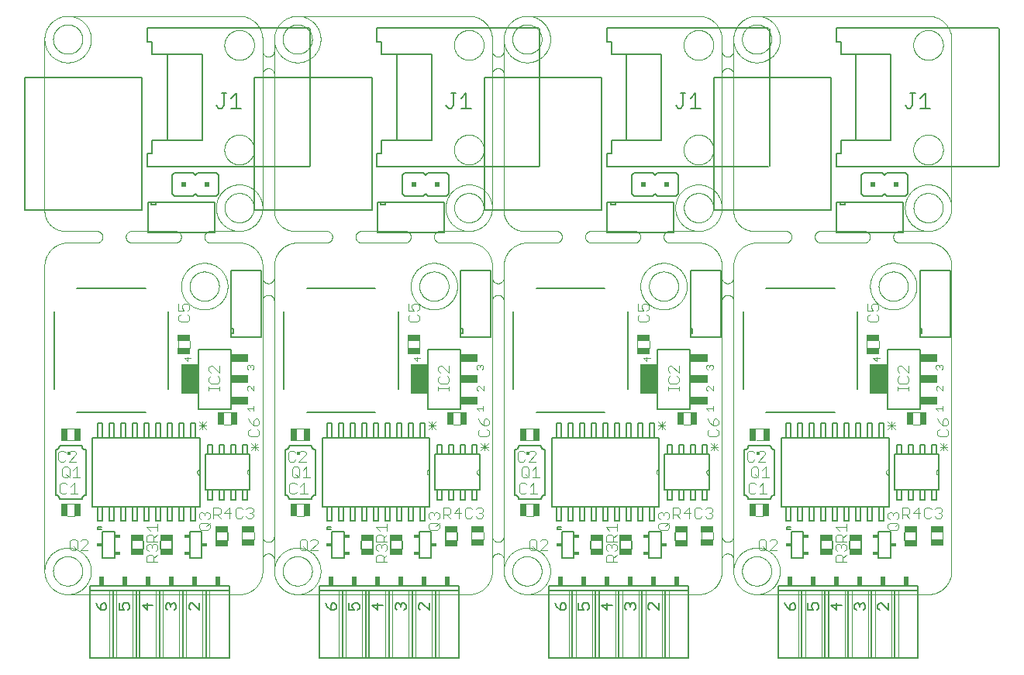
<source format=gto>
G75*
%MOIN*%
%OFA0B0*%
%FSLAX25Y25*%
%IPPOS*%
%LPD*%
%AMOC8*
5,1,8,0,0,1.08239X$1,22.5*
%
%ADD10C,0.00000*%
%ADD11C,0.00400*%
%ADD12C,0.00600*%
%ADD13R,0.02953X0.05709*%
%ADD14R,0.05709X0.02953*%
%ADD15C,0.00800*%
%ADD16R,0.07300X0.12600*%
%ADD17R,0.07300X0.03400*%
%ADD18C,0.01433*%
%ADD19C,0.00200*%
%ADD20C,0.00500*%
%ADD21R,0.02000X0.04000*%
%ADD22C,0.00300*%
%ADD23R,0.02300X0.01800*%
%ADD24R,0.05512X0.02559*%
%ADD25R,0.02400X0.02400*%
D10*
X0047595Y0038800D02*
X0047595Y0170050D01*
X0047598Y0170292D01*
X0047607Y0170533D01*
X0047621Y0170774D01*
X0047642Y0171015D01*
X0047668Y0171255D01*
X0047700Y0171495D01*
X0047738Y0171734D01*
X0047781Y0171971D01*
X0047831Y0172208D01*
X0047886Y0172443D01*
X0047946Y0172677D01*
X0048013Y0172909D01*
X0048084Y0173140D01*
X0048162Y0173369D01*
X0048245Y0173596D01*
X0048333Y0173821D01*
X0048427Y0174044D01*
X0048526Y0174264D01*
X0048631Y0174482D01*
X0048740Y0174697D01*
X0048855Y0174910D01*
X0048975Y0175120D01*
X0049100Y0175326D01*
X0049230Y0175530D01*
X0049365Y0175731D01*
X0049505Y0175928D01*
X0049649Y0176122D01*
X0049798Y0176312D01*
X0049952Y0176498D01*
X0050110Y0176681D01*
X0050272Y0176860D01*
X0050439Y0177035D01*
X0050610Y0177206D01*
X0050785Y0177373D01*
X0050964Y0177535D01*
X0051147Y0177693D01*
X0051333Y0177847D01*
X0051523Y0177996D01*
X0051717Y0178140D01*
X0051914Y0178280D01*
X0052115Y0178415D01*
X0052319Y0178545D01*
X0052525Y0178670D01*
X0052735Y0178790D01*
X0052948Y0178905D01*
X0053163Y0179014D01*
X0053381Y0179119D01*
X0053601Y0179218D01*
X0053824Y0179312D01*
X0054049Y0179400D01*
X0054276Y0179483D01*
X0054505Y0179561D01*
X0054736Y0179632D01*
X0054968Y0179699D01*
X0055202Y0179759D01*
X0055437Y0179814D01*
X0055674Y0179864D01*
X0055911Y0179907D01*
X0056150Y0179945D01*
X0056390Y0179977D01*
X0056630Y0180003D01*
X0056871Y0180024D01*
X0057112Y0180038D01*
X0057353Y0180047D01*
X0057595Y0180050D01*
X0070095Y0180050D01*
X0072595Y0182550D02*
X0072593Y0182648D01*
X0072587Y0182746D01*
X0072578Y0182844D01*
X0072564Y0182941D01*
X0072547Y0183038D01*
X0072526Y0183134D01*
X0072501Y0183229D01*
X0072473Y0183323D01*
X0072440Y0183415D01*
X0072405Y0183507D01*
X0072365Y0183597D01*
X0072323Y0183685D01*
X0072276Y0183772D01*
X0072227Y0183856D01*
X0072174Y0183939D01*
X0072118Y0184019D01*
X0072058Y0184098D01*
X0071996Y0184174D01*
X0071931Y0184247D01*
X0071863Y0184318D01*
X0071792Y0184386D01*
X0071719Y0184451D01*
X0071643Y0184513D01*
X0071564Y0184573D01*
X0071484Y0184629D01*
X0071401Y0184682D01*
X0071317Y0184731D01*
X0071230Y0184778D01*
X0071142Y0184820D01*
X0071052Y0184860D01*
X0070960Y0184895D01*
X0070868Y0184928D01*
X0070774Y0184956D01*
X0070679Y0184981D01*
X0070583Y0185002D01*
X0070486Y0185019D01*
X0070389Y0185033D01*
X0070291Y0185042D01*
X0070193Y0185048D01*
X0070095Y0185050D01*
X0056345Y0185050D01*
X0056134Y0185053D01*
X0055922Y0185060D01*
X0055711Y0185073D01*
X0055501Y0185091D01*
X0055290Y0185114D01*
X0055081Y0185142D01*
X0054872Y0185175D01*
X0054664Y0185213D01*
X0054457Y0185256D01*
X0054251Y0185304D01*
X0054046Y0185357D01*
X0053843Y0185415D01*
X0053641Y0185478D01*
X0053441Y0185546D01*
X0053242Y0185619D01*
X0053045Y0185696D01*
X0052851Y0185778D01*
X0052658Y0185865D01*
X0052467Y0185956D01*
X0052279Y0186052D01*
X0052093Y0186153D01*
X0051909Y0186258D01*
X0051728Y0186367D01*
X0051550Y0186481D01*
X0051374Y0186599D01*
X0051202Y0186721D01*
X0051032Y0186847D01*
X0050866Y0186978D01*
X0050703Y0187112D01*
X0050543Y0187251D01*
X0050386Y0187393D01*
X0050233Y0187539D01*
X0050084Y0187688D01*
X0049938Y0187841D01*
X0049796Y0187998D01*
X0049657Y0188158D01*
X0049523Y0188321D01*
X0049392Y0188487D01*
X0049266Y0188657D01*
X0049144Y0188829D01*
X0049026Y0189005D01*
X0048912Y0189183D01*
X0048803Y0189364D01*
X0048698Y0189548D01*
X0048597Y0189734D01*
X0048501Y0189922D01*
X0048410Y0190113D01*
X0048323Y0190306D01*
X0048241Y0190500D01*
X0048164Y0190697D01*
X0048091Y0190896D01*
X0048023Y0191096D01*
X0047960Y0191298D01*
X0047902Y0191501D01*
X0047849Y0191706D01*
X0047801Y0191912D01*
X0047758Y0192119D01*
X0047720Y0192327D01*
X0047687Y0192536D01*
X0047659Y0192745D01*
X0047636Y0192956D01*
X0047618Y0193166D01*
X0047605Y0193377D01*
X0047598Y0193589D01*
X0047595Y0193800D01*
X0047595Y0267550D01*
X0047598Y0267308D01*
X0047607Y0267067D01*
X0047621Y0266826D01*
X0047642Y0266585D01*
X0047668Y0266345D01*
X0047700Y0266105D01*
X0047738Y0265866D01*
X0047781Y0265629D01*
X0047831Y0265392D01*
X0047886Y0265157D01*
X0047946Y0264923D01*
X0048013Y0264691D01*
X0048084Y0264460D01*
X0048162Y0264231D01*
X0048245Y0264004D01*
X0048333Y0263779D01*
X0048427Y0263556D01*
X0048526Y0263336D01*
X0048631Y0263118D01*
X0048740Y0262903D01*
X0048855Y0262690D01*
X0048975Y0262480D01*
X0049100Y0262274D01*
X0049230Y0262070D01*
X0049365Y0261869D01*
X0049505Y0261672D01*
X0049649Y0261478D01*
X0049798Y0261288D01*
X0049952Y0261102D01*
X0050110Y0260919D01*
X0050272Y0260740D01*
X0050439Y0260565D01*
X0050610Y0260394D01*
X0050785Y0260227D01*
X0050964Y0260065D01*
X0051147Y0259907D01*
X0051333Y0259753D01*
X0051523Y0259604D01*
X0051717Y0259460D01*
X0051914Y0259320D01*
X0052115Y0259185D01*
X0052319Y0259055D01*
X0052525Y0258930D01*
X0052735Y0258810D01*
X0052948Y0258695D01*
X0053163Y0258586D01*
X0053381Y0258481D01*
X0053601Y0258382D01*
X0053824Y0258288D01*
X0054049Y0258200D01*
X0054276Y0258117D01*
X0054505Y0258039D01*
X0054736Y0257968D01*
X0054968Y0257901D01*
X0055202Y0257841D01*
X0055437Y0257786D01*
X0055674Y0257736D01*
X0055911Y0257693D01*
X0056150Y0257655D01*
X0056390Y0257623D01*
X0056630Y0257597D01*
X0056871Y0257576D01*
X0057112Y0257562D01*
X0057353Y0257553D01*
X0057595Y0257550D01*
X0057837Y0257553D01*
X0058078Y0257562D01*
X0058319Y0257576D01*
X0058560Y0257597D01*
X0058800Y0257623D01*
X0059040Y0257655D01*
X0059279Y0257693D01*
X0059516Y0257736D01*
X0059753Y0257786D01*
X0059988Y0257841D01*
X0060222Y0257901D01*
X0060454Y0257968D01*
X0060685Y0258039D01*
X0060914Y0258117D01*
X0061141Y0258200D01*
X0061366Y0258288D01*
X0061589Y0258382D01*
X0061809Y0258481D01*
X0062027Y0258586D01*
X0062242Y0258695D01*
X0062455Y0258810D01*
X0062665Y0258930D01*
X0062871Y0259055D01*
X0063075Y0259185D01*
X0063276Y0259320D01*
X0063473Y0259460D01*
X0063667Y0259604D01*
X0063857Y0259753D01*
X0064043Y0259907D01*
X0064226Y0260065D01*
X0064405Y0260227D01*
X0064580Y0260394D01*
X0064751Y0260565D01*
X0064918Y0260740D01*
X0065080Y0260919D01*
X0065238Y0261102D01*
X0065392Y0261288D01*
X0065541Y0261478D01*
X0065685Y0261672D01*
X0065825Y0261869D01*
X0065960Y0262070D01*
X0066090Y0262274D01*
X0066215Y0262480D01*
X0066335Y0262690D01*
X0066450Y0262903D01*
X0066559Y0263118D01*
X0066664Y0263336D01*
X0066763Y0263556D01*
X0066857Y0263779D01*
X0066945Y0264004D01*
X0067028Y0264231D01*
X0067106Y0264460D01*
X0067177Y0264691D01*
X0067244Y0264923D01*
X0067304Y0265157D01*
X0067359Y0265392D01*
X0067409Y0265629D01*
X0067452Y0265866D01*
X0067490Y0266105D01*
X0067522Y0266345D01*
X0067548Y0266585D01*
X0067569Y0266826D01*
X0067583Y0267067D01*
X0067592Y0267308D01*
X0067595Y0267550D01*
X0067592Y0267792D01*
X0067583Y0268033D01*
X0067569Y0268274D01*
X0067548Y0268515D01*
X0067522Y0268755D01*
X0067490Y0268995D01*
X0067452Y0269234D01*
X0067409Y0269471D01*
X0067359Y0269708D01*
X0067304Y0269943D01*
X0067244Y0270177D01*
X0067177Y0270409D01*
X0067106Y0270640D01*
X0067028Y0270869D01*
X0066945Y0271096D01*
X0066857Y0271321D01*
X0066763Y0271544D01*
X0066664Y0271764D01*
X0066559Y0271982D01*
X0066450Y0272197D01*
X0066335Y0272410D01*
X0066215Y0272620D01*
X0066090Y0272826D01*
X0065960Y0273030D01*
X0065825Y0273231D01*
X0065685Y0273428D01*
X0065541Y0273622D01*
X0065392Y0273812D01*
X0065238Y0273998D01*
X0065080Y0274181D01*
X0064918Y0274360D01*
X0064751Y0274535D01*
X0064580Y0274706D01*
X0064405Y0274873D01*
X0064226Y0275035D01*
X0064043Y0275193D01*
X0063857Y0275347D01*
X0063667Y0275496D01*
X0063473Y0275640D01*
X0063276Y0275780D01*
X0063075Y0275915D01*
X0062871Y0276045D01*
X0062665Y0276170D01*
X0062455Y0276290D01*
X0062242Y0276405D01*
X0062027Y0276514D01*
X0061809Y0276619D01*
X0061589Y0276718D01*
X0061366Y0276812D01*
X0061141Y0276900D01*
X0060914Y0276983D01*
X0060685Y0277061D01*
X0060454Y0277132D01*
X0060222Y0277199D01*
X0059988Y0277259D01*
X0059753Y0277314D01*
X0059516Y0277364D01*
X0059279Y0277407D01*
X0059040Y0277445D01*
X0058800Y0277477D01*
X0058560Y0277503D01*
X0058319Y0277524D01*
X0058078Y0277538D01*
X0057837Y0277547D01*
X0057595Y0277550D01*
X0131345Y0277550D01*
X0131587Y0277547D01*
X0131828Y0277538D01*
X0132069Y0277524D01*
X0132310Y0277503D01*
X0132550Y0277477D01*
X0132790Y0277445D01*
X0133029Y0277407D01*
X0133266Y0277364D01*
X0133503Y0277314D01*
X0133738Y0277259D01*
X0133972Y0277199D01*
X0134204Y0277132D01*
X0134435Y0277061D01*
X0134664Y0276983D01*
X0134891Y0276900D01*
X0135116Y0276812D01*
X0135339Y0276718D01*
X0135559Y0276619D01*
X0135777Y0276514D01*
X0135992Y0276405D01*
X0136205Y0276290D01*
X0136415Y0276170D01*
X0136621Y0276045D01*
X0136825Y0275915D01*
X0137026Y0275780D01*
X0137223Y0275640D01*
X0137417Y0275496D01*
X0137607Y0275347D01*
X0137793Y0275193D01*
X0137976Y0275035D01*
X0138155Y0274873D01*
X0138330Y0274706D01*
X0138501Y0274535D01*
X0138668Y0274360D01*
X0138830Y0274181D01*
X0138988Y0273998D01*
X0139142Y0273812D01*
X0139291Y0273622D01*
X0139435Y0273428D01*
X0139575Y0273231D01*
X0139710Y0273030D01*
X0139840Y0272826D01*
X0139965Y0272620D01*
X0140085Y0272410D01*
X0140200Y0272197D01*
X0140309Y0271982D01*
X0140414Y0271764D01*
X0140513Y0271544D01*
X0140607Y0271321D01*
X0140695Y0271096D01*
X0140778Y0270869D01*
X0140856Y0270640D01*
X0140927Y0270409D01*
X0140994Y0270177D01*
X0141054Y0269943D01*
X0141109Y0269708D01*
X0141159Y0269471D01*
X0141202Y0269234D01*
X0141240Y0268995D01*
X0141272Y0268755D01*
X0141298Y0268515D01*
X0141319Y0268274D01*
X0141333Y0268033D01*
X0141342Y0267792D01*
X0141345Y0267550D01*
X0141345Y0262550D01*
X0141345Y0252550D01*
X0141345Y0195050D01*
X0146345Y0193800D02*
X0146345Y0252550D01*
X0146345Y0262550D01*
X0146345Y0267550D01*
X0146345Y0262550D02*
X0146343Y0262452D01*
X0146337Y0262354D01*
X0146328Y0262256D01*
X0146314Y0262159D01*
X0146297Y0262062D01*
X0146276Y0261966D01*
X0146251Y0261871D01*
X0146223Y0261777D01*
X0146190Y0261685D01*
X0146155Y0261593D01*
X0146115Y0261503D01*
X0146073Y0261415D01*
X0146026Y0261328D01*
X0145977Y0261244D01*
X0145924Y0261161D01*
X0145868Y0261081D01*
X0145808Y0261002D01*
X0145746Y0260926D01*
X0145681Y0260853D01*
X0145613Y0260782D01*
X0145542Y0260714D01*
X0145469Y0260649D01*
X0145393Y0260587D01*
X0145314Y0260527D01*
X0145234Y0260471D01*
X0145151Y0260418D01*
X0145067Y0260369D01*
X0144980Y0260322D01*
X0144892Y0260280D01*
X0144802Y0260240D01*
X0144710Y0260205D01*
X0144618Y0260172D01*
X0144524Y0260144D01*
X0144429Y0260119D01*
X0144333Y0260098D01*
X0144236Y0260081D01*
X0144139Y0260067D01*
X0144041Y0260058D01*
X0143943Y0260052D01*
X0143845Y0260050D01*
X0143747Y0260052D01*
X0143649Y0260058D01*
X0143551Y0260067D01*
X0143454Y0260081D01*
X0143357Y0260098D01*
X0143261Y0260119D01*
X0143166Y0260144D01*
X0143072Y0260172D01*
X0142980Y0260205D01*
X0142888Y0260240D01*
X0142798Y0260280D01*
X0142710Y0260322D01*
X0142623Y0260369D01*
X0142539Y0260418D01*
X0142456Y0260471D01*
X0142376Y0260527D01*
X0142297Y0260587D01*
X0142221Y0260649D01*
X0142148Y0260714D01*
X0142077Y0260782D01*
X0142009Y0260853D01*
X0141944Y0260926D01*
X0141882Y0261002D01*
X0141822Y0261081D01*
X0141766Y0261161D01*
X0141713Y0261244D01*
X0141664Y0261328D01*
X0141617Y0261415D01*
X0141575Y0261503D01*
X0141535Y0261593D01*
X0141500Y0261685D01*
X0141467Y0261777D01*
X0141439Y0261871D01*
X0141414Y0261966D01*
X0141393Y0262062D01*
X0141376Y0262159D01*
X0141362Y0262256D01*
X0141353Y0262354D01*
X0141347Y0262452D01*
X0141345Y0262550D01*
X0124945Y0265050D02*
X0124947Y0265210D01*
X0124953Y0265369D01*
X0124963Y0265528D01*
X0124977Y0265687D01*
X0124995Y0265846D01*
X0125016Y0266004D01*
X0125042Y0266161D01*
X0125072Y0266318D01*
X0125105Y0266474D01*
X0125143Y0266629D01*
X0125184Y0266783D01*
X0125229Y0266936D01*
X0125278Y0267088D01*
X0125331Y0267239D01*
X0125387Y0267388D01*
X0125448Y0267536D01*
X0125511Y0267682D01*
X0125579Y0267827D01*
X0125650Y0267970D01*
X0125724Y0268111D01*
X0125802Y0268250D01*
X0125884Y0268387D01*
X0125969Y0268522D01*
X0126057Y0268655D01*
X0126149Y0268786D01*
X0126243Y0268914D01*
X0126341Y0269040D01*
X0126442Y0269164D01*
X0126546Y0269285D01*
X0126653Y0269403D01*
X0126763Y0269519D01*
X0126876Y0269632D01*
X0126992Y0269742D01*
X0127110Y0269849D01*
X0127231Y0269953D01*
X0127355Y0270054D01*
X0127481Y0270152D01*
X0127609Y0270246D01*
X0127740Y0270338D01*
X0127873Y0270426D01*
X0128008Y0270511D01*
X0128145Y0270593D01*
X0128284Y0270671D01*
X0128425Y0270745D01*
X0128568Y0270816D01*
X0128713Y0270884D01*
X0128859Y0270947D01*
X0129007Y0271008D01*
X0129156Y0271064D01*
X0129307Y0271117D01*
X0129459Y0271166D01*
X0129612Y0271211D01*
X0129766Y0271252D01*
X0129921Y0271290D01*
X0130077Y0271323D01*
X0130234Y0271353D01*
X0130391Y0271379D01*
X0130549Y0271400D01*
X0130708Y0271418D01*
X0130867Y0271432D01*
X0131026Y0271442D01*
X0131185Y0271448D01*
X0131345Y0271450D01*
X0131505Y0271448D01*
X0131664Y0271442D01*
X0131823Y0271432D01*
X0131982Y0271418D01*
X0132141Y0271400D01*
X0132299Y0271379D01*
X0132456Y0271353D01*
X0132613Y0271323D01*
X0132769Y0271290D01*
X0132924Y0271252D01*
X0133078Y0271211D01*
X0133231Y0271166D01*
X0133383Y0271117D01*
X0133534Y0271064D01*
X0133683Y0271008D01*
X0133831Y0270947D01*
X0133977Y0270884D01*
X0134122Y0270816D01*
X0134265Y0270745D01*
X0134406Y0270671D01*
X0134545Y0270593D01*
X0134682Y0270511D01*
X0134817Y0270426D01*
X0134950Y0270338D01*
X0135081Y0270246D01*
X0135209Y0270152D01*
X0135335Y0270054D01*
X0135459Y0269953D01*
X0135580Y0269849D01*
X0135698Y0269742D01*
X0135814Y0269632D01*
X0135927Y0269519D01*
X0136037Y0269403D01*
X0136144Y0269285D01*
X0136248Y0269164D01*
X0136349Y0269040D01*
X0136447Y0268914D01*
X0136541Y0268786D01*
X0136633Y0268655D01*
X0136721Y0268522D01*
X0136806Y0268387D01*
X0136888Y0268250D01*
X0136966Y0268111D01*
X0137040Y0267970D01*
X0137111Y0267827D01*
X0137179Y0267682D01*
X0137242Y0267536D01*
X0137303Y0267388D01*
X0137359Y0267239D01*
X0137412Y0267088D01*
X0137461Y0266936D01*
X0137506Y0266783D01*
X0137547Y0266629D01*
X0137585Y0266474D01*
X0137618Y0266318D01*
X0137648Y0266161D01*
X0137674Y0266004D01*
X0137695Y0265846D01*
X0137713Y0265687D01*
X0137727Y0265528D01*
X0137737Y0265369D01*
X0137743Y0265210D01*
X0137745Y0265050D01*
X0137743Y0264890D01*
X0137737Y0264731D01*
X0137727Y0264572D01*
X0137713Y0264413D01*
X0137695Y0264254D01*
X0137674Y0264096D01*
X0137648Y0263939D01*
X0137618Y0263782D01*
X0137585Y0263626D01*
X0137547Y0263471D01*
X0137506Y0263317D01*
X0137461Y0263164D01*
X0137412Y0263012D01*
X0137359Y0262861D01*
X0137303Y0262712D01*
X0137242Y0262564D01*
X0137179Y0262418D01*
X0137111Y0262273D01*
X0137040Y0262130D01*
X0136966Y0261989D01*
X0136888Y0261850D01*
X0136806Y0261713D01*
X0136721Y0261578D01*
X0136633Y0261445D01*
X0136541Y0261314D01*
X0136447Y0261186D01*
X0136349Y0261060D01*
X0136248Y0260936D01*
X0136144Y0260815D01*
X0136037Y0260697D01*
X0135927Y0260581D01*
X0135814Y0260468D01*
X0135698Y0260358D01*
X0135580Y0260251D01*
X0135459Y0260147D01*
X0135335Y0260046D01*
X0135209Y0259948D01*
X0135081Y0259854D01*
X0134950Y0259762D01*
X0134817Y0259674D01*
X0134682Y0259589D01*
X0134545Y0259507D01*
X0134406Y0259429D01*
X0134265Y0259355D01*
X0134122Y0259284D01*
X0133977Y0259216D01*
X0133831Y0259153D01*
X0133683Y0259092D01*
X0133534Y0259036D01*
X0133383Y0258983D01*
X0133231Y0258934D01*
X0133078Y0258889D01*
X0132924Y0258848D01*
X0132769Y0258810D01*
X0132613Y0258777D01*
X0132456Y0258747D01*
X0132299Y0258721D01*
X0132141Y0258700D01*
X0131982Y0258682D01*
X0131823Y0258668D01*
X0131664Y0258658D01*
X0131505Y0258652D01*
X0131345Y0258650D01*
X0131185Y0258652D01*
X0131026Y0258658D01*
X0130867Y0258668D01*
X0130708Y0258682D01*
X0130549Y0258700D01*
X0130391Y0258721D01*
X0130234Y0258747D01*
X0130077Y0258777D01*
X0129921Y0258810D01*
X0129766Y0258848D01*
X0129612Y0258889D01*
X0129459Y0258934D01*
X0129307Y0258983D01*
X0129156Y0259036D01*
X0129007Y0259092D01*
X0128859Y0259153D01*
X0128713Y0259216D01*
X0128568Y0259284D01*
X0128425Y0259355D01*
X0128284Y0259429D01*
X0128145Y0259507D01*
X0128008Y0259589D01*
X0127873Y0259674D01*
X0127740Y0259762D01*
X0127609Y0259854D01*
X0127481Y0259948D01*
X0127355Y0260046D01*
X0127231Y0260147D01*
X0127110Y0260251D01*
X0126992Y0260358D01*
X0126876Y0260468D01*
X0126763Y0260581D01*
X0126653Y0260697D01*
X0126546Y0260815D01*
X0126442Y0260936D01*
X0126341Y0261060D01*
X0126243Y0261186D01*
X0126149Y0261314D01*
X0126057Y0261445D01*
X0125969Y0261578D01*
X0125884Y0261713D01*
X0125802Y0261850D01*
X0125724Y0261989D01*
X0125650Y0262130D01*
X0125579Y0262273D01*
X0125511Y0262418D01*
X0125448Y0262564D01*
X0125387Y0262712D01*
X0125331Y0262861D01*
X0125278Y0263012D01*
X0125229Y0263164D01*
X0125184Y0263317D01*
X0125143Y0263471D01*
X0125105Y0263626D01*
X0125072Y0263782D01*
X0125042Y0263939D01*
X0125016Y0264096D01*
X0124995Y0264254D01*
X0124977Y0264413D01*
X0124963Y0264572D01*
X0124953Y0264731D01*
X0124947Y0264890D01*
X0124945Y0265050D01*
X0143845Y0255050D02*
X0143943Y0255048D01*
X0144041Y0255042D01*
X0144139Y0255033D01*
X0144236Y0255019D01*
X0144333Y0255002D01*
X0144429Y0254981D01*
X0144524Y0254956D01*
X0144618Y0254928D01*
X0144710Y0254895D01*
X0144802Y0254860D01*
X0144892Y0254820D01*
X0144980Y0254778D01*
X0145067Y0254731D01*
X0145151Y0254682D01*
X0145234Y0254629D01*
X0145314Y0254573D01*
X0145393Y0254513D01*
X0145469Y0254451D01*
X0145542Y0254386D01*
X0145613Y0254318D01*
X0145681Y0254247D01*
X0145746Y0254174D01*
X0145808Y0254098D01*
X0145868Y0254019D01*
X0145924Y0253939D01*
X0145977Y0253856D01*
X0146026Y0253772D01*
X0146073Y0253685D01*
X0146115Y0253597D01*
X0146155Y0253507D01*
X0146190Y0253415D01*
X0146223Y0253323D01*
X0146251Y0253229D01*
X0146276Y0253134D01*
X0146297Y0253038D01*
X0146314Y0252941D01*
X0146328Y0252844D01*
X0146337Y0252746D01*
X0146343Y0252648D01*
X0146345Y0252550D01*
X0143845Y0255050D02*
X0143747Y0255048D01*
X0143649Y0255042D01*
X0143551Y0255033D01*
X0143454Y0255019D01*
X0143357Y0255002D01*
X0143261Y0254981D01*
X0143166Y0254956D01*
X0143072Y0254928D01*
X0142980Y0254895D01*
X0142888Y0254860D01*
X0142798Y0254820D01*
X0142710Y0254778D01*
X0142623Y0254731D01*
X0142539Y0254682D01*
X0142456Y0254629D01*
X0142376Y0254573D01*
X0142297Y0254513D01*
X0142221Y0254451D01*
X0142148Y0254386D01*
X0142077Y0254318D01*
X0142009Y0254247D01*
X0141944Y0254174D01*
X0141882Y0254098D01*
X0141822Y0254019D01*
X0141766Y0253939D01*
X0141713Y0253856D01*
X0141664Y0253772D01*
X0141617Y0253685D01*
X0141575Y0253597D01*
X0141535Y0253507D01*
X0141500Y0253415D01*
X0141467Y0253323D01*
X0141439Y0253229D01*
X0141414Y0253134D01*
X0141393Y0253038D01*
X0141376Y0252941D01*
X0141362Y0252844D01*
X0141353Y0252746D01*
X0141347Y0252648D01*
X0141345Y0252550D01*
X0146345Y0267550D02*
X0146348Y0267308D01*
X0146357Y0267067D01*
X0146371Y0266826D01*
X0146392Y0266585D01*
X0146418Y0266345D01*
X0146450Y0266105D01*
X0146488Y0265866D01*
X0146531Y0265629D01*
X0146581Y0265392D01*
X0146636Y0265157D01*
X0146696Y0264923D01*
X0146763Y0264691D01*
X0146834Y0264460D01*
X0146912Y0264231D01*
X0146995Y0264004D01*
X0147083Y0263779D01*
X0147177Y0263556D01*
X0147276Y0263336D01*
X0147381Y0263118D01*
X0147490Y0262903D01*
X0147605Y0262690D01*
X0147725Y0262480D01*
X0147850Y0262274D01*
X0147980Y0262070D01*
X0148115Y0261869D01*
X0148255Y0261672D01*
X0148399Y0261478D01*
X0148548Y0261288D01*
X0148702Y0261102D01*
X0148860Y0260919D01*
X0149022Y0260740D01*
X0149189Y0260565D01*
X0149360Y0260394D01*
X0149535Y0260227D01*
X0149714Y0260065D01*
X0149897Y0259907D01*
X0150083Y0259753D01*
X0150273Y0259604D01*
X0150467Y0259460D01*
X0150664Y0259320D01*
X0150865Y0259185D01*
X0151069Y0259055D01*
X0151275Y0258930D01*
X0151485Y0258810D01*
X0151698Y0258695D01*
X0151913Y0258586D01*
X0152131Y0258481D01*
X0152351Y0258382D01*
X0152574Y0258288D01*
X0152799Y0258200D01*
X0153026Y0258117D01*
X0153255Y0258039D01*
X0153486Y0257968D01*
X0153718Y0257901D01*
X0153952Y0257841D01*
X0154187Y0257786D01*
X0154424Y0257736D01*
X0154661Y0257693D01*
X0154900Y0257655D01*
X0155140Y0257623D01*
X0155380Y0257597D01*
X0155621Y0257576D01*
X0155862Y0257562D01*
X0156103Y0257553D01*
X0156345Y0257550D01*
X0156587Y0257553D01*
X0156828Y0257562D01*
X0157069Y0257576D01*
X0157310Y0257597D01*
X0157550Y0257623D01*
X0157790Y0257655D01*
X0158029Y0257693D01*
X0158266Y0257736D01*
X0158503Y0257786D01*
X0158738Y0257841D01*
X0158972Y0257901D01*
X0159204Y0257968D01*
X0159435Y0258039D01*
X0159664Y0258117D01*
X0159891Y0258200D01*
X0160116Y0258288D01*
X0160339Y0258382D01*
X0160559Y0258481D01*
X0160777Y0258586D01*
X0160992Y0258695D01*
X0161205Y0258810D01*
X0161415Y0258930D01*
X0161621Y0259055D01*
X0161825Y0259185D01*
X0162026Y0259320D01*
X0162223Y0259460D01*
X0162417Y0259604D01*
X0162607Y0259753D01*
X0162793Y0259907D01*
X0162976Y0260065D01*
X0163155Y0260227D01*
X0163330Y0260394D01*
X0163501Y0260565D01*
X0163668Y0260740D01*
X0163830Y0260919D01*
X0163988Y0261102D01*
X0164142Y0261288D01*
X0164291Y0261478D01*
X0164435Y0261672D01*
X0164575Y0261869D01*
X0164710Y0262070D01*
X0164840Y0262274D01*
X0164965Y0262480D01*
X0165085Y0262690D01*
X0165200Y0262903D01*
X0165309Y0263118D01*
X0165414Y0263336D01*
X0165513Y0263556D01*
X0165607Y0263779D01*
X0165695Y0264004D01*
X0165778Y0264231D01*
X0165856Y0264460D01*
X0165927Y0264691D01*
X0165994Y0264923D01*
X0166054Y0265157D01*
X0166109Y0265392D01*
X0166159Y0265629D01*
X0166202Y0265866D01*
X0166240Y0266105D01*
X0166272Y0266345D01*
X0166298Y0266585D01*
X0166319Y0266826D01*
X0166333Y0267067D01*
X0166342Y0267308D01*
X0166345Y0267550D01*
X0166342Y0267792D01*
X0166333Y0268033D01*
X0166319Y0268274D01*
X0166298Y0268515D01*
X0166272Y0268755D01*
X0166240Y0268995D01*
X0166202Y0269234D01*
X0166159Y0269471D01*
X0166109Y0269708D01*
X0166054Y0269943D01*
X0165994Y0270177D01*
X0165927Y0270409D01*
X0165856Y0270640D01*
X0165778Y0270869D01*
X0165695Y0271096D01*
X0165607Y0271321D01*
X0165513Y0271544D01*
X0165414Y0271764D01*
X0165309Y0271982D01*
X0165200Y0272197D01*
X0165085Y0272410D01*
X0164965Y0272620D01*
X0164840Y0272826D01*
X0164710Y0273030D01*
X0164575Y0273231D01*
X0164435Y0273428D01*
X0164291Y0273622D01*
X0164142Y0273812D01*
X0163988Y0273998D01*
X0163830Y0274181D01*
X0163668Y0274360D01*
X0163501Y0274535D01*
X0163330Y0274706D01*
X0163155Y0274873D01*
X0162976Y0275035D01*
X0162793Y0275193D01*
X0162607Y0275347D01*
X0162417Y0275496D01*
X0162223Y0275640D01*
X0162026Y0275780D01*
X0161825Y0275915D01*
X0161621Y0276045D01*
X0161415Y0276170D01*
X0161205Y0276290D01*
X0160992Y0276405D01*
X0160777Y0276514D01*
X0160559Y0276619D01*
X0160339Y0276718D01*
X0160116Y0276812D01*
X0159891Y0276900D01*
X0159664Y0276983D01*
X0159435Y0277061D01*
X0159204Y0277132D01*
X0158972Y0277199D01*
X0158738Y0277259D01*
X0158503Y0277314D01*
X0158266Y0277364D01*
X0158029Y0277407D01*
X0157790Y0277445D01*
X0157550Y0277477D01*
X0157310Y0277503D01*
X0157069Y0277524D01*
X0156828Y0277538D01*
X0156587Y0277547D01*
X0156345Y0277550D01*
X0230095Y0277550D01*
X0230337Y0277547D01*
X0230578Y0277538D01*
X0230819Y0277524D01*
X0231060Y0277503D01*
X0231300Y0277477D01*
X0231540Y0277445D01*
X0231779Y0277407D01*
X0232016Y0277364D01*
X0232253Y0277314D01*
X0232488Y0277259D01*
X0232722Y0277199D01*
X0232954Y0277132D01*
X0233185Y0277061D01*
X0233414Y0276983D01*
X0233641Y0276900D01*
X0233866Y0276812D01*
X0234089Y0276718D01*
X0234309Y0276619D01*
X0234527Y0276514D01*
X0234742Y0276405D01*
X0234955Y0276290D01*
X0235165Y0276170D01*
X0235371Y0276045D01*
X0235575Y0275915D01*
X0235776Y0275780D01*
X0235973Y0275640D01*
X0236167Y0275496D01*
X0236357Y0275347D01*
X0236543Y0275193D01*
X0236726Y0275035D01*
X0236905Y0274873D01*
X0237080Y0274706D01*
X0237251Y0274535D01*
X0237418Y0274360D01*
X0237580Y0274181D01*
X0237738Y0273998D01*
X0237892Y0273812D01*
X0238041Y0273622D01*
X0238185Y0273428D01*
X0238325Y0273231D01*
X0238460Y0273030D01*
X0238590Y0272826D01*
X0238715Y0272620D01*
X0238835Y0272410D01*
X0238950Y0272197D01*
X0239059Y0271982D01*
X0239164Y0271764D01*
X0239263Y0271544D01*
X0239357Y0271321D01*
X0239445Y0271096D01*
X0239528Y0270869D01*
X0239606Y0270640D01*
X0239677Y0270409D01*
X0239744Y0270177D01*
X0239804Y0269943D01*
X0239859Y0269708D01*
X0239909Y0269471D01*
X0239952Y0269234D01*
X0239990Y0268995D01*
X0240022Y0268755D01*
X0240048Y0268515D01*
X0240069Y0268274D01*
X0240083Y0268033D01*
X0240092Y0267792D01*
X0240095Y0267550D01*
X0240095Y0262550D01*
X0240095Y0252550D01*
X0240095Y0195050D01*
X0245095Y0193800D02*
X0245095Y0252550D01*
X0245095Y0262550D01*
X0245095Y0267550D01*
X0245095Y0262550D02*
X0245093Y0262452D01*
X0245087Y0262354D01*
X0245078Y0262256D01*
X0245064Y0262159D01*
X0245047Y0262062D01*
X0245026Y0261966D01*
X0245001Y0261871D01*
X0244973Y0261777D01*
X0244940Y0261685D01*
X0244905Y0261593D01*
X0244865Y0261503D01*
X0244823Y0261415D01*
X0244776Y0261328D01*
X0244727Y0261244D01*
X0244674Y0261161D01*
X0244618Y0261081D01*
X0244558Y0261002D01*
X0244496Y0260926D01*
X0244431Y0260853D01*
X0244363Y0260782D01*
X0244292Y0260714D01*
X0244219Y0260649D01*
X0244143Y0260587D01*
X0244064Y0260527D01*
X0243984Y0260471D01*
X0243901Y0260418D01*
X0243817Y0260369D01*
X0243730Y0260322D01*
X0243642Y0260280D01*
X0243552Y0260240D01*
X0243460Y0260205D01*
X0243368Y0260172D01*
X0243274Y0260144D01*
X0243179Y0260119D01*
X0243083Y0260098D01*
X0242986Y0260081D01*
X0242889Y0260067D01*
X0242791Y0260058D01*
X0242693Y0260052D01*
X0242595Y0260050D01*
X0242497Y0260052D01*
X0242399Y0260058D01*
X0242301Y0260067D01*
X0242204Y0260081D01*
X0242107Y0260098D01*
X0242011Y0260119D01*
X0241916Y0260144D01*
X0241822Y0260172D01*
X0241730Y0260205D01*
X0241638Y0260240D01*
X0241548Y0260280D01*
X0241460Y0260322D01*
X0241373Y0260369D01*
X0241289Y0260418D01*
X0241206Y0260471D01*
X0241126Y0260527D01*
X0241047Y0260587D01*
X0240971Y0260649D01*
X0240898Y0260714D01*
X0240827Y0260782D01*
X0240759Y0260853D01*
X0240694Y0260926D01*
X0240632Y0261002D01*
X0240572Y0261081D01*
X0240516Y0261161D01*
X0240463Y0261244D01*
X0240414Y0261328D01*
X0240367Y0261415D01*
X0240325Y0261503D01*
X0240285Y0261593D01*
X0240250Y0261685D01*
X0240217Y0261777D01*
X0240189Y0261871D01*
X0240164Y0261966D01*
X0240143Y0262062D01*
X0240126Y0262159D01*
X0240112Y0262256D01*
X0240103Y0262354D01*
X0240097Y0262452D01*
X0240095Y0262550D01*
X0223695Y0265050D02*
X0223697Y0265210D01*
X0223703Y0265369D01*
X0223713Y0265528D01*
X0223727Y0265687D01*
X0223745Y0265846D01*
X0223766Y0266004D01*
X0223792Y0266161D01*
X0223822Y0266318D01*
X0223855Y0266474D01*
X0223893Y0266629D01*
X0223934Y0266783D01*
X0223979Y0266936D01*
X0224028Y0267088D01*
X0224081Y0267239D01*
X0224137Y0267388D01*
X0224198Y0267536D01*
X0224261Y0267682D01*
X0224329Y0267827D01*
X0224400Y0267970D01*
X0224474Y0268111D01*
X0224552Y0268250D01*
X0224634Y0268387D01*
X0224719Y0268522D01*
X0224807Y0268655D01*
X0224899Y0268786D01*
X0224993Y0268914D01*
X0225091Y0269040D01*
X0225192Y0269164D01*
X0225296Y0269285D01*
X0225403Y0269403D01*
X0225513Y0269519D01*
X0225626Y0269632D01*
X0225742Y0269742D01*
X0225860Y0269849D01*
X0225981Y0269953D01*
X0226105Y0270054D01*
X0226231Y0270152D01*
X0226359Y0270246D01*
X0226490Y0270338D01*
X0226623Y0270426D01*
X0226758Y0270511D01*
X0226895Y0270593D01*
X0227034Y0270671D01*
X0227175Y0270745D01*
X0227318Y0270816D01*
X0227463Y0270884D01*
X0227609Y0270947D01*
X0227757Y0271008D01*
X0227906Y0271064D01*
X0228057Y0271117D01*
X0228209Y0271166D01*
X0228362Y0271211D01*
X0228516Y0271252D01*
X0228671Y0271290D01*
X0228827Y0271323D01*
X0228984Y0271353D01*
X0229141Y0271379D01*
X0229299Y0271400D01*
X0229458Y0271418D01*
X0229617Y0271432D01*
X0229776Y0271442D01*
X0229935Y0271448D01*
X0230095Y0271450D01*
X0230255Y0271448D01*
X0230414Y0271442D01*
X0230573Y0271432D01*
X0230732Y0271418D01*
X0230891Y0271400D01*
X0231049Y0271379D01*
X0231206Y0271353D01*
X0231363Y0271323D01*
X0231519Y0271290D01*
X0231674Y0271252D01*
X0231828Y0271211D01*
X0231981Y0271166D01*
X0232133Y0271117D01*
X0232284Y0271064D01*
X0232433Y0271008D01*
X0232581Y0270947D01*
X0232727Y0270884D01*
X0232872Y0270816D01*
X0233015Y0270745D01*
X0233156Y0270671D01*
X0233295Y0270593D01*
X0233432Y0270511D01*
X0233567Y0270426D01*
X0233700Y0270338D01*
X0233831Y0270246D01*
X0233959Y0270152D01*
X0234085Y0270054D01*
X0234209Y0269953D01*
X0234330Y0269849D01*
X0234448Y0269742D01*
X0234564Y0269632D01*
X0234677Y0269519D01*
X0234787Y0269403D01*
X0234894Y0269285D01*
X0234998Y0269164D01*
X0235099Y0269040D01*
X0235197Y0268914D01*
X0235291Y0268786D01*
X0235383Y0268655D01*
X0235471Y0268522D01*
X0235556Y0268387D01*
X0235638Y0268250D01*
X0235716Y0268111D01*
X0235790Y0267970D01*
X0235861Y0267827D01*
X0235929Y0267682D01*
X0235992Y0267536D01*
X0236053Y0267388D01*
X0236109Y0267239D01*
X0236162Y0267088D01*
X0236211Y0266936D01*
X0236256Y0266783D01*
X0236297Y0266629D01*
X0236335Y0266474D01*
X0236368Y0266318D01*
X0236398Y0266161D01*
X0236424Y0266004D01*
X0236445Y0265846D01*
X0236463Y0265687D01*
X0236477Y0265528D01*
X0236487Y0265369D01*
X0236493Y0265210D01*
X0236495Y0265050D01*
X0236493Y0264890D01*
X0236487Y0264731D01*
X0236477Y0264572D01*
X0236463Y0264413D01*
X0236445Y0264254D01*
X0236424Y0264096D01*
X0236398Y0263939D01*
X0236368Y0263782D01*
X0236335Y0263626D01*
X0236297Y0263471D01*
X0236256Y0263317D01*
X0236211Y0263164D01*
X0236162Y0263012D01*
X0236109Y0262861D01*
X0236053Y0262712D01*
X0235992Y0262564D01*
X0235929Y0262418D01*
X0235861Y0262273D01*
X0235790Y0262130D01*
X0235716Y0261989D01*
X0235638Y0261850D01*
X0235556Y0261713D01*
X0235471Y0261578D01*
X0235383Y0261445D01*
X0235291Y0261314D01*
X0235197Y0261186D01*
X0235099Y0261060D01*
X0234998Y0260936D01*
X0234894Y0260815D01*
X0234787Y0260697D01*
X0234677Y0260581D01*
X0234564Y0260468D01*
X0234448Y0260358D01*
X0234330Y0260251D01*
X0234209Y0260147D01*
X0234085Y0260046D01*
X0233959Y0259948D01*
X0233831Y0259854D01*
X0233700Y0259762D01*
X0233567Y0259674D01*
X0233432Y0259589D01*
X0233295Y0259507D01*
X0233156Y0259429D01*
X0233015Y0259355D01*
X0232872Y0259284D01*
X0232727Y0259216D01*
X0232581Y0259153D01*
X0232433Y0259092D01*
X0232284Y0259036D01*
X0232133Y0258983D01*
X0231981Y0258934D01*
X0231828Y0258889D01*
X0231674Y0258848D01*
X0231519Y0258810D01*
X0231363Y0258777D01*
X0231206Y0258747D01*
X0231049Y0258721D01*
X0230891Y0258700D01*
X0230732Y0258682D01*
X0230573Y0258668D01*
X0230414Y0258658D01*
X0230255Y0258652D01*
X0230095Y0258650D01*
X0229935Y0258652D01*
X0229776Y0258658D01*
X0229617Y0258668D01*
X0229458Y0258682D01*
X0229299Y0258700D01*
X0229141Y0258721D01*
X0228984Y0258747D01*
X0228827Y0258777D01*
X0228671Y0258810D01*
X0228516Y0258848D01*
X0228362Y0258889D01*
X0228209Y0258934D01*
X0228057Y0258983D01*
X0227906Y0259036D01*
X0227757Y0259092D01*
X0227609Y0259153D01*
X0227463Y0259216D01*
X0227318Y0259284D01*
X0227175Y0259355D01*
X0227034Y0259429D01*
X0226895Y0259507D01*
X0226758Y0259589D01*
X0226623Y0259674D01*
X0226490Y0259762D01*
X0226359Y0259854D01*
X0226231Y0259948D01*
X0226105Y0260046D01*
X0225981Y0260147D01*
X0225860Y0260251D01*
X0225742Y0260358D01*
X0225626Y0260468D01*
X0225513Y0260581D01*
X0225403Y0260697D01*
X0225296Y0260815D01*
X0225192Y0260936D01*
X0225091Y0261060D01*
X0224993Y0261186D01*
X0224899Y0261314D01*
X0224807Y0261445D01*
X0224719Y0261578D01*
X0224634Y0261713D01*
X0224552Y0261850D01*
X0224474Y0261989D01*
X0224400Y0262130D01*
X0224329Y0262273D01*
X0224261Y0262418D01*
X0224198Y0262564D01*
X0224137Y0262712D01*
X0224081Y0262861D01*
X0224028Y0263012D01*
X0223979Y0263164D01*
X0223934Y0263317D01*
X0223893Y0263471D01*
X0223855Y0263626D01*
X0223822Y0263782D01*
X0223792Y0263939D01*
X0223766Y0264096D01*
X0223745Y0264254D01*
X0223727Y0264413D01*
X0223713Y0264572D01*
X0223703Y0264731D01*
X0223697Y0264890D01*
X0223695Y0265050D01*
X0242595Y0255050D02*
X0242693Y0255048D01*
X0242791Y0255042D01*
X0242889Y0255033D01*
X0242986Y0255019D01*
X0243083Y0255002D01*
X0243179Y0254981D01*
X0243274Y0254956D01*
X0243368Y0254928D01*
X0243460Y0254895D01*
X0243552Y0254860D01*
X0243642Y0254820D01*
X0243730Y0254778D01*
X0243817Y0254731D01*
X0243901Y0254682D01*
X0243984Y0254629D01*
X0244064Y0254573D01*
X0244143Y0254513D01*
X0244219Y0254451D01*
X0244292Y0254386D01*
X0244363Y0254318D01*
X0244431Y0254247D01*
X0244496Y0254174D01*
X0244558Y0254098D01*
X0244618Y0254019D01*
X0244674Y0253939D01*
X0244727Y0253856D01*
X0244776Y0253772D01*
X0244823Y0253685D01*
X0244865Y0253597D01*
X0244905Y0253507D01*
X0244940Y0253415D01*
X0244973Y0253323D01*
X0245001Y0253229D01*
X0245026Y0253134D01*
X0245047Y0253038D01*
X0245064Y0252941D01*
X0245078Y0252844D01*
X0245087Y0252746D01*
X0245093Y0252648D01*
X0245095Y0252550D01*
X0242595Y0255050D02*
X0242497Y0255048D01*
X0242399Y0255042D01*
X0242301Y0255033D01*
X0242204Y0255019D01*
X0242107Y0255002D01*
X0242011Y0254981D01*
X0241916Y0254956D01*
X0241822Y0254928D01*
X0241730Y0254895D01*
X0241638Y0254860D01*
X0241548Y0254820D01*
X0241460Y0254778D01*
X0241373Y0254731D01*
X0241289Y0254682D01*
X0241206Y0254629D01*
X0241126Y0254573D01*
X0241047Y0254513D01*
X0240971Y0254451D01*
X0240898Y0254386D01*
X0240827Y0254318D01*
X0240759Y0254247D01*
X0240694Y0254174D01*
X0240632Y0254098D01*
X0240572Y0254019D01*
X0240516Y0253939D01*
X0240463Y0253856D01*
X0240414Y0253772D01*
X0240367Y0253685D01*
X0240325Y0253597D01*
X0240285Y0253507D01*
X0240250Y0253415D01*
X0240217Y0253323D01*
X0240189Y0253229D01*
X0240164Y0253134D01*
X0240143Y0253038D01*
X0240126Y0252941D01*
X0240112Y0252844D01*
X0240103Y0252746D01*
X0240097Y0252648D01*
X0240095Y0252550D01*
X0245095Y0267550D02*
X0245098Y0267308D01*
X0245107Y0267067D01*
X0245121Y0266826D01*
X0245142Y0266585D01*
X0245168Y0266345D01*
X0245200Y0266105D01*
X0245238Y0265866D01*
X0245281Y0265629D01*
X0245331Y0265392D01*
X0245386Y0265157D01*
X0245446Y0264923D01*
X0245513Y0264691D01*
X0245584Y0264460D01*
X0245662Y0264231D01*
X0245745Y0264004D01*
X0245833Y0263779D01*
X0245927Y0263556D01*
X0246026Y0263336D01*
X0246131Y0263118D01*
X0246240Y0262903D01*
X0246355Y0262690D01*
X0246475Y0262480D01*
X0246600Y0262274D01*
X0246730Y0262070D01*
X0246865Y0261869D01*
X0247005Y0261672D01*
X0247149Y0261478D01*
X0247298Y0261288D01*
X0247452Y0261102D01*
X0247610Y0260919D01*
X0247772Y0260740D01*
X0247939Y0260565D01*
X0248110Y0260394D01*
X0248285Y0260227D01*
X0248464Y0260065D01*
X0248647Y0259907D01*
X0248833Y0259753D01*
X0249023Y0259604D01*
X0249217Y0259460D01*
X0249414Y0259320D01*
X0249615Y0259185D01*
X0249819Y0259055D01*
X0250025Y0258930D01*
X0250235Y0258810D01*
X0250448Y0258695D01*
X0250663Y0258586D01*
X0250881Y0258481D01*
X0251101Y0258382D01*
X0251324Y0258288D01*
X0251549Y0258200D01*
X0251776Y0258117D01*
X0252005Y0258039D01*
X0252236Y0257968D01*
X0252468Y0257901D01*
X0252702Y0257841D01*
X0252937Y0257786D01*
X0253174Y0257736D01*
X0253411Y0257693D01*
X0253650Y0257655D01*
X0253890Y0257623D01*
X0254130Y0257597D01*
X0254371Y0257576D01*
X0254612Y0257562D01*
X0254853Y0257553D01*
X0255095Y0257550D01*
X0255337Y0257553D01*
X0255578Y0257562D01*
X0255819Y0257576D01*
X0256060Y0257597D01*
X0256300Y0257623D01*
X0256540Y0257655D01*
X0256779Y0257693D01*
X0257016Y0257736D01*
X0257253Y0257786D01*
X0257488Y0257841D01*
X0257722Y0257901D01*
X0257954Y0257968D01*
X0258185Y0258039D01*
X0258414Y0258117D01*
X0258641Y0258200D01*
X0258866Y0258288D01*
X0259089Y0258382D01*
X0259309Y0258481D01*
X0259527Y0258586D01*
X0259742Y0258695D01*
X0259955Y0258810D01*
X0260165Y0258930D01*
X0260371Y0259055D01*
X0260575Y0259185D01*
X0260776Y0259320D01*
X0260973Y0259460D01*
X0261167Y0259604D01*
X0261357Y0259753D01*
X0261543Y0259907D01*
X0261726Y0260065D01*
X0261905Y0260227D01*
X0262080Y0260394D01*
X0262251Y0260565D01*
X0262418Y0260740D01*
X0262580Y0260919D01*
X0262738Y0261102D01*
X0262892Y0261288D01*
X0263041Y0261478D01*
X0263185Y0261672D01*
X0263325Y0261869D01*
X0263460Y0262070D01*
X0263590Y0262274D01*
X0263715Y0262480D01*
X0263835Y0262690D01*
X0263950Y0262903D01*
X0264059Y0263118D01*
X0264164Y0263336D01*
X0264263Y0263556D01*
X0264357Y0263779D01*
X0264445Y0264004D01*
X0264528Y0264231D01*
X0264606Y0264460D01*
X0264677Y0264691D01*
X0264744Y0264923D01*
X0264804Y0265157D01*
X0264859Y0265392D01*
X0264909Y0265629D01*
X0264952Y0265866D01*
X0264990Y0266105D01*
X0265022Y0266345D01*
X0265048Y0266585D01*
X0265069Y0266826D01*
X0265083Y0267067D01*
X0265092Y0267308D01*
X0265095Y0267550D01*
X0265092Y0267792D01*
X0265083Y0268033D01*
X0265069Y0268274D01*
X0265048Y0268515D01*
X0265022Y0268755D01*
X0264990Y0268995D01*
X0264952Y0269234D01*
X0264909Y0269471D01*
X0264859Y0269708D01*
X0264804Y0269943D01*
X0264744Y0270177D01*
X0264677Y0270409D01*
X0264606Y0270640D01*
X0264528Y0270869D01*
X0264445Y0271096D01*
X0264357Y0271321D01*
X0264263Y0271544D01*
X0264164Y0271764D01*
X0264059Y0271982D01*
X0263950Y0272197D01*
X0263835Y0272410D01*
X0263715Y0272620D01*
X0263590Y0272826D01*
X0263460Y0273030D01*
X0263325Y0273231D01*
X0263185Y0273428D01*
X0263041Y0273622D01*
X0262892Y0273812D01*
X0262738Y0273998D01*
X0262580Y0274181D01*
X0262418Y0274360D01*
X0262251Y0274535D01*
X0262080Y0274706D01*
X0261905Y0274873D01*
X0261726Y0275035D01*
X0261543Y0275193D01*
X0261357Y0275347D01*
X0261167Y0275496D01*
X0260973Y0275640D01*
X0260776Y0275780D01*
X0260575Y0275915D01*
X0260371Y0276045D01*
X0260165Y0276170D01*
X0259955Y0276290D01*
X0259742Y0276405D01*
X0259527Y0276514D01*
X0259309Y0276619D01*
X0259089Y0276718D01*
X0258866Y0276812D01*
X0258641Y0276900D01*
X0258414Y0276983D01*
X0258185Y0277061D01*
X0257954Y0277132D01*
X0257722Y0277199D01*
X0257488Y0277259D01*
X0257253Y0277314D01*
X0257016Y0277364D01*
X0256779Y0277407D01*
X0256540Y0277445D01*
X0256300Y0277477D01*
X0256060Y0277503D01*
X0255819Y0277524D01*
X0255578Y0277538D01*
X0255337Y0277547D01*
X0255095Y0277550D01*
X0328845Y0277550D01*
X0329087Y0277547D01*
X0329328Y0277538D01*
X0329569Y0277524D01*
X0329810Y0277503D01*
X0330050Y0277477D01*
X0330290Y0277445D01*
X0330529Y0277407D01*
X0330766Y0277364D01*
X0331003Y0277314D01*
X0331238Y0277259D01*
X0331472Y0277199D01*
X0331704Y0277132D01*
X0331935Y0277061D01*
X0332164Y0276983D01*
X0332391Y0276900D01*
X0332616Y0276812D01*
X0332839Y0276718D01*
X0333059Y0276619D01*
X0333277Y0276514D01*
X0333492Y0276405D01*
X0333705Y0276290D01*
X0333915Y0276170D01*
X0334121Y0276045D01*
X0334325Y0275915D01*
X0334526Y0275780D01*
X0334723Y0275640D01*
X0334917Y0275496D01*
X0335107Y0275347D01*
X0335293Y0275193D01*
X0335476Y0275035D01*
X0335655Y0274873D01*
X0335830Y0274706D01*
X0336001Y0274535D01*
X0336168Y0274360D01*
X0336330Y0274181D01*
X0336488Y0273998D01*
X0336642Y0273812D01*
X0336791Y0273622D01*
X0336935Y0273428D01*
X0337075Y0273231D01*
X0337210Y0273030D01*
X0337340Y0272826D01*
X0337465Y0272620D01*
X0337585Y0272410D01*
X0337700Y0272197D01*
X0337809Y0271982D01*
X0337914Y0271764D01*
X0338013Y0271544D01*
X0338107Y0271321D01*
X0338195Y0271096D01*
X0338278Y0270869D01*
X0338356Y0270640D01*
X0338427Y0270409D01*
X0338494Y0270177D01*
X0338554Y0269943D01*
X0338609Y0269708D01*
X0338659Y0269471D01*
X0338702Y0269234D01*
X0338740Y0268995D01*
X0338772Y0268755D01*
X0338798Y0268515D01*
X0338819Y0268274D01*
X0338833Y0268033D01*
X0338842Y0267792D01*
X0338845Y0267550D01*
X0338845Y0262550D01*
X0338845Y0252550D01*
X0338845Y0195050D01*
X0343845Y0193800D02*
X0343845Y0252550D01*
X0343845Y0262550D01*
X0343845Y0267550D01*
X0343845Y0262550D02*
X0343843Y0262452D01*
X0343837Y0262354D01*
X0343828Y0262256D01*
X0343814Y0262159D01*
X0343797Y0262062D01*
X0343776Y0261966D01*
X0343751Y0261871D01*
X0343723Y0261777D01*
X0343690Y0261685D01*
X0343655Y0261593D01*
X0343615Y0261503D01*
X0343573Y0261415D01*
X0343526Y0261328D01*
X0343477Y0261244D01*
X0343424Y0261161D01*
X0343368Y0261081D01*
X0343308Y0261002D01*
X0343246Y0260926D01*
X0343181Y0260853D01*
X0343113Y0260782D01*
X0343042Y0260714D01*
X0342969Y0260649D01*
X0342893Y0260587D01*
X0342814Y0260527D01*
X0342734Y0260471D01*
X0342651Y0260418D01*
X0342567Y0260369D01*
X0342480Y0260322D01*
X0342392Y0260280D01*
X0342302Y0260240D01*
X0342210Y0260205D01*
X0342118Y0260172D01*
X0342024Y0260144D01*
X0341929Y0260119D01*
X0341833Y0260098D01*
X0341736Y0260081D01*
X0341639Y0260067D01*
X0341541Y0260058D01*
X0341443Y0260052D01*
X0341345Y0260050D01*
X0341247Y0260052D01*
X0341149Y0260058D01*
X0341051Y0260067D01*
X0340954Y0260081D01*
X0340857Y0260098D01*
X0340761Y0260119D01*
X0340666Y0260144D01*
X0340572Y0260172D01*
X0340480Y0260205D01*
X0340388Y0260240D01*
X0340298Y0260280D01*
X0340210Y0260322D01*
X0340123Y0260369D01*
X0340039Y0260418D01*
X0339956Y0260471D01*
X0339876Y0260527D01*
X0339797Y0260587D01*
X0339721Y0260649D01*
X0339648Y0260714D01*
X0339577Y0260782D01*
X0339509Y0260853D01*
X0339444Y0260926D01*
X0339382Y0261002D01*
X0339322Y0261081D01*
X0339266Y0261161D01*
X0339213Y0261244D01*
X0339164Y0261328D01*
X0339117Y0261415D01*
X0339075Y0261503D01*
X0339035Y0261593D01*
X0339000Y0261685D01*
X0338967Y0261777D01*
X0338939Y0261871D01*
X0338914Y0261966D01*
X0338893Y0262062D01*
X0338876Y0262159D01*
X0338862Y0262256D01*
X0338853Y0262354D01*
X0338847Y0262452D01*
X0338845Y0262550D01*
X0322445Y0265050D02*
X0322447Y0265210D01*
X0322453Y0265369D01*
X0322463Y0265528D01*
X0322477Y0265687D01*
X0322495Y0265846D01*
X0322516Y0266004D01*
X0322542Y0266161D01*
X0322572Y0266318D01*
X0322605Y0266474D01*
X0322643Y0266629D01*
X0322684Y0266783D01*
X0322729Y0266936D01*
X0322778Y0267088D01*
X0322831Y0267239D01*
X0322887Y0267388D01*
X0322948Y0267536D01*
X0323011Y0267682D01*
X0323079Y0267827D01*
X0323150Y0267970D01*
X0323224Y0268111D01*
X0323302Y0268250D01*
X0323384Y0268387D01*
X0323469Y0268522D01*
X0323557Y0268655D01*
X0323649Y0268786D01*
X0323743Y0268914D01*
X0323841Y0269040D01*
X0323942Y0269164D01*
X0324046Y0269285D01*
X0324153Y0269403D01*
X0324263Y0269519D01*
X0324376Y0269632D01*
X0324492Y0269742D01*
X0324610Y0269849D01*
X0324731Y0269953D01*
X0324855Y0270054D01*
X0324981Y0270152D01*
X0325109Y0270246D01*
X0325240Y0270338D01*
X0325373Y0270426D01*
X0325508Y0270511D01*
X0325645Y0270593D01*
X0325784Y0270671D01*
X0325925Y0270745D01*
X0326068Y0270816D01*
X0326213Y0270884D01*
X0326359Y0270947D01*
X0326507Y0271008D01*
X0326656Y0271064D01*
X0326807Y0271117D01*
X0326959Y0271166D01*
X0327112Y0271211D01*
X0327266Y0271252D01*
X0327421Y0271290D01*
X0327577Y0271323D01*
X0327734Y0271353D01*
X0327891Y0271379D01*
X0328049Y0271400D01*
X0328208Y0271418D01*
X0328367Y0271432D01*
X0328526Y0271442D01*
X0328685Y0271448D01*
X0328845Y0271450D01*
X0329005Y0271448D01*
X0329164Y0271442D01*
X0329323Y0271432D01*
X0329482Y0271418D01*
X0329641Y0271400D01*
X0329799Y0271379D01*
X0329956Y0271353D01*
X0330113Y0271323D01*
X0330269Y0271290D01*
X0330424Y0271252D01*
X0330578Y0271211D01*
X0330731Y0271166D01*
X0330883Y0271117D01*
X0331034Y0271064D01*
X0331183Y0271008D01*
X0331331Y0270947D01*
X0331477Y0270884D01*
X0331622Y0270816D01*
X0331765Y0270745D01*
X0331906Y0270671D01*
X0332045Y0270593D01*
X0332182Y0270511D01*
X0332317Y0270426D01*
X0332450Y0270338D01*
X0332581Y0270246D01*
X0332709Y0270152D01*
X0332835Y0270054D01*
X0332959Y0269953D01*
X0333080Y0269849D01*
X0333198Y0269742D01*
X0333314Y0269632D01*
X0333427Y0269519D01*
X0333537Y0269403D01*
X0333644Y0269285D01*
X0333748Y0269164D01*
X0333849Y0269040D01*
X0333947Y0268914D01*
X0334041Y0268786D01*
X0334133Y0268655D01*
X0334221Y0268522D01*
X0334306Y0268387D01*
X0334388Y0268250D01*
X0334466Y0268111D01*
X0334540Y0267970D01*
X0334611Y0267827D01*
X0334679Y0267682D01*
X0334742Y0267536D01*
X0334803Y0267388D01*
X0334859Y0267239D01*
X0334912Y0267088D01*
X0334961Y0266936D01*
X0335006Y0266783D01*
X0335047Y0266629D01*
X0335085Y0266474D01*
X0335118Y0266318D01*
X0335148Y0266161D01*
X0335174Y0266004D01*
X0335195Y0265846D01*
X0335213Y0265687D01*
X0335227Y0265528D01*
X0335237Y0265369D01*
X0335243Y0265210D01*
X0335245Y0265050D01*
X0335243Y0264890D01*
X0335237Y0264731D01*
X0335227Y0264572D01*
X0335213Y0264413D01*
X0335195Y0264254D01*
X0335174Y0264096D01*
X0335148Y0263939D01*
X0335118Y0263782D01*
X0335085Y0263626D01*
X0335047Y0263471D01*
X0335006Y0263317D01*
X0334961Y0263164D01*
X0334912Y0263012D01*
X0334859Y0262861D01*
X0334803Y0262712D01*
X0334742Y0262564D01*
X0334679Y0262418D01*
X0334611Y0262273D01*
X0334540Y0262130D01*
X0334466Y0261989D01*
X0334388Y0261850D01*
X0334306Y0261713D01*
X0334221Y0261578D01*
X0334133Y0261445D01*
X0334041Y0261314D01*
X0333947Y0261186D01*
X0333849Y0261060D01*
X0333748Y0260936D01*
X0333644Y0260815D01*
X0333537Y0260697D01*
X0333427Y0260581D01*
X0333314Y0260468D01*
X0333198Y0260358D01*
X0333080Y0260251D01*
X0332959Y0260147D01*
X0332835Y0260046D01*
X0332709Y0259948D01*
X0332581Y0259854D01*
X0332450Y0259762D01*
X0332317Y0259674D01*
X0332182Y0259589D01*
X0332045Y0259507D01*
X0331906Y0259429D01*
X0331765Y0259355D01*
X0331622Y0259284D01*
X0331477Y0259216D01*
X0331331Y0259153D01*
X0331183Y0259092D01*
X0331034Y0259036D01*
X0330883Y0258983D01*
X0330731Y0258934D01*
X0330578Y0258889D01*
X0330424Y0258848D01*
X0330269Y0258810D01*
X0330113Y0258777D01*
X0329956Y0258747D01*
X0329799Y0258721D01*
X0329641Y0258700D01*
X0329482Y0258682D01*
X0329323Y0258668D01*
X0329164Y0258658D01*
X0329005Y0258652D01*
X0328845Y0258650D01*
X0328685Y0258652D01*
X0328526Y0258658D01*
X0328367Y0258668D01*
X0328208Y0258682D01*
X0328049Y0258700D01*
X0327891Y0258721D01*
X0327734Y0258747D01*
X0327577Y0258777D01*
X0327421Y0258810D01*
X0327266Y0258848D01*
X0327112Y0258889D01*
X0326959Y0258934D01*
X0326807Y0258983D01*
X0326656Y0259036D01*
X0326507Y0259092D01*
X0326359Y0259153D01*
X0326213Y0259216D01*
X0326068Y0259284D01*
X0325925Y0259355D01*
X0325784Y0259429D01*
X0325645Y0259507D01*
X0325508Y0259589D01*
X0325373Y0259674D01*
X0325240Y0259762D01*
X0325109Y0259854D01*
X0324981Y0259948D01*
X0324855Y0260046D01*
X0324731Y0260147D01*
X0324610Y0260251D01*
X0324492Y0260358D01*
X0324376Y0260468D01*
X0324263Y0260581D01*
X0324153Y0260697D01*
X0324046Y0260815D01*
X0323942Y0260936D01*
X0323841Y0261060D01*
X0323743Y0261186D01*
X0323649Y0261314D01*
X0323557Y0261445D01*
X0323469Y0261578D01*
X0323384Y0261713D01*
X0323302Y0261850D01*
X0323224Y0261989D01*
X0323150Y0262130D01*
X0323079Y0262273D01*
X0323011Y0262418D01*
X0322948Y0262564D01*
X0322887Y0262712D01*
X0322831Y0262861D01*
X0322778Y0263012D01*
X0322729Y0263164D01*
X0322684Y0263317D01*
X0322643Y0263471D01*
X0322605Y0263626D01*
X0322572Y0263782D01*
X0322542Y0263939D01*
X0322516Y0264096D01*
X0322495Y0264254D01*
X0322477Y0264413D01*
X0322463Y0264572D01*
X0322453Y0264731D01*
X0322447Y0264890D01*
X0322445Y0265050D01*
X0341345Y0255050D02*
X0341443Y0255048D01*
X0341541Y0255042D01*
X0341639Y0255033D01*
X0341736Y0255019D01*
X0341833Y0255002D01*
X0341929Y0254981D01*
X0342024Y0254956D01*
X0342118Y0254928D01*
X0342210Y0254895D01*
X0342302Y0254860D01*
X0342392Y0254820D01*
X0342480Y0254778D01*
X0342567Y0254731D01*
X0342651Y0254682D01*
X0342734Y0254629D01*
X0342814Y0254573D01*
X0342893Y0254513D01*
X0342969Y0254451D01*
X0343042Y0254386D01*
X0343113Y0254318D01*
X0343181Y0254247D01*
X0343246Y0254174D01*
X0343308Y0254098D01*
X0343368Y0254019D01*
X0343424Y0253939D01*
X0343477Y0253856D01*
X0343526Y0253772D01*
X0343573Y0253685D01*
X0343615Y0253597D01*
X0343655Y0253507D01*
X0343690Y0253415D01*
X0343723Y0253323D01*
X0343751Y0253229D01*
X0343776Y0253134D01*
X0343797Y0253038D01*
X0343814Y0252941D01*
X0343828Y0252844D01*
X0343837Y0252746D01*
X0343843Y0252648D01*
X0343845Y0252550D01*
X0341345Y0255050D02*
X0341247Y0255048D01*
X0341149Y0255042D01*
X0341051Y0255033D01*
X0340954Y0255019D01*
X0340857Y0255002D01*
X0340761Y0254981D01*
X0340666Y0254956D01*
X0340572Y0254928D01*
X0340480Y0254895D01*
X0340388Y0254860D01*
X0340298Y0254820D01*
X0340210Y0254778D01*
X0340123Y0254731D01*
X0340039Y0254682D01*
X0339956Y0254629D01*
X0339876Y0254573D01*
X0339797Y0254513D01*
X0339721Y0254451D01*
X0339648Y0254386D01*
X0339577Y0254318D01*
X0339509Y0254247D01*
X0339444Y0254174D01*
X0339382Y0254098D01*
X0339322Y0254019D01*
X0339266Y0253939D01*
X0339213Y0253856D01*
X0339164Y0253772D01*
X0339117Y0253685D01*
X0339075Y0253597D01*
X0339035Y0253507D01*
X0339000Y0253415D01*
X0338967Y0253323D01*
X0338939Y0253229D01*
X0338914Y0253134D01*
X0338893Y0253038D01*
X0338876Y0252941D01*
X0338862Y0252844D01*
X0338853Y0252746D01*
X0338847Y0252648D01*
X0338845Y0252550D01*
X0343845Y0267550D02*
X0343848Y0267308D01*
X0343857Y0267067D01*
X0343871Y0266826D01*
X0343892Y0266585D01*
X0343918Y0266345D01*
X0343950Y0266105D01*
X0343988Y0265866D01*
X0344031Y0265629D01*
X0344081Y0265392D01*
X0344136Y0265157D01*
X0344196Y0264923D01*
X0344263Y0264691D01*
X0344334Y0264460D01*
X0344412Y0264231D01*
X0344495Y0264004D01*
X0344583Y0263779D01*
X0344677Y0263556D01*
X0344776Y0263336D01*
X0344881Y0263118D01*
X0344990Y0262903D01*
X0345105Y0262690D01*
X0345225Y0262480D01*
X0345350Y0262274D01*
X0345480Y0262070D01*
X0345615Y0261869D01*
X0345755Y0261672D01*
X0345899Y0261478D01*
X0346048Y0261288D01*
X0346202Y0261102D01*
X0346360Y0260919D01*
X0346522Y0260740D01*
X0346689Y0260565D01*
X0346860Y0260394D01*
X0347035Y0260227D01*
X0347214Y0260065D01*
X0347397Y0259907D01*
X0347583Y0259753D01*
X0347773Y0259604D01*
X0347967Y0259460D01*
X0348164Y0259320D01*
X0348365Y0259185D01*
X0348569Y0259055D01*
X0348775Y0258930D01*
X0348985Y0258810D01*
X0349198Y0258695D01*
X0349413Y0258586D01*
X0349631Y0258481D01*
X0349851Y0258382D01*
X0350074Y0258288D01*
X0350299Y0258200D01*
X0350526Y0258117D01*
X0350755Y0258039D01*
X0350986Y0257968D01*
X0351218Y0257901D01*
X0351452Y0257841D01*
X0351687Y0257786D01*
X0351924Y0257736D01*
X0352161Y0257693D01*
X0352400Y0257655D01*
X0352640Y0257623D01*
X0352880Y0257597D01*
X0353121Y0257576D01*
X0353362Y0257562D01*
X0353603Y0257553D01*
X0353845Y0257550D01*
X0354087Y0257553D01*
X0354328Y0257562D01*
X0354569Y0257576D01*
X0354810Y0257597D01*
X0355050Y0257623D01*
X0355290Y0257655D01*
X0355529Y0257693D01*
X0355766Y0257736D01*
X0356003Y0257786D01*
X0356238Y0257841D01*
X0356472Y0257901D01*
X0356704Y0257968D01*
X0356935Y0258039D01*
X0357164Y0258117D01*
X0357391Y0258200D01*
X0357616Y0258288D01*
X0357839Y0258382D01*
X0358059Y0258481D01*
X0358277Y0258586D01*
X0358492Y0258695D01*
X0358705Y0258810D01*
X0358915Y0258930D01*
X0359121Y0259055D01*
X0359325Y0259185D01*
X0359526Y0259320D01*
X0359723Y0259460D01*
X0359917Y0259604D01*
X0360107Y0259753D01*
X0360293Y0259907D01*
X0360476Y0260065D01*
X0360655Y0260227D01*
X0360830Y0260394D01*
X0361001Y0260565D01*
X0361168Y0260740D01*
X0361330Y0260919D01*
X0361488Y0261102D01*
X0361642Y0261288D01*
X0361791Y0261478D01*
X0361935Y0261672D01*
X0362075Y0261869D01*
X0362210Y0262070D01*
X0362340Y0262274D01*
X0362465Y0262480D01*
X0362585Y0262690D01*
X0362700Y0262903D01*
X0362809Y0263118D01*
X0362914Y0263336D01*
X0363013Y0263556D01*
X0363107Y0263779D01*
X0363195Y0264004D01*
X0363278Y0264231D01*
X0363356Y0264460D01*
X0363427Y0264691D01*
X0363494Y0264923D01*
X0363554Y0265157D01*
X0363609Y0265392D01*
X0363659Y0265629D01*
X0363702Y0265866D01*
X0363740Y0266105D01*
X0363772Y0266345D01*
X0363798Y0266585D01*
X0363819Y0266826D01*
X0363833Y0267067D01*
X0363842Y0267308D01*
X0363845Y0267550D01*
X0363842Y0267792D01*
X0363833Y0268033D01*
X0363819Y0268274D01*
X0363798Y0268515D01*
X0363772Y0268755D01*
X0363740Y0268995D01*
X0363702Y0269234D01*
X0363659Y0269471D01*
X0363609Y0269708D01*
X0363554Y0269943D01*
X0363494Y0270177D01*
X0363427Y0270409D01*
X0363356Y0270640D01*
X0363278Y0270869D01*
X0363195Y0271096D01*
X0363107Y0271321D01*
X0363013Y0271544D01*
X0362914Y0271764D01*
X0362809Y0271982D01*
X0362700Y0272197D01*
X0362585Y0272410D01*
X0362465Y0272620D01*
X0362340Y0272826D01*
X0362210Y0273030D01*
X0362075Y0273231D01*
X0361935Y0273428D01*
X0361791Y0273622D01*
X0361642Y0273812D01*
X0361488Y0273998D01*
X0361330Y0274181D01*
X0361168Y0274360D01*
X0361001Y0274535D01*
X0360830Y0274706D01*
X0360655Y0274873D01*
X0360476Y0275035D01*
X0360293Y0275193D01*
X0360107Y0275347D01*
X0359917Y0275496D01*
X0359723Y0275640D01*
X0359526Y0275780D01*
X0359325Y0275915D01*
X0359121Y0276045D01*
X0358915Y0276170D01*
X0358705Y0276290D01*
X0358492Y0276405D01*
X0358277Y0276514D01*
X0358059Y0276619D01*
X0357839Y0276718D01*
X0357616Y0276812D01*
X0357391Y0276900D01*
X0357164Y0276983D01*
X0356935Y0277061D01*
X0356704Y0277132D01*
X0356472Y0277199D01*
X0356238Y0277259D01*
X0356003Y0277314D01*
X0355766Y0277364D01*
X0355529Y0277407D01*
X0355290Y0277445D01*
X0355050Y0277477D01*
X0354810Y0277503D01*
X0354569Y0277524D01*
X0354328Y0277538D01*
X0354087Y0277547D01*
X0353845Y0277550D01*
X0427595Y0277550D01*
X0427837Y0277547D01*
X0428078Y0277538D01*
X0428319Y0277524D01*
X0428560Y0277503D01*
X0428800Y0277477D01*
X0429040Y0277445D01*
X0429279Y0277407D01*
X0429516Y0277364D01*
X0429753Y0277314D01*
X0429988Y0277259D01*
X0430222Y0277199D01*
X0430454Y0277132D01*
X0430685Y0277061D01*
X0430914Y0276983D01*
X0431141Y0276900D01*
X0431366Y0276812D01*
X0431589Y0276718D01*
X0431809Y0276619D01*
X0432027Y0276514D01*
X0432242Y0276405D01*
X0432455Y0276290D01*
X0432665Y0276170D01*
X0432871Y0276045D01*
X0433075Y0275915D01*
X0433276Y0275780D01*
X0433473Y0275640D01*
X0433667Y0275496D01*
X0433857Y0275347D01*
X0434043Y0275193D01*
X0434226Y0275035D01*
X0434405Y0274873D01*
X0434580Y0274706D01*
X0434751Y0274535D01*
X0434918Y0274360D01*
X0435080Y0274181D01*
X0435238Y0273998D01*
X0435392Y0273812D01*
X0435541Y0273622D01*
X0435685Y0273428D01*
X0435825Y0273231D01*
X0435960Y0273030D01*
X0436090Y0272826D01*
X0436215Y0272620D01*
X0436335Y0272410D01*
X0436450Y0272197D01*
X0436559Y0271982D01*
X0436664Y0271764D01*
X0436763Y0271544D01*
X0436857Y0271321D01*
X0436945Y0271096D01*
X0437028Y0270869D01*
X0437106Y0270640D01*
X0437177Y0270409D01*
X0437244Y0270177D01*
X0437304Y0269943D01*
X0437359Y0269708D01*
X0437409Y0269471D01*
X0437452Y0269234D01*
X0437490Y0268995D01*
X0437522Y0268755D01*
X0437548Y0268515D01*
X0437569Y0268274D01*
X0437583Y0268033D01*
X0437592Y0267792D01*
X0437595Y0267550D01*
X0437595Y0195050D01*
X0437592Y0195292D01*
X0437583Y0195533D01*
X0437569Y0195774D01*
X0437548Y0196015D01*
X0437522Y0196255D01*
X0437490Y0196495D01*
X0437452Y0196734D01*
X0437409Y0196971D01*
X0437359Y0197208D01*
X0437304Y0197443D01*
X0437244Y0197677D01*
X0437177Y0197909D01*
X0437106Y0198140D01*
X0437028Y0198369D01*
X0436945Y0198596D01*
X0436857Y0198821D01*
X0436763Y0199044D01*
X0436664Y0199264D01*
X0436559Y0199482D01*
X0436450Y0199697D01*
X0436335Y0199910D01*
X0436215Y0200120D01*
X0436090Y0200326D01*
X0435960Y0200530D01*
X0435825Y0200731D01*
X0435685Y0200928D01*
X0435541Y0201122D01*
X0435392Y0201312D01*
X0435238Y0201498D01*
X0435080Y0201681D01*
X0434918Y0201860D01*
X0434751Y0202035D01*
X0434580Y0202206D01*
X0434405Y0202373D01*
X0434226Y0202535D01*
X0434043Y0202693D01*
X0433857Y0202847D01*
X0433667Y0202996D01*
X0433473Y0203140D01*
X0433276Y0203280D01*
X0433075Y0203415D01*
X0432871Y0203545D01*
X0432665Y0203670D01*
X0432455Y0203790D01*
X0432242Y0203905D01*
X0432027Y0204014D01*
X0431809Y0204119D01*
X0431589Y0204218D01*
X0431366Y0204312D01*
X0431141Y0204400D01*
X0430914Y0204483D01*
X0430685Y0204561D01*
X0430454Y0204632D01*
X0430222Y0204699D01*
X0429988Y0204759D01*
X0429753Y0204814D01*
X0429516Y0204864D01*
X0429279Y0204907D01*
X0429040Y0204945D01*
X0428800Y0204977D01*
X0428560Y0205003D01*
X0428319Y0205024D01*
X0428078Y0205038D01*
X0427837Y0205047D01*
X0427595Y0205050D01*
X0427353Y0205047D01*
X0427112Y0205038D01*
X0426871Y0205024D01*
X0426630Y0205003D01*
X0426390Y0204977D01*
X0426150Y0204945D01*
X0425911Y0204907D01*
X0425674Y0204864D01*
X0425437Y0204814D01*
X0425202Y0204759D01*
X0424968Y0204699D01*
X0424736Y0204632D01*
X0424505Y0204561D01*
X0424276Y0204483D01*
X0424049Y0204400D01*
X0423824Y0204312D01*
X0423601Y0204218D01*
X0423381Y0204119D01*
X0423163Y0204014D01*
X0422948Y0203905D01*
X0422735Y0203790D01*
X0422525Y0203670D01*
X0422319Y0203545D01*
X0422115Y0203415D01*
X0421914Y0203280D01*
X0421717Y0203140D01*
X0421523Y0202996D01*
X0421333Y0202847D01*
X0421147Y0202693D01*
X0420964Y0202535D01*
X0420785Y0202373D01*
X0420610Y0202206D01*
X0420439Y0202035D01*
X0420272Y0201860D01*
X0420110Y0201681D01*
X0419952Y0201498D01*
X0419798Y0201312D01*
X0419649Y0201122D01*
X0419505Y0200928D01*
X0419365Y0200731D01*
X0419230Y0200530D01*
X0419100Y0200326D01*
X0418975Y0200120D01*
X0418855Y0199910D01*
X0418740Y0199697D01*
X0418631Y0199482D01*
X0418526Y0199264D01*
X0418427Y0199044D01*
X0418333Y0198821D01*
X0418245Y0198596D01*
X0418162Y0198369D01*
X0418084Y0198140D01*
X0418013Y0197909D01*
X0417946Y0197677D01*
X0417886Y0197443D01*
X0417831Y0197208D01*
X0417781Y0196971D01*
X0417738Y0196734D01*
X0417700Y0196495D01*
X0417668Y0196255D01*
X0417642Y0196015D01*
X0417621Y0195774D01*
X0417607Y0195533D01*
X0417598Y0195292D01*
X0417595Y0195050D01*
X0417598Y0194808D01*
X0417607Y0194567D01*
X0417621Y0194326D01*
X0417642Y0194085D01*
X0417668Y0193845D01*
X0417700Y0193605D01*
X0417738Y0193366D01*
X0417781Y0193129D01*
X0417831Y0192892D01*
X0417886Y0192657D01*
X0417946Y0192423D01*
X0418013Y0192191D01*
X0418084Y0191960D01*
X0418162Y0191731D01*
X0418245Y0191504D01*
X0418333Y0191279D01*
X0418427Y0191056D01*
X0418526Y0190836D01*
X0418631Y0190618D01*
X0418740Y0190403D01*
X0418855Y0190190D01*
X0418975Y0189980D01*
X0419100Y0189774D01*
X0419230Y0189570D01*
X0419365Y0189369D01*
X0419505Y0189172D01*
X0419649Y0188978D01*
X0419798Y0188788D01*
X0419952Y0188602D01*
X0420110Y0188419D01*
X0420272Y0188240D01*
X0420439Y0188065D01*
X0420610Y0187894D01*
X0420785Y0187727D01*
X0420964Y0187565D01*
X0421147Y0187407D01*
X0421333Y0187253D01*
X0421523Y0187104D01*
X0421717Y0186960D01*
X0421914Y0186820D01*
X0422115Y0186685D01*
X0422319Y0186555D01*
X0422525Y0186430D01*
X0422735Y0186310D01*
X0422948Y0186195D01*
X0423163Y0186086D01*
X0423381Y0185981D01*
X0423601Y0185882D01*
X0423824Y0185788D01*
X0424049Y0185700D01*
X0424276Y0185617D01*
X0424505Y0185539D01*
X0424736Y0185468D01*
X0424968Y0185401D01*
X0425202Y0185341D01*
X0425437Y0185286D01*
X0425674Y0185236D01*
X0425911Y0185193D01*
X0426150Y0185155D01*
X0426390Y0185123D01*
X0426630Y0185097D01*
X0426871Y0185076D01*
X0427112Y0185062D01*
X0427353Y0185053D01*
X0427595Y0185050D01*
X0415095Y0185050D01*
X0414997Y0185048D01*
X0414899Y0185042D01*
X0414801Y0185033D01*
X0414704Y0185019D01*
X0414607Y0185002D01*
X0414511Y0184981D01*
X0414416Y0184956D01*
X0414322Y0184928D01*
X0414230Y0184895D01*
X0414138Y0184860D01*
X0414048Y0184820D01*
X0413960Y0184778D01*
X0413873Y0184731D01*
X0413789Y0184682D01*
X0413706Y0184629D01*
X0413626Y0184573D01*
X0413547Y0184513D01*
X0413471Y0184451D01*
X0413398Y0184386D01*
X0413327Y0184318D01*
X0413259Y0184247D01*
X0413194Y0184174D01*
X0413132Y0184098D01*
X0413072Y0184019D01*
X0413016Y0183939D01*
X0412963Y0183856D01*
X0412914Y0183772D01*
X0412867Y0183685D01*
X0412825Y0183597D01*
X0412785Y0183507D01*
X0412750Y0183415D01*
X0412717Y0183323D01*
X0412689Y0183229D01*
X0412664Y0183134D01*
X0412643Y0183038D01*
X0412626Y0182941D01*
X0412612Y0182844D01*
X0412603Y0182746D01*
X0412597Y0182648D01*
X0412595Y0182550D01*
X0412597Y0182452D01*
X0412603Y0182354D01*
X0412612Y0182256D01*
X0412626Y0182159D01*
X0412643Y0182062D01*
X0412664Y0181966D01*
X0412689Y0181871D01*
X0412717Y0181777D01*
X0412750Y0181685D01*
X0412785Y0181593D01*
X0412825Y0181503D01*
X0412867Y0181415D01*
X0412914Y0181328D01*
X0412963Y0181244D01*
X0413016Y0181161D01*
X0413072Y0181081D01*
X0413132Y0181002D01*
X0413194Y0180926D01*
X0413259Y0180853D01*
X0413327Y0180782D01*
X0413398Y0180714D01*
X0413471Y0180649D01*
X0413547Y0180587D01*
X0413626Y0180527D01*
X0413706Y0180471D01*
X0413789Y0180418D01*
X0413873Y0180369D01*
X0413960Y0180322D01*
X0414048Y0180280D01*
X0414138Y0180240D01*
X0414230Y0180205D01*
X0414322Y0180172D01*
X0414416Y0180144D01*
X0414511Y0180119D01*
X0414607Y0180098D01*
X0414704Y0180081D01*
X0414801Y0180067D01*
X0414899Y0180058D01*
X0414997Y0180052D01*
X0415095Y0180050D01*
X0427595Y0180050D01*
X0427837Y0180047D01*
X0428078Y0180038D01*
X0428319Y0180024D01*
X0428560Y0180003D01*
X0428800Y0179977D01*
X0429040Y0179945D01*
X0429279Y0179907D01*
X0429516Y0179864D01*
X0429753Y0179814D01*
X0429988Y0179759D01*
X0430222Y0179699D01*
X0430454Y0179632D01*
X0430685Y0179561D01*
X0430914Y0179483D01*
X0431141Y0179400D01*
X0431366Y0179312D01*
X0431589Y0179218D01*
X0431809Y0179119D01*
X0432027Y0179014D01*
X0432242Y0178905D01*
X0432455Y0178790D01*
X0432665Y0178670D01*
X0432871Y0178545D01*
X0433075Y0178415D01*
X0433276Y0178280D01*
X0433473Y0178140D01*
X0433667Y0177996D01*
X0433857Y0177847D01*
X0434043Y0177693D01*
X0434226Y0177535D01*
X0434405Y0177373D01*
X0434580Y0177206D01*
X0434751Y0177035D01*
X0434918Y0176860D01*
X0435080Y0176681D01*
X0435238Y0176498D01*
X0435392Y0176312D01*
X0435541Y0176122D01*
X0435685Y0175928D01*
X0435825Y0175731D01*
X0435960Y0175530D01*
X0436090Y0175326D01*
X0436215Y0175120D01*
X0436335Y0174910D01*
X0436450Y0174697D01*
X0436559Y0174482D01*
X0436664Y0174264D01*
X0436763Y0174044D01*
X0436857Y0173821D01*
X0436945Y0173596D01*
X0437028Y0173369D01*
X0437106Y0173140D01*
X0437177Y0172909D01*
X0437244Y0172677D01*
X0437304Y0172443D01*
X0437359Y0172208D01*
X0437409Y0171971D01*
X0437452Y0171734D01*
X0437490Y0171495D01*
X0437522Y0171255D01*
X0437548Y0171015D01*
X0437569Y0170774D01*
X0437583Y0170533D01*
X0437592Y0170292D01*
X0437595Y0170050D01*
X0437595Y0038800D01*
X0437592Y0038558D01*
X0437583Y0038317D01*
X0437569Y0038076D01*
X0437548Y0037835D01*
X0437522Y0037595D01*
X0437490Y0037355D01*
X0437452Y0037116D01*
X0437409Y0036879D01*
X0437359Y0036642D01*
X0437304Y0036407D01*
X0437244Y0036173D01*
X0437177Y0035941D01*
X0437106Y0035710D01*
X0437028Y0035481D01*
X0436945Y0035254D01*
X0436857Y0035029D01*
X0436763Y0034806D01*
X0436664Y0034586D01*
X0436559Y0034368D01*
X0436450Y0034153D01*
X0436335Y0033940D01*
X0436215Y0033730D01*
X0436090Y0033524D01*
X0435960Y0033320D01*
X0435825Y0033119D01*
X0435685Y0032922D01*
X0435541Y0032728D01*
X0435392Y0032538D01*
X0435238Y0032352D01*
X0435080Y0032169D01*
X0434918Y0031990D01*
X0434751Y0031815D01*
X0434580Y0031644D01*
X0434405Y0031477D01*
X0434226Y0031315D01*
X0434043Y0031157D01*
X0433857Y0031003D01*
X0433667Y0030854D01*
X0433473Y0030710D01*
X0433276Y0030570D01*
X0433075Y0030435D01*
X0432871Y0030305D01*
X0432665Y0030180D01*
X0432455Y0030060D01*
X0432242Y0029945D01*
X0432027Y0029836D01*
X0431809Y0029731D01*
X0431589Y0029632D01*
X0431366Y0029538D01*
X0431141Y0029450D01*
X0430914Y0029367D01*
X0430685Y0029289D01*
X0430454Y0029218D01*
X0430222Y0029151D01*
X0429988Y0029091D01*
X0429753Y0029036D01*
X0429516Y0028986D01*
X0429279Y0028943D01*
X0429040Y0028905D01*
X0428800Y0028873D01*
X0428560Y0028847D01*
X0428319Y0028826D01*
X0428078Y0028812D01*
X0427837Y0028803D01*
X0427595Y0028800D01*
X0353845Y0028800D01*
X0354087Y0028803D01*
X0354328Y0028812D01*
X0354569Y0028826D01*
X0354810Y0028847D01*
X0355050Y0028873D01*
X0355290Y0028905D01*
X0355529Y0028943D01*
X0355766Y0028986D01*
X0356003Y0029036D01*
X0356238Y0029091D01*
X0356472Y0029151D01*
X0356704Y0029218D01*
X0356935Y0029289D01*
X0357164Y0029367D01*
X0357391Y0029450D01*
X0357616Y0029538D01*
X0357839Y0029632D01*
X0358059Y0029731D01*
X0358277Y0029836D01*
X0358492Y0029945D01*
X0358705Y0030060D01*
X0358915Y0030180D01*
X0359121Y0030305D01*
X0359325Y0030435D01*
X0359526Y0030570D01*
X0359723Y0030710D01*
X0359917Y0030854D01*
X0360107Y0031003D01*
X0360293Y0031157D01*
X0360476Y0031315D01*
X0360655Y0031477D01*
X0360830Y0031644D01*
X0361001Y0031815D01*
X0361168Y0031990D01*
X0361330Y0032169D01*
X0361488Y0032352D01*
X0361642Y0032538D01*
X0361791Y0032728D01*
X0361935Y0032922D01*
X0362075Y0033119D01*
X0362210Y0033320D01*
X0362340Y0033524D01*
X0362465Y0033730D01*
X0362585Y0033940D01*
X0362700Y0034153D01*
X0362809Y0034368D01*
X0362914Y0034586D01*
X0363013Y0034806D01*
X0363107Y0035029D01*
X0363195Y0035254D01*
X0363278Y0035481D01*
X0363356Y0035710D01*
X0363427Y0035941D01*
X0363494Y0036173D01*
X0363554Y0036407D01*
X0363609Y0036642D01*
X0363659Y0036879D01*
X0363702Y0037116D01*
X0363740Y0037355D01*
X0363772Y0037595D01*
X0363798Y0037835D01*
X0363819Y0038076D01*
X0363833Y0038317D01*
X0363842Y0038558D01*
X0363845Y0038800D01*
X0363842Y0039042D01*
X0363833Y0039283D01*
X0363819Y0039524D01*
X0363798Y0039765D01*
X0363772Y0040005D01*
X0363740Y0040245D01*
X0363702Y0040484D01*
X0363659Y0040721D01*
X0363609Y0040958D01*
X0363554Y0041193D01*
X0363494Y0041427D01*
X0363427Y0041659D01*
X0363356Y0041890D01*
X0363278Y0042119D01*
X0363195Y0042346D01*
X0363107Y0042571D01*
X0363013Y0042794D01*
X0362914Y0043014D01*
X0362809Y0043232D01*
X0362700Y0043447D01*
X0362585Y0043660D01*
X0362465Y0043870D01*
X0362340Y0044076D01*
X0362210Y0044280D01*
X0362075Y0044481D01*
X0361935Y0044678D01*
X0361791Y0044872D01*
X0361642Y0045062D01*
X0361488Y0045248D01*
X0361330Y0045431D01*
X0361168Y0045610D01*
X0361001Y0045785D01*
X0360830Y0045956D01*
X0360655Y0046123D01*
X0360476Y0046285D01*
X0360293Y0046443D01*
X0360107Y0046597D01*
X0359917Y0046746D01*
X0359723Y0046890D01*
X0359526Y0047030D01*
X0359325Y0047165D01*
X0359121Y0047295D01*
X0358915Y0047420D01*
X0358705Y0047540D01*
X0358492Y0047655D01*
X0358277Y0047764D01*
X0358059Y0047869D01*
X0357839Y0047968D01*
X0357616Y0048062D01*
X0357391Y0048150D01*
X0357164Y0048233D01*
X0356935Y0048311D01*
X0356704Y0048382D01*
X0356472Y0048449D01*
X0356238Y0048509D01*
X0356003Y0048564D01*
X0355766Y0048614D01*
X0355529Y0048657D01*
X0355290Y0048695D01*
X0355050Y0048727D01*
X0354810Y0048753D01*
X0354569Y0048774D01*
X0354328Y0048788D01*
X0354087Y0048797D01*
X0353845Y0048800D01*
X0353603Y0048797D01*
X0353362Y0048788D01*
X0353121Y0048774D01*
X0352880Y0048753D01*
X0352640Y0048727D01*
X0352400Y0048695D01*
X0352161Y0048657D01*
X0351924Y0048614D01*
X0351687Y0048564D01*
X0351452Y0048509D01*
X0351218Y0048449D01*
X0350986Y0048382D01*
X0350755Y0048311D01*
X0350526Y0048233D01*
X0350299Y0048150D01*
X0350074Y0048062D01*
X0349851Y0047968D01*
X0349631Y0047869D01*
X0349413Y0047764D01*
X0349198Y0047655D01*
X0348985Y0047540D01*
X0348775Y0047420D01*
X0348569Y0047295D01*
X0348365Y0047165D01*
X0348164Y0047030D01*
X0347967Y0046890D01*
X0347773Y0046746D01*
X0347583Y0046597D01*
X0347397Y0046443D01*
X0347214Y0046285D01*
X0347035Y0046123D01*
X0346860Y0045956D01*
X0346689Y0045785D01*
X0346522Y0045610D01*
X0346360Y0045431D01*
X0346202Y0045248D01*
X0346048Y0045062D01*
X0345899Y0044872D01*
X0345755Y0044678D01*
X0345615Y0044481D01*
X0345480Y0044280D01*
X0345350Y0044076D01*
X0345225Y0043870D01*
X0345105Y0043660D01*
X0344990Y0043447D01*
X0344881Y0043232D01*
X0344776Y0043014D01*
X0344677Y0042794D01*
X0344583Y0042571D01*
X0344495Y0042346D01*
X0344412Y0042119D01*
X0344334Y0041890D01*
X0344263Y0041659D01*
X0344196Y0041427D01*
X0344136Y0041193D01*
X0344081Y0040958D01*
X0344031Y0040721D01*
X0343988Y0040484D01*
X0343950Y0040245D01*
X0343918Y0040005D01*
X0343892Y0039765D01*
X0343871Y0039524D01*
X0343857Y0039283D01*
X0343848Y0039042D01*
X0343845Y0038800D01*
X0343845Y0043800D01*
X0343845Y0053800D01*
X0343845Y0155050D01*
X0343845Y0165050D01*
X0343845Y0170050D01*
X0338845Y0170050D02*
X0338845Y0165050D01*
X0338845Y0155050D01*
X0338845Y0053800D01*
X0338845Y0043800D01*
X0338845Y0038800D01*
X0343845Y0043800D02*
X0343843Y0043898D01*
X0343837Y0043996D01*
X0343828Y0044094D01*
X0343814Y0044191D01*
X0343797Y0044288D01*
X0343776Y0044384D01*
X0343751Y0044479D01*
X0343723Y0044573D01*
X0343690Y0044665D01*
X0343655Y0044757D01*
X0343615Y0044847D01*
X0343573Y0044935D01*
X0343526Y0045022D01*
X0343477Y0045106D01*
X0343424Y0045189D01*
X0343368Y0045269D01*
X0343308Y0045348D01*
X0343246Y0045424D01*
X0343181Y0045497D01*
X0343113Y0045568D01*
X0343042Y0045636D01*
X0342969Y0045701D01*
X0342893Y0045763D01*
X0342814Y0045823D01*
X0342734Y0045879D01*
X0342651Y0045932D01*
X0342567Y0045981D01*
X0342480Y0046028D01*
X0342392Y0046070D01*
X0342302Y0046110D01*
X0342210Y0046145D01*
X0342118Y0046178D01*
X0342024Y0046206D01*
X0341929Y0046231D01*
X0341833Y0046252D01*
X0341736Y0046269D01*
X0341639Y0046283D01*
X0341541Y0046292D01*
X0341443Y0046298D01*
X0341345Y0046300D01*
X0341247Y0046298D01*
X0341149Y0046292D01*
X0341051Y0046283D01*
X0340954Y0046269D01*
X0340857Y0046252D01*
X0340761Y0046231D01*
X0340666Y0046206D01*
X0340572Y0046178D01*
X0340480Y0046145D01*
X0340388Y0046110D01*
X0340298Y0046070D01*
X0340210Y0046028D01*
X0340123Y0045981D01*
X0340039Y0045932D01*
X0339956Y0045879D01*
X0339876Y0045823D01*
X0339797Y0045763D01*
X0339721Y0045701D01*
X0339648Y0045636D01*
X0339577Y0045568D01*
X0339509Y0045497D01*
X0339444Y0045424D01*
X0339382Y0045348D01*
X0339322Y0045269D01*
X0339266Y0045189D01*
X0339213Y0045106D01*
X0339164Y0045022D01*
X0339117Y0044935D01*
X0339075Y0044847D01*
X0339035Y0044757D01*
X0339000Y0044665D01*
X0338967Y0044573D01*
X0338939Y0044479D01*
X0338914Y0044384D01*
X0338893Y0044288D01*
X0338876Y0044191D01*
X0338862Y0044094D01*
X0338853Y0043996D01*
X0338847Y0043898D01*
X0338845Y0043800D01*
X0341345Y0051300D02*
X0341443Y0051302D01*
X0341541Y0051308D01*
X0341639Y0051317D01*
X0341736Y0051331D01*
X0341833Y0051348D01*
X0341929Y0051369D01*
X0342024Y0051394D01*
X0342118Y0051422D01*
X0342210Y0051455D01*
X0342302Y0051490D01*
X0342392Y0051530D01*
X0342480Y0051572D01*
X0342567Y0051619D01*
X0342651Y0051668D01*
X0342734Y0051721D01*
X0342814Y0051777D01*
X0342893Y0051837D01*
X0342969Y0051899D01*
X0343042Y0051964D01*
X0343113Y0052032D01*
X0343181Y0052103D01*
X0343246Y0052176D01*
X0343308Y0052252D01*
X0343368Y0052331D01*
X0343424Y0052411D01*
X0343477Y0052494D01*
X0343526Y0052578D01*
X0343573Y0052665D01*
X0343615Y0052753D01*
X0343655Y0052843D01*
X0343690Y0052935D01*
X0343723Y0053027D01*
X0343751Y0053121D01*
X0343776Y0053216D01*
X0343797Y0053312D01*
X0343814Y0053409D01*
X0343828Y0053506D01*
X0343837Y0053604D01*
X0343843Y0053702D01*
X0343845Y0053800D01*
X0341345Y0051300D02*
X0341247Y0051302D01*
X0341149Y0051308D01*
X0341051Y0051317D01*
X0340954Y0051331D01*
X0340857Y0051348D01*
X0340761Y0051369D01*
X0340666Y0051394D01*
X0340572Y0051422D01*
X0340480Y0051455D01*
X0340388Y0051490D01*
X0340298Y0051530D01*
X0340210Y0051572D01*
X0340123Y0051619D01*
X0340039Y0051668D01*
X0339956Y0051721D01*
X0339876Y0051777D01*
X0339797Y0051837D01*
X0339721Y0051899D01*
X0339648Y0051964D01*
X0339577Y0052032D01*
X0339509Y0052103D01*
X0339444Y0052176D01*
X0339382Y0052252D01*
X0339322Y0052331D01*
X0339266Y0052411D01*
X0339213Y0052494D01*
X0339164Y0052578D01*
X0339117Y0052665D01*
X0339075Y0052753D01*
X0339035Y0052843D01*
X0339000Y0052935D01*
X0338967Y0053027D01*
X0338939Y0053121D01*
X0338914Y0053216D01*
X0338893Y0053312D01*
X0338876Y0053409D01*
X0338862Y0053506D01*
X0338853Y0053604D01*
X0338847Y0053702D01*
X0338845Y0053800D01*
X0338845Y0038800D02*
X0338842Y0038558D01*
X0338833Y0038317D01*
X0338819Y0038076D01*
X0338798Y0037835D01*
X0338772Y0037595D01*
X0338740Y0037355D01*
X0338702Y0037116D01*
X0338659Y0036879D01*
X0338609Y0036642D01*
X0338554Y0036407D01*
X0338494Y0036173D01*
X0338427Y0035941D01*
X0338356Y0035710D01*
X0338278Y0035481D01*
X0338195Y0035254D01*
X0338107Y0035029D01*
X0338013Y0034806D01*
X0337914Y0034586D01*
X0337809Y0034368D01*
X0337700Y0034153D01*
X0337585Y0033940D01*
X0337465Y0033730D01*
X0337340Y0033524D01*
X0337210Y0033320D01*
X0337075Y0033119D01*
X0336935Y0032922D01*
X0336791Y0032728D01*
X0336642Y0032538D01*
X0336488Y0032352D01*
X0336330Y0032169D01*
X0336168Y0031990D01*
X0336001Y0031815D01*
X0335830Y0031644D01*
X0335655Y0031477D01*
X0335476Y0031315D01*
X0335293Y0031157D01*
X0335107Y0031003D01*
X0334917Y0030854D01*
X0334723Y0030710D01*
X0334526Y0030570D01*
X0334325Y0030435D01*
X0334121Y0030305D01*
X0333915Y0030180D01*
X0333705Y0030060D01*
X0333492Y0029945D01*
X0333277Y0029836D01*
X0333059Y0029731D01*
X0332839Y0029632D01*
X0332616Y0029538D01*
X0332391Y0029450D01*
X0332164Y0029367D01*
X0331935Y0029289D01*
X0331704Y0029218D01*
X0331472Y0029151D01*
X0331238Y0029091D01*
X0331003Y0029036D01*
X0330766Y0028986D01*
X0330529Y0028943D01*
X0330290Y0028905D01*
X0330050Y0028873D01*
X0329810Y0028847D01*
X0329569Y0028826D01*
X0329328Y0028812D01*
X0329087Y0028803D01*
X0328845Y0028800D01*
X0255095Y0028800D01*
X0255337Y0028803D01*
X0255578Y0028812D01*
X0255819Y0028826D01*
X0256060Y0028847D01*
X0256300Y0028873D01*
X0256540Y0028905D01*
X0256779Y0028943D01*
X0257016Y0028986D01*
X0257253Y0029036D01*
X0257488Y0029091D01*
X0257722Y0029151D01*
X0257954Y0029218D01*
X0258185Y0029289D01*
X0258414Y0029367D01*
X0258641Y0029450D01*
X0258866Y0029538D01*
X0259089Y0029632D01*
X0259309Y0029731D01*
X0259527Y0029836D01*
X0259742Y0029945D01*
X0259955Y0030060D01*
X0260165Y0030180D01*
X0260371Y0030305D01*
X0260575Y0030435D01*
X0260776Y0030570D01*
X0260973Y0030710D01*
X0261167Y0030854D01*
X0261357Y0031003D01*
X0261543Y0031157D01*
X0261726Y0031315D01*
X0261905Y0031477D01*
X0262080Y0031644D01*
X0262251Y0031815D01*
X0262418Y0031990D01*
X0262580Y0032169D01*
X0262738Y0032352D01*
X0262892Y0032538D01*
X0263041Y0032728D01*
X0263185Y0032922D01*
X0263325Y0033119D01*
X0263460Y0033320D01*
X0263590Y0033524D01*
X0263715Y0033730D01*
X0263835Y0033940D01*
X0263950Y0034153D01*
X0264059Y0034368D01*
X0264164Y0034586D01*
X0264263Y0034806D01*
X0264357Y0035029D01*
X0264445Y0035254D01*
X0264528Y0035481D01*
X0264606Y0035710D01*
X0264677Y0035941D01*
X0264744Y0036173D01*
X0264804Y0036407D01*
X0264859Y0036642D01*
X0264909Y0036879D01*
X0264952Y0037116D01*
X0264990Y0037355D01*
X0265022Y0037595D01*
X0265048Y0037835D01*
X0265069Y0038076D01*
X0265083Y0038317D01*
X0265092Y0038558D01*
X0265095Y0038800D01*
X0265092Y0039042D01*
X0265083Y0039283D01*
X0265069Y0039524D01*
X0265048Y0039765D01*
X0265022Y0040005D01*
X0264990Y0040245D01*
X0264952Y0040484D01*
X0264909Y0040721D01*
X0264859Y0040958D01*
X0264804Y0041193D01*
X0264744Y0041427D01*
X0264677Y0041659D01*
X0264606Y0041890D01*
X0264528Y0042119D01*
X0264445Y0042346D01*
X0264357Y0042571D01*
X0264263Y0042794D01*
X0264164Y0043014D01*
X0264059Y0043232D01*
X0263950Y0043447D01*
X0263835Y0043660D01*
X0263715Y0043870D01*
X0263590Y0044076D01*
X0263460Y0044280D01*
X0263325Y0044481D01*
X0263185Y0044678D01*
X0263041Y0044872D01*
X0262892Y0045062D01*
X0262738Y0045248D01*
X0262580Y0045431D01*
X0262418Y0045610D01*
X0262251Y0045785D01*
X0262080Y0045956D01*
X0261905Y0046123D01*
X0261726Y0046285D01*
X0261543Y0046443D01*
X0261357Y0046597D01*
X0261167Y0046746D01*
X0260973Y0046890D01*
X0260776Y0047030D01*
X0260575Y0047165D01*
X0260371Y0047295D01*
X0260165Y0047420D01*
X0259955Y0047540D01*
X0259742Y0047655D01*
X0259527Y0047764D01*
X0259309Y0047869D01*
X0259089Y0047968D01*
X0258866Y0048062D01*
X0258641Y0048150D01*
X0258414Y0048233D01*
X0258185Y0048311D01*
X0257954Y0048382D01*
X0257722Y0048449D01*
X0257488Y0048509D01*
X0257253Y0048564D01*
X0257016Y0048614D01*
X0256779Y0048657D01*
X0256540Y0048695D01*
X0256300Y0048727D01*
X0256060Y0048753D01*
X0255819Y0048774D01*
X0255578Y0048788D01*
X0255337Y0048797D01*
X0255095Y0048800D01*
X0245095Y0043800D02*
X0245095Y0038800D01*
X0240095Y0038800D02*
X0240095Y0043800D01*
X0240095Y0053800D01*
X0240095Y0155050D01*
X0240095Y0165050D01*
X0240095Y0170050D01*
X0245095Y0170050D02*
X0245095Y0165050D01*
X0245095Y0155050D01*
X0245095Y0053800D01*
X0245095Y0043800D01*
X0245093Y0043898D01*
X0245087Y0043996D01*
X0245078Y0044094D01*
X0245064Y0044191D01*
X0245047Y0044288D01*
X0245026Y0044384D01*
X0245001Y0044479D01*
X0244973Y0044573D01*
X0244940Y0044665D01*
X0244905Y0044757D01*
X0244865Y0044847D01*
X0244823Y0044935D01*
X0244776Y0045022D01*
X0244727Y0045106D01*
X0244674Y0045189D01*
X0244618Y0045269D01*
X0244558Y0045348D01*
X0244496Y0045424D01*
X0244431Y0045497D01*
X0244363Y0045568D01*
X0244292Y0045636D01*
X0244219Y0045701D01*
X0244143Y0045763D01*
X0244064Y0045823D01*
X0243984Y0045879D01*
X0243901Y0045932D01*
X0243817Y0045981D01*
X0243730Y0046028D01*
X0243642Y0046070D01*
X0243552Y0046110D01*
X0243460Y0046145D01*
X0243368Y0046178D01*
X0243274Y0046206D01*
X0243179Y0046231D01*
X0243083Y0046252D01*
X0242986Y0046269D01*
X0242889Y0046283D01*
X0242791Y0046292D01*
X0242693Y0046298D01*
X0242595Y0046300D01*
X0242497Y0046298D01*
X0242399Y0046292D01*
X0242301Y0046283D01*
X0242204Y0046269D01*
X0242107Y0046252D01*
X0242011Y0046231D01*
X0241916Y0046206D01*
X0241822Y0046178D01*
X0241730Y0046145D01*
X0241638Y0046110D01*
X0241548Y0046070D01*
X0241460Y0046028D01*
X0241373Y0045981D01*
X0241289Y0045932D01*
X0241206Y0045879D01*
X0241126Y0045823D01*
X0241047Y0045763D01*
X0240971Y0045701D01*
X0240898Y0045636D01*
X0240827Y0045568D01*
X0240759Y0045497D01*
X0240694Y0045424D01*
X0240632Y0045348D01*
X0240572Y0045269D01*
X0240516Y0045189D01*
X0240463Y0045106D01*
X0240414Y0045022D01*
X0240367Y0044935D01*
X0240325Y0044847D01*
X0240285Y0044757D01*
X0240250Y0044665D01*
X0240217Y0044573D01*
X0240189Y0044479D01*
X0240164Y0044384D01*
X0240143Y0044288D01*
X0240126Y0044191D01*
X0240112Y0044094D01*
X0240103Y0043996D01*
X0240097Y0043898D01*
X0240095Y0043800D01*
X0242595Y0051300D02*
X0242693Y0051302D01*
X0242791Y0051308D01*
X0242889Y0051317D01*
X0242986Y0051331D01*
X0243083Y0051348D01*
X0243179Y0051369D01*
X0243274Y0051394D01*
X0243368Y0051422D01*
X0243460Y0051455D01*
X0243552Y0051490D01*
X0243642Y0051530D01*
X0243730Y0051572D01*
X0243817Y0051619D01*
X0243901Y0051668D01*
X0243984Y0051721D01*
X0244064Y0051777D01*
X0244143Y0051837D01*
X0244219Y0051899D01*
X0244292Y0051964D01*
X0244363Y0052032D01*
X0244431Y0052103D01*
X0244496Y0052176D01*
X0244558Y0052252D01*
X0244618Y0052331D01*
X0244674Y0052411D01*
X0244727Y0052494D01*
X0244776Y0052578D01*
X0244823Y0052665D01*
X0244865Y0052753D01*
X0244905Y0052843D01*
X0244940Y0052935D01*
X0244973Y0053027D01*
X0245001Y0053121D01*
X0245026Y0053216D01*
X0245047Y0053312D01*
X0245064Y0053409D01*
X0245078Y0053506D01*
X0245087Y0053604D01*
X0245093Y0053702D01*
X0245095Y0053800D01*
X0242595Y0051300D02*
X0242497Y0051302D01*
X0242399Y0051308D01*
X0242301Y0051317D01*
X0242204Y0051331D01*
X0242107Y0051348D01*
X0242011Y0051369D01*
X0241916Y0051394D01*
X0241822Y0051422D01*
X0241730Y0051455D01*
X0241638Y0051490D01*
X0241548Y0051530D01*
X0241460Y0051572D01*
X0241373Y0051619D01*
X0241289Y0051668D01*
X0241206Y0051721D01*
X0241126Y0051777D01*
X0241047Y0051837D01*
X0240971Y0051899D01*
X0240898Y0051964D01*
X0240827Y0052032D01*
X0240759Y0052103D01*
X0240694Y0052176D01*
X0240632Y0052252D01*
X0240572Y0052331D01*
X0240516Y0052411D01*
X0240463Y0052494D01*
X0240414Y0052578D01*
X0240367Y0052665D01*
X0240325Y0052753D01*
X0240285Y0052843D01*
X0240250Y0052935D01*
X0240217Y0053027D01*
X0240189Y0053121D01*
X0240164Y0053216D01*
X0240143Y0053312D01*
X0240126Y0053409D01*
X0240112Y0053506D01*
X0240103Y0053604D01*
X0240097Y0053702D01*
X0240095Y0053800D01*
X0240095Y0038800D02*
X0240092Y0038558D01*
X0240083Y0038317D01*
X0240069Y0038076D01*
X0240048Y0037835D01*
X0240022Y0037595D01*
X0239990Y0037355D01*
X0239952Y0037116D01*
X0239909Y0036879D01*
X0239859Y0036642D01*
X0239804Y0036407D01*
X0239744Y0036173D01*
X0239677Y0035941D01*
X0239606Y0035710D01*
X0239528Y0035481D01*
X0239445Y0035254D01*
X0239357Y0035029D01*
X0239263Y0034806D01*
X0239164Y0034586D01*
X0239059Y0034368D01*
X0238950Y0034153D01*
X0238835Y0033940D01*
X0238715Y0033730D01*
X0238590Y0033524D01*
X0238460Y0033320D01*
X0238325Y0033119D01*
X0238185Y0032922D01*
X0238041Y0032728D01*
X0237892Y0032538D01*
X0237738Y0032352D01*
X0237580Y0032169D01*
X0237418Y0031990D01*
X0237251Y0031815D01*
X0237080Y0031644D01*
X0236905Y0031477D01*
X0236726Y0031315D01*
X0236543Y0031157D01*
X0236357Y0031003D01*
X0236167Y0030854D01*
X0235973Y0030710D01*
X0235776Y0030570D01*
X0235575Y0030435D01*
X0235371Y0030305D01*
X0235165Y0030180D01*
X0234955Y0030060D01*
X0234742Y0029945D01*
X0234527Y0029836D01*
X0234309Y0029731D01*
X0234089Y0029632D01*
X0233866Y0029538D01*
X0233641Y0029450D01*
X0233414Y0029367D01*
X0233185Y0029289D01*
X0232954Y0029218D01*
X0232722Y0029151D01*
X0232488Y0029091D01*
X0232253Y0029036D01*
X0232016Y0028986D01*
X0231779Y0028943D01*
X0231540Y0028905D01*
X0231300Y0028873D01*
X0231060Y0028847D01*
X0230819Y0028826D01*
X0230578Y0028812D01*
X0230337Y0028803D01*
X0230095Y0028800D01*
X0156345Y0028800D01*
X0156587Y0028803D01*
X0156828Y0028812D01*
X0157069Y0028826D01*
X0157310Y0028847D01*
X0157550Y0028873D01*
X0157790Y0028905D01*
X0158029Y0028943D01*
X0158266Y0028986D01*
X0158503Y0029036D01*
X0158738Y0029091D01*
X0158972Y0029151D01*
X0159204Y0029218D01*
X0159435Y0029289D01*
X0159664Y0029367D01*
X0159891Y0029450D01*
X0160116Y0029538D01*
X0160339Y0029632D01*
X0160559Y0029731D01*
X0160777Y0029836D01*
X0160992Y0029945D01*
X0161205Y0030060D01*
X0161415Y0030180D01*
X0161621Y0030305D01*
X0161825Y0030435D01*
X0162026Y0030570D01*
X0162223Y0030710D01*
X0162417Y0030854D01*
X0162607Y0031003D01*
X0162793Y0031157D01*
X0162976Y0031315D01*
X0163155Y0031477D01*
X0163330Y0031644D01*
X0163501Y0031815D01*
X0163668Y0031990D01*
X0163830Y0032169D01*
X0163988Y0032352D01*
X0164142Y0032538D01*
X0164291Y0032728D01*
X0164435Y0032922D01*
X0164575Y0033119D01*
X0164710Y0033320D01*
X0164840Y0033524D01*
X0164965Y0033730D01*
X0165085Y0033940D01*
X0165200Y0034153D01*
X0165309Y0034368D01*
X0165414Y0034586D01*
X0165513Y0034806D01*
X0165607Y0035029D01*
X0165695Y0035254D01*
X0165778Y0035481D01*
X0165856Y0035710D01*
X0165927Y0035941D01*
X0165994Y0036173D01*
X0166054Y0036407D01*
X0166109Y0036642D01*
X0166159Y0036879D01*
X0166202Y0037116D01*
X0166240Y0037355D01*
X0166272Y0037595D01*
X0166298Y0037835D01*
X0166319Y0038076D01*
X0166333Y0038317D01*
X0166342Y0038558D01*
X0166345Y0038800D01*
X0166342Y0039042D01*
X0166333Y0039283D01*
X0166319Y0039524D01*
X0166298Y0039765D01*
X0166272Y0040005D01*
X0166240Y0040245D01*
X0166202Y0040484D01*
X0166159Y0040721D01*
X0166109Y0040958D01*
X0166054Y0041193D01*
X0165994Y0041427D01*
X0165927Y0041659D01*
X0165856Y0041890D01*
X0165778Y0042119D01*
X0165695Y0042346D01*
X0165607Y0042571D01*
X0165513Y0042794D01*
X0165414Y0043014D01*
X0165309Y0043232D01*
X0165200Y0043447D01*
X0165085Y0043660D01*
X0164965Y0043870D01*
X0164840Y0044076D01*
X0164710Y0044280D01*
X0164575Y0044481D01*
X0164435Y0044678D01*
X0164291Y0044872D01*
X0164142Y0045062D01*
X0163988Y0045248D01*
X0163830Y0045431D01*
X0163668Y0045610D01*
X0163501Y0045785D01*
X0163330Y0045956D01*
X0163155Y0046123D01*
X0162976Y0046285D01*
X0162793Y0046443D01*
X0162607Y0046597D01*
X0162417Y0046746D01*
X0162223Y0046890D01*
X0162026Y0047030D01*
X0161825Y0047165D01*
X0161621Y0047295D01*
X0161415Y0047420D01*
X0161205Y0047540D01*
X0160992Y0047655D01*
X0160777Y0047764D01*
X0160559Y0047869D01*
X0160339Y0047968D01*
X0160116Y0048062D01*
X0159891Y0048150D01*
X0159664Y0048233D01*
X0159435Y0048311D01*
X0159204Y0048382D01*
X0158972Y0048449D01*
X0158738Y0048509D01*
X0158503Y0048564D01*
X0158266Y0048614D01*
X0158029Y0048657D01*
X0157790Y0048695D01*
X0157550Y0048727D01*
X0157310Y0048753D01*
X0157069Y0048774D01*
X0156828Y0048788D01*
X0156587Y0048797D01*
X0156345Y0048800D01*
X0156103Y0048797D01*
X0155862Y0048788D01*
X0155621Y0048774D01*
X0155380Y0048753D01*
X0155140Y0048727D01*
X0154900Y0048695D01*
X0154661Y0048657D01*
X0154424Y0048614D01*
X0154187Y0048564D01*
X0153952Y0048509D01*
X0153718Y0048449D01*
X0153486Y0048382D01*
X0153255Y0048311D01*
X0153026Y0048233D01*
X0152799Y0048150D01*
X0152574Y0048062D01*
X0152351Y0047968D01*
X0152131Y0047869D01*
X0151913Y0047764D01*
X0151698Y0047655D01*
X0151485Y0047540D01*
X0151275Y0047420D01*
X0151069Y0047295D01*
X0150865Y0047165D01*
X0150664Y0047030D01*
X0150467Y0046890D01*
X0150273Y0046746D01*
X0150083Y0046597D01*
X0149897Y0046443D01*
X0149714Y0046285D01*
X0149535Y0046123D01*
X0149360Y0045956D01*
X0149189Y0045785D01*
X0149022Y0045610D01*
X0148860Y0045431D01*
X0148702Y0045248D01*
X0148548Y0045062D01*
X0148399Y0044872D01*
X0148255Y0044678D01*
X0148115Y0044481D01*
X0147980Y0044280D01*
X0147850Y0044076D01*
X0147725Y0043870D01*
X0147605Y0043660D01*
X0147490Y0043447D01*
X0147381Y0043232D01*
X0147276Y0043014D01*
X0147177Y0042794D01*
X0147083Y0042571D01*
X0146995Y0042346D01*
X0146912Y0042119D01*
X0146834Y0041890D01*
X0146763Y0041659D01*
X0146696Y0041427D01*
X0146636Y0041193D01*
X0146581Y0040958D01*
X0146531Y0040721D01*
X0146488Y0040484D01*
X0146450Y0040245D01*
X0146418Y0040005D01*
X0146392Y0039765D01*
X0146371Y0039524D01*
X0146357Y0039283D01*
X0146348Y0039042D01*
X0146345Y0038800D01*
X0146345Y0043800D01*
X0146345Y0053800D01*
X0146345Y0155050D01*
X0146345Y0165050D01*
X0146345Y0170050D01*
X0141345Y0170050D02*
X0141345Y0165050D01*
X0141345Y0155050D01*
X0141345Y0053800D01*
X0141345Y0043800D01*
X0141345Y0038800D01*
X0146345Y0043800D02*
X0146343Y0043898D01*
X0146337Y0043996D01*
X0146328Y0044094D01*
X0146314Y0044191D01*
X0146297Y0044288D01*
X0146276Y0044384D01*
X0146251Y0044479D01*
X0146223Y0044573D01*
X0146190Y0044665D01*
X0146155Y0044757D01*
X0146115Y0044847D01*
X0146073Y0044935D01*
X0146026Y0045022D01*
X0145977Y0045106D01*
X0145924Y0045189D01*
X0145868Y0045269D01*
X0145808Y0045348D01*
X0145746Y0045424D01*
X0145681Y0045497D01*
X0145613Y0045568D01*
X0145542Y0045636D01*
X0145469Y0045701D01*
X0145393Y0045763D01*
X0145314Y0045823D01*
X0145234Y0045879D01*
X0145151Y0045932D01*
X0145067Y0045981D01*
X0144980Y0046028D01*
X0144892Y0046070D01*
X0144802Y0046110D01*
X0144710Y0046145D01*
X0144618Y0046178D01*
X0144524Y0046206D01*
X0144429Y0046231D01*
X0144333Y0046252D01*
X0144236Y0046269D01*
X0144139Y0046283D01*
X0144041Y0046292D01*
X0143943Y0046298D01*
X0143845Y0046300D01*
X0143747Y0046298D01*
X0143649Y0046292D01*
X0143551Y0046283D01*
X0143454Y0046269D01*
X0143357Y0046252D01*
X0143261Y0046231D01*
X0143166Y0046206D01*
X0143072Y0046178D01*
X0142980Y0046145D01*
X0142888Y0046110D01*
X0142798Y0046070D01*
X0142710Y0046028D01*
X0142623Y0045981D01*
X0142539Y0045932D01*
X0142456Y0045879D01*
X0142376Y0045823D01*
X0142297Y0045763D01*
X0142221Y0045701D01*
X0142148Y0045636D01*
X0142077Y0045568D01*
X0142009Y0045497D01*
X0141944Y0045424D01*
X0141882Y0045348D01*
X0141822Y0045269D01*
X0141766Y0045189D01*
X0141713Y0045106D01*
X0141664Y0045022D01*
X0141617Y0044935D01*
X0141575Y0044847D01*
X0141535Y0044757D01*
X0141500Y0044665D01*
X0141467Y0044573D01*
X0141439Y0044479D01*
X0141414Y0044384D01*
X0141393Y0044288D01*
X0141376Y0044191D01*
X0141362Y0044094D01*
X0141353Y0043996D01*
X0141347Y0043898D01*
X0141345Y0043800D01*
X0143845Y0051300D02*
X0143943Y0051302D01*
X0144041Y0051308D01*
X0144139Y0051317D01*
X0144236Y0051331D01*
X0144333Y0051348D01*
X0144429Y0051369D01*
X0144524Y0051394D01*
X0144618Y0051422D01*
X0144710Y0051455D01*
X0144802Y0051490D01*
X0144892Y0051530D01*
X0144980Y0051572D01*
X0145067Y0051619D01*
X0145151Y0051668D01*
X0145234Y0051721D01*
X0145314Y0051777D01*
X0145393Y0051837D01*
X0145469Y0051899D01*
X0145542Y0051964D01*
X0145613Y0052032D01*
X0145681Y0052103D01*
X0145746Y0052176D01*
X0145808Y0052252D01*
X0145868Y0052331D01*
X0145924Y0052411D01*
X0145977Y0052494D01*
X0146026Y0052578D01*
X0146073Y0052665D01*
X0146115Y0052753D01*
X0146155Y0052843D01*
X0146190Y0052935D01*
X0146223Y0053027D01*
X0146251Y0053121D01*
X0146276Y0053216D01*
X0146297Y0053312D01*
X0146314Y0053409D01*
X0146328Y0053506D01*
X0146337Y0053604D01*
X0146343Y0053702D01*
X0146345Y0053800D01*
X0143845Y0051300D02*
X0143747Y0051302D01*
X0143649Y0051308D01*
X0143551Y0051317D01*
X0143454Y0051331D01*
X0143357Y0051348D01*
X0143261Y0051369D01*
X0143166Y0051394D01*
X0143072Y0051422D01*
X0142980Y0051455D01*
X0142888Y0051490D01*
X0142798Y0051530D01*
X0142710Y0051572D01*
X0142623Y0051619D01*
X0142539Y0051668D01*
X0142456Y0051721D01*
X0142376Y0051777D01*
X0142297Y0051837D01*
X0142221Y0051899D01*
X0142148Y0051964D01*
X0142077Y0052032D01*
X0142009Y0052103D01*
X0141944Y0052176D01*
X0141882Y0052252D01*
X0141822Y0052331D01*
X0141766Y0052411D01*
X0141713Y0052494D01*
X0141664Y0052578D01*
X0141617Y0052665D01*
X0141575Y0052753D01*
X0141535Y0052843D01*
X0141500Y0052935D01*
X0141467Y0053027D01*
X0141439Y0053121D01*
X0141414Y0053216D01*
X0141393Y0053312D01*
X0141376Y0053409D01*
X0141362Y0053506D01*
X0141353Y0053604D01*
X0141347Y0053702D01*
X0141345Y0053800D01*
X0141345Y0038800D02*
X0141342Y0038558D01*
X0141333Y0038317D01*
X0141319Y0038076D01*
X0141298Y0037835D01*
X0141272Y0037595D01*
X0141240Y0037355D01*
X0141202Y0037116D01*
X0141159Y0036879D01*
X0141109Y0036642D01*
X0141054Y0036407D01*
X0140994Y0036173D01*
X0140927Y0035941D01*
X0140856Y0035710D01*
X0140778Y0035481D01*
X0140695Y0035254D01*
X0140607Y0035029D01*
X0140513Y0034806D01*
X0140414Y0034586D01*
X0140309Y0034368D01*
X0140200Y0034153D01*
X0140085Y0033940D01*
X0139965Y0033730D01*
X0139840Y0033524D01*
X0139710Y0033320D01*
X0139575Y0033119D01*
X0139435Y0032922D01*
X0139291Y0032728D01*
X0139142Y0032538D01*
X0138988Y0032352D01*
X0138830Y0032169D01*
X0138668Y0031990D01*
X0138501Y0031815D01*
X0138330Y0031644D01*
X0138155Y0031477D01*
X0137976Y0031315D01*
X0137793Y0031157D01*
X0137607Y0031003D01*
X0137417Y0030854D01*
X0137223Y0030710D01*
X0137026Y0030570D01*
X0136825Y0030435D01*
X0136621Y0030305D01*
X0136415Y0030180D01*
X0136205Y0030060D01*
X0135992Y0029945D01*
X0135777Y0029836D01*
X0135559Y0029731D01*
X0135339Y0029632D01*
X0135116Y0029538D01*
X0134891Y0029450D01*
X0134664Y0029367D01*
X0134435Y0029289D01*
X0134204Y0029218D01*
X0133972Y0029151D01*
X0133738Y0029091D01*
X0133503Y0029036D01*
X0133266Y0028986D01*
X0133029Y0028943D01*
X0132790Y0028905D01*
X0132550Y0028873D01*
X0132310Y0028847D01*
X0132069Y0028826D01*
X0131828Y0028812D01*
X0131587Y0028803D01*
X0131345Y0028800D01*
X0057595Y0028800D01*
X0057837Y0028803D01*
X0058078Y0028812D01*
X0058319Y0028826D01*
X0058560Y0028847D01*
X0058800Y0028873D01*
X0059040Y0028905D01*
X0059279Y0028943D01*
X0059516Y0028986D01*
X0059753Y0029036D01*
X0059988Y0029091D01*
X0060222Y0029151D01*
X0060454Y0029218D01*
X0060685Y0029289D01*
X0060914Y0029367D01*
X0061141Y0029450D01*
X0061366Y0029538D01*
X0061589Y0029632D01*
X0061809Y0029731D01*
X0062027Y0029836D01*
X0062242Y0029945D01*
X0062455Y0030060D01*
X0062665Y0030180D01*
X0062871Y0030305D01*
X0063075Y0030435D01*
X0063276Y0030570D01*
X0063473Y0030710D01*
X0063667Y0030854D01*
X0063857Y0031003D01*
X0064043Y0031157D01*
X0064226Y0031315D01*
X0064405Y0031477D01*
X0064580Y0031644D01*
X0064751Y0031815D01*
X0064918Y0031990D01*
X0065080Y0032169D01*
X0065238Y0032352D01*
X0065392Y0032538D01*
X0065541Y0032728D01*
X0065685Y0032922D01*
X0065825Y0033119D01*
X0065960Y0033320D01*
X0066090Y0033524D01*
X0066215Y0033730D01*
X0066335Y0033940D01*
X0066450Y0034153D01*
X0066559Y0034368D01*
X0066664Y0034586D01*
X0066763Y0034806D01*
X0066857Y0035029D01*
X0066945Y0035254D01*
X0067028Y0035481D01*
X0067106Y0035710D01*
X0067177Y0035941D01*
X0067244Y0036173D01*
X0067304Y0036407D01*
X0067359Y0036642D01*
X0067409Y0036879D01*
X0067452Y0037116D01*
X0067490Y0037355D01*
X0067522Y0037595D01*
X0067548Y0037835D01*
X0067569Y0038076D01*
X0067583Y0038317D01*
X0067592Y0038558D01*
X0067595Y0038800D01*
X0067592Y0039042D01*
X0067583Y0039283D01*
X0067569Y0039524D01*
X0067548Y0039765D01*
X0067522Y0040005D01*
X0067490Y0040245D01*
X0067452Y0040484D01*
X0067409Y0040721D01*
X0067359Y0040958D01*
X0067304Y0041193D01*
X0067244Y0041427D01*
X0067177Y0041659D01*
X0067106Y0041890D01*
X0067028Y0042119D01*
X0066945Y0042346D01*
X0066857Y0042571D01*
X0066763Y0042794D01*
X0066664Y0043014D01*
X0066559Y0043232D01*
X0066450Y0043447D01*
X0066335Y0043660D01*
X0066215Y0043870D01*
X0066090Y0044076D01*
X0065960Y0044280D01*
X0065825Y0044481D01*
X0065685Y0044678D01*
X0065541Y0044872D01*
X0065392Y0045062D01*
X0065238Y0045248D01*
X0065080Y0045431D01*
X0064918Y0045610D01*
X0064751Y0045785D01*
X0064580Y0045956D01*
X0064405Y0046123D01*
X0064226Y0046285D01*
X0064043Y0046443D01*
X0063857Y0046597D01*
X0063667Y0046746D01*
X0063473Y0046890D01*
X0063276Y0047030D01*
X0063075Y0047165D01*
X0062871Y0047295D01*
X0062665Y0047420D01*
X0062455Y0047540D01*
X0062242Y0047655D01*
X0062027Y0047764D01*
X0061809Y0047869D01*
X0061589Y0047968D01*
X0061366Y0048062D01*
X0061141Y0048150D01*
X0060914Y0048233D01*
X0060685Y0048311D01*
X0060454Y0048382D01*
X0060222Y0048449D01*
X0059988Y0048509D01*
X0059753Y0048564D01*
X0059516Y0048614D01*
X0059279Y0048657D01*
X0059040Y0048695D01*
X0058800Y0048727D01*
X0058560Y0048753D01*
X0058319Y0048774D01*
X0058078Y0048788D01*
X0057837Y0048797D01*
X0057595Y0048800D01*
X0057353Y0048797D01*
X0057112Y0048788D01*
X0056871Y0048774D01*
X0056630Y0048753D01*
X0056390Y0048727D01*
X0056150Y0048695D01*
X0055911Y0048657D01*
X0055674Y0048614D01*
X0055437Y0048564D01*
X0055202Y0048509D01*
X0054968Y0048449D01*
X0054736Y0048382D01*
X0054505Y0048311D01*
X0054276Y0048233D01*
X0054049Y0048150D01*
X0053824Y0048062D01*
X0053601Y0047968D01*
X0053381Y0047869D01*
X0053163Y0047764D01*
X0052948Y0047655D01*
X0052735Y0047540D01*
X0052525Y0047420D01*
X0052319Y0047295D01*
X0052115Y0047165D01*
X0051914Y0047030D01*
X0051717Y0046890D01*
X0051523Y0046746D01*
X0051333Y0046597D01*
X0051147Y0046443D01*
X0050964Y0046285D01*
X0050785Y0046123D01*
X0050610Y0045956D01*
X0050439Y0045785D01*
X0050272Y0045610D01*
X0050110Y0045431D01*
X0049952Y0045248D01*
X0049798Y0045062D01*
X0049649Y0044872D01*
X0049505Y0044678D01*
X0049365Y0044481D01*
X0049230Y0044280D01*
X0049100Y0044076D01*
X0048975Y0043870D01*
X0048855Y0043660D01*
X0048740Y0043447D01*
X0048631Y0043232D01*
X0048526Y0043014D01*
X0048427Y0042794D01*
X0048333Y0042571D01*
X0048245Y0042346D01*
X0048162Y0042119D01*
X0048084Y0041890D01*
X0048013Y0041659D01*
X0047946Y0041427D01*
X0047886Y0041193D01*
X0047831Y0040958D01*
X0047781Y0040721D01*
X0047738Y0040484D01*
X0047700Y0040245D01*
X0047668Y0040005D01*
X0047642Y0039765D01*
X0047621Y0039524D01*
X0047607Y0039283D01*
X0047598Y0039042D01*
X0047595Y0038800D01*
X0047598Y0038558D01*
X0047607Y0038317D01*
X0047621Y0038076D01*
X0047642Y0037835D01*
X0047668Y0037595D01*
X0047700Y0037355D01*
X0047738Y0037116D01*
X0047781Y0036879D01*
X0047831Y0036642D01*
X0047886Y0036407D01*
X0047946Y0036173D01*
X0048013Y0035941D01*
X0048084Y0035710D01*
X0048162Y0035481D01*
X0048245Y0035254D01*
X0048333Y0035029D01*
X0048427Y0034806D01*
X0048526Y0034586D01*
X0048631Y0034368D01*
X0048740Y0034153D01*
X0048855Y0033940D01*
X0048975Y0033730D01*
X0049100Y0033524D01*
X0049230Y0033320D01*
X0049365Y0033119D01*
X0049505Y0032922D01*
X0049649Y0032728D01*
X0049798Y0032538D01*
X0049952Y0032352D01*
X0050110Y0032169D01*
X0050272Y0031990D01*
X0050439Y0031815D01*
X0050610Y0031644D01*
X0050785Y0031477D01*
X0050964Y0031315D01*
X0051147Y0031157D01*
X0051333Y0031003D01*
X0051523Y0030854D01*
X0051717Y0030710D01*
X0051914Y0030570D01*
X0052115Y0030435D01*
X0052319Y0030305D01*
X0052525Y0030180D01*
X0052735Y0030060D01*
X0052948Y0029945D01*
X0053163Y0029836D01*
X0053381Y0029731D01*
X0053601Y0029632D01*
X0053824Y0029538D01*
X0054049Y0029450D01*
X0054276Y0029367D01*
X0054505Y0029289D01*
X0054736Y0029218D01*
X0054968Y0029151D01*
X0055202Y0029091D01*
X0055437Y0029036D01*
X0055674Y0028986D01*
X0055911Y0028943D01*
X0056150Y0028905D01*
X0056390Y0028873D01*
X0056630Y0028847D01*
X0056871Y0028826D01*
X0057112Y0028812D01*
X0057353Y0028803D01*
X0057595Y0028800D01*
X0051296Y0038800D02*
X0051298Y0038958D01*
X0051304Y0039116D01*
X0051314Y0039274D01*
X0051328Y0039432D01*
X0051346Y0039589D01*
X0051367Y0039746D01*
X0051393Y0039902D01*
X0051423Y0040058D01*
X0051456Y0040213D01*
X0051494Y0040366D01*
X0051535Y0040519D01*
X0051580Y0040671D01*
X0051629Y0040822D01*
X0051682Y0040971D01*
X0051738Y0041119D01*
X0051798Y0041265D01*
X0051862Y0041410D01*
X0051930Y0041553D01*
X0052001Y0041695D01*
X0052075Y0041835D01*
X0052153Y0041972D01*
X0052235Y0042108D01*
X0052319Y0042242D01*
X0052408Y0042373D01*
X0052499Y0042502D01*
X0052594Y0042629D01*
X0052691Y0042754D01*
X0052792Y0042876D01*
X0052896Y0042995D01*
X0053003Y0043112D01*
X0053113Y0043226D01*
X0053226Y0043337D01*
X0053341Y0043446D01*
X0053459Y0043551D01*
X0053580Y0043653D01*
X0053703Y0043753D01*
X0053829Y0043849D01*
X0053957Y0043942D01*
X0054087Y0044032D01*
X0054220Y0044118D01*
X0054355Y0044202D01*
X0054491Y0044281D01*
X0054630Y0044358D01*
X0054771Y0044430D01*
X0054913Y0044500D01*
X0055057Y0044565D01*
X0055203Y0044627D01*
X0055350Y0044685D01*
X0055499Y0044740D01*
X0055649Y0044791D01*
X0055800Y0044838D01*
X0055952Y0044881D01*
X0056105Y0044920D01*
X0056260Y0044956D01*
X0056415Y0044987D01*
X0056571Y0045015D01*
X0056727Y0045039D01*
X0056884Y0045059D01*
X0057042Y0045075D01*
X0057199Y0045087D01*
X0057358Y0045095D01*
X0057516Y0045099D01*
X0057674Y0045099D01*
X0057832Y0045095D01*
X0057991Y0045087D01*
X0058148Y0045075D01*
X0058306Y0045059D01*
X0058463Y0045039D01*
X0058619Y0045015D01*
X0058775Y0044987D01*
X0058930Y0044956D01*
X0059085Y0044920D01*
X0059238Y0044881D01*
X0059390Y0044838D01*
X0059541Y0044791D01*
X0059691Y0044740D01*
X0059840Y0044685D01*
X0059987Y0044627D01*
X0060133Y0044565D01*
X0060277Y0044500D01*
X0060419Y0044430D01*
X0060560Y0044358D01*
X0060699Y0044281D01*
X0060835Y0044202D01*
X0060970Y0044118D01*
X0061103Y0044032D01*
X0061233Y0043942D01*
X0061361Y0043849D01*
X0061487Y0043753D01*
X0061610Y0043653D01*
X0061731Y0043551D01*
X0061849Y0043446D01*
X0061964Y0043337D01*
X0062077Y0043226D01*
X0062187Y0043112D01*
X0062294Y0042995D01*
X0062398Y0042876D01*
X0062499Y0042754D01*
X0062596Y0042629D01*
X0062691Y0042502D01*
X0062782Y0042373D01*
X0062871Y0042242D01*
X0062955Y0042108D01*
X0063037Y0041972D01*
X0063115Y0041835D01*
X0063189Y0041695D01*
X0063260Y0041553D01*
X0063328Y0041410D01*
X0063392Y0041265D01*
X0063452Y0041119D01*
X0063508Y0040971D01*
X0063561Y0040822D01*
X0063610Y0040671D01*
X0063655Y0040519D01*
X0063696Y0040366D01*
X0063734Y0040213D01*
X0063767Y0040058D01*
X0063797Y0039902D01*
X0063823Y0039746D01*
X0063844Y0039589D01*
X0063862Y0039432D01*
X0063876Y0039274D01*
X0063886Y0039116D01*
X0063892Y0038958D01*
X0063894Y0038800D01*
X0063892Y0038642D01*
X0063886Y0038484D01*
X0063876Y0038326D01*
X0063862Y0038168D01*
X0063844Y0038011D01*
X0063823Y0037854D01*
X0063797Y0037698D01*
X0063767Y0037542D01*
X0063734Y0037387D01*
X0063696Y0037234D01*
X0063655Y0037081D01*
X0063610Y0036929D01*
X0063561Y0036778D01*
X0063508Y0036629D01*
X0063452Y0036481D01*
X0063392Y0036335D01*
X0063328Y0036190D01*
X0063260Y0036047D01*
X0063189Y0035905D01*
X0063115Y0035765D01*
X0063037Y0035628D01*
X0062955Y0035492D01*
X0062871Y0035358D01*
X0062782Y0035227D01*
X0062691Y0035098D01*
X0062596Y0034971D01*
X0062499Y0034846D01*
X0062398Y0034724D01*
X0062294Y0034605D01*
X0062187Y0034488D01*
X0062077Y0034374D01*
X0061964Y0034263D01*
X0061849Y0034154D01*
X0061731Y0034049D01*
X0061610Y0033947D01*
X0061487Y0033847D01*
X0061361Y0033751D01*
X0061233Y0033658D01*
X0061103Y0033568D01*
X0060970Y0033482D01*
X0060835Y0033398D01*
X0060699Y0033319D01*
X0060560Y0033242D01*
X0060419Y0033170D01*
X0060277Y0033100D01*
X0060133Y0033035D01*
X0059987Y0032973D01*
X0059840Y0032915D01*
X0059691Y0032860D01*
X0059541Y0032809D01*
X0059390Y0032762D01*
X0059238Y0032719D01*
X0059085Y0032680D01*
X0058930Y0032644D01*
X0058775Y0032613D01*
X0058619Y0032585D01*
X0058463Y0032561D01*
X0058306Y0032541D01*
X0058148Y0032525D01*
X0057991Y0032513D01*
X0057832Y0032505D01*
X0057674Y0032501D01*
X0057516Y0032501D01*
X0057358Y0032505D01*
X0057199Y0032513D01*
X0057042Y0032525D01*
X0056884Y0032541D01*
X0056727Y0032561D01*
X0056571Y0032585D01*
X0056415Y0032613D01*
X0056260Y0032644D01*
X0056105Y0032680D01*
X0055952Y0032719D01*
X0055800Y0032762D01*
X0055649Y0032809D01*
X0055499Y0032860D01*
X0055350Y0032915D01*
X0055203Y0032973D01*
X0055057Y0033035D01*
X0054913Y0033100D01*
X0054771Y0033170D01*
X0054630Y0033242D01*
X0054491Y0033319D01*
X0054355Y0033398D01*
X0054220Y0033482D01*
X0054087Y0033568D01*
X0053957Y0033658D01*
X0053829Y0033751D01*
X0053703Y0033847D01*
X0053580Y0033947D01*
X0053459Y0034049D01*
X0053341Y0034154D01*
X0053226Y0034263D01*
X0053113Y0034374D01*
X0053003Y0034488D01*
X0052896Y0034605D01*
X0052792Y0034724D01*
X0052691Y0034846D01*
X0052594Y0034971D01*
X0052499Y0035098D01*
X0052408Y0035227D01*
X0052319Y0035358D01*
X0052235Y0035492D01*
X0052153Y0035628D01*
X0052075Y0035765D01*
X0052001Y0035905D01*
X0051930Y0036047D01*
X0051862Y0036190D01*
X0051798Y0036335D01*
X0051738Y0036481D01*
X0051682Y0036629D01*
X0051629Y0036778D01*
X0051580Y0036929D01*
X0051535Y0037081D01*
X0051494Y0037234D01*
X0051456Y0037387D01*
X0051423Y0037542D01*
X0051393Y0037698D01*
X0051367Y0037854D01*
X0051346Y0038011D01*
X0051328Y0038168D01*
X0051314Y0038326D01*
X0051304Y0038484D01*
X0051298Y0038642D01*
X0051296Y0038800D01*
X0114445Y0080100D02*
X0114376Y0080102D01*
X0114308Y0080108D01*
X0114240Y0080118D01*
X0114173Y0080131D01*
X0114107Y0080149D01*
X0114042Y0080170D01*
X0113978Y0080195D01*
X0113916Y0080223D01*
X0113855Y0080255D01*
X0113796Y0080290D01*
X0113740Y0080329D01*
X0113685Y0080371D01*
X0113634Y0080416D01*
X0113584Y0080464D01*
X0113538Y0080514D01*
X0113495Y0080567D01*
X0113454Y0080623D01*
X0113417Y0080680D01*
X0113384Y0080740D01*
X0113353Y0080802D01*
X0113327Y0080865D01*
X0113304Y0080929D01*
X0113284Y0080995D01*
X0113269Y0081062D01*
X0113257Y0081129D01*
X0113249Y0081197D01*
X0113245Y0081266D01*
X0113245Y0081334D01*
X0113249Y0081403D01*
X0113257Y0081471D01*
X0113269Y0081538D01*
X0113284Y0081605D01*
X0113304Y0081671D01*
X0113327Y0081735D01*
X0113353Y0081798D01*
X0113384Y0081860D01*
X0113417Y0081920D01*
X0113454Y0081977D01*
X0113495Y0082033D01*
X0113538Y0082086D01*
X0113584Y0082136D01*
X0113634Y0082184D01*
X0113685Y0082229D01*
X0113740Y0082271D01*
X0113796Y0082310D01*
X0113855Y0082345D01*
X0113916Y0082377D01*
X0113978Y0082405D01*
X0114042Y0082430D01*
X0114107Y0082451D01*
X0114173Y0082469D01*
X0114240Y0082482D01*
X0114308Y0082492D01*
X0114376Y0082498D01*
X0114445Y0082500D01*
X0114376Y0082498D01*
X0114308Y0082492D01*
X0114240Y0082482D01*
X0114173Y0082469D01*
X0114107Y0082451D01*
X0114042Y0082430D01*
X0113978Y0082405D01*
X0113916Y0082377D01*
X0113855Y0082345D01*
X0113796Y0082310D01*
X0113740Y0082271D01*
X0113685Y0082229D01*
X0113634Y0082184D01*
X0113584Y0082136D01*
X0113538Y0082086D01*
X0113495Y0082033D01*
X0113454Y0081977D01*
X0113417Y0081920D01*
X0113384Y0081860D01*
X0113353Y0081798D01*
X0113327Y0081735D01*
X0113304Y0081671D01*
X0113284Y0081605D01*
X0113269Y0081538D01*
X0113257Y0081471D01*
X0113249Y0081403D01*
X0113245Y0081334D01*
X0113245Y0081266D01*
X0113249Y0081197D01*
X0113257Y0081129D01*
X0113269Y0081062D01*
X0113284Y0080995D01*
X0113304Y0080929D01*
X0113327Y0080865D01*
X0113353Y0080802D01*
X0113384Y0080740D01*
X0113417Y0080680D01*
X0113454Y0080623D01*
X0113495Y0080567D01*
X0113538Y0080514D01*
X0113584Y0080464D01*
X0113634Y0080416D01*
X0113685Y0080371D01*
X0113740Y0080329D01*
X0113796Y0080290D01*
X0113855Y0080255D01*
X0113916Y0080223D01*
X0113978Y0080195D01*
X0114042Y0080170D01*
X0114107Y0080149D01*
X0114173Y0080131D01*
X0114240Y0080118D01*
X0114308Y0080108D01*
X0114376Y0080102D01*
X0114445Y0080100D01*
X0135945Y0080100D02*
X0135876Y0080102D01*
X0135808Y0080108D01*
X0135740Y0080118D01*
X0135673Y0080131D01*
X0135607Y0080149D01*
X0135542Y0080170D01*
X0135478Y0080195D01*
X0135416Y0080223D01*
X0135355Y0080255D01*
X0135296Y0080290D01*
X0135240Y0080329D01*
X0135185Y0080371D01*
X0135134Y0080416D01*
X0135084Y0080464D01*
X0135038Y0080514D01*
X0134995Y0080567D01*
X0134954Y0080623D01*
X0134917Y0080680D01*
X0134884Y0080740D01*
X0134853Y0080802D01*
X0134827Y0080865D01*
X0134804Y0080929D01*
X0134784Y0080995D01*
X0134769Y0081062D01*
X0134757Y0081129D01*
X0134749Y0081197D01*
X0134745Y0081266D01*
X0134745Y0081334D01*
X0134749Y0081403D01*
X0134757Y0081471D01*
X0134769Y0081538D01*
X0134784Y0081605D01*
X0134804Y0081671D01*
X0134827Y0081735D01*
X0134853Y0081798D01*
X0134884Y0081860D01*
X0134917Y0081920D01*
X0134954Y0081977D01*
X0134995Y0082033D01*
X0135038Y0082086D01*
X0135084Y0082136D01*
X0135134Y0082184D01*
X0135185Y0082229D01*
X0135240Y0082271D01*
X0135296Y0082310D01*
X0135355Y0082345D01*
X0135416Y0082377D01*
X0135478Y0082405D01*
X0135542Y0082430D01*
X0135607Y0082451D01*
X0135673Y0082469D01*
X0135740Y0082482D01*
X0135808Y0082492D01*
X0135876Y0082498D01*
X0135945Y0082500D01*
X0135876Y0082498D01*
X0135808Y0082492D01*
X0135740Y0082482D01*
X0135673Y0082469D01*
X0135607Y0082451D01*
X0135542Y0082430D01*
X0135478Y0082405D01*
X0135416Y0082377D01*
X0135355Y0082345D01*
X0135296Y0082310D01*
X0135240Y0082271D01*
X0135185Y0082229D01*
X0135134Y0082184D01*
X0135084Y0082136D01*
X0135038Y0082086D01*
X0134995Y0082033D01*
X0134954Y0081977D01*
X0134917Y0081920D01*
X0134884Y0081860D01*
X0134853Y0081798D01*
X0134827Y0081735D01*
X0134804Y0081671D01*
X0134784Y0081605D01*
X0134769Y0081538D01*
X0134757Y0081471D01*
X0134749Y0081403D01*
X0134745Y0081334D01*
X0134745Y0081266D01*
X0134749Y0081197D01*
X0134757Y0081129D01*
X0134769Y0081062D01*
X0134784Y0080995D01*
X0134804Y0080929D01*
X0134827Y0080865D01*
X0134853Y0080802D01*
X0134884Y0080740D01*
X0134917Y0080680D01*
X0134954Y0080623D01*
X0134995Y0080567D01*
X0135038Y0080514D01*
X0135084Y0080464D01*
X0135134Y0080416D01*
X0135185Y0080371D01*
X0135240Y0080329D01*
X0135296Y0080290D01*
X0135355Y0080255D01*
X0135416Y0080223D01*
X0135478Y0080195D01*
X0135542Y0080170D01*
X0135607Y0080149D01*
X0135673Y0080131D01*
X0135740Y0080118D01*
X0135808Y0080108D01*
X0135876Y0080102D01*
X0135945Y0080100D01*
X0146345Y0038800D02*
X0146348Y0038558D01*
X0146357Y0038317D01*
X0146371Y0038076D01*
X0146392Y0037835D01*
X0146418Y0037595D01*
X0146450Y0037355D01*
X0146488Y0037116D01*
X0146531Y0036879D01*
X0146581Y0036642D01*
X0146636Y0036407D01*
X0146696Y0036173D01*
X0146763Y0035941D01*
X0146834Y0035710D01*
X0146912Y0035481D01*
X0146995Y0035254D01*
X0147083Y0035029D01*
X0147177Y0034806D01*
X0147276Y0034586D01*
X0147381Y0034368D01*
X0147490Y0034153D01*
X0147605Y0033940D01*
X0147725Y0033730D01*
X0147850Y0033524D01*
X0147980Y0033320D01*
X0148115Y0033119D01*
X0148255Y0032922D01*
X0148399Y0032728D01*
X0148548Y0032538D01*
X0148702Y0032352D01*
X0148860Y0032169D01*
X0149022Y0031990D01*
X0149189Y0031815D01*
X0149360Y0031644D01*
X0149535Y0031477D01*
X0149714Y0031315D01*
X0149897Y0031157D01*
X0150083Y0031003D01*
X0150273Y0030854D01*
X0150467Y0030710D01*
X0150664Y0030570D01*
X0150865Y0030435D01*
X0151069Y0030305D01*
X0151275Y0030180D01*
X0151485Y0030060D01*
X0151698Y0029945D01*
X0151913Y0029836D01*
X0152131Y0029731D01*
X0152351Y0029632D01*
X0152574Y0029538D01*
X0152799Y0029450D01*
X0153026Y0029367D01*
X0153255Y0029289D01*
X0153486Y0029218D01*
X0153718Y0029151D01*
X0153952Y0029091D01*
X0154187Y0029036D01*
X0154424Y0028986D01*
X0154661Y0028943D01*
X0154900Y0028905D01*
X0155140Y0028873D01*
X0155380Y0028847D01*
X0155621Y0028826D01*
X0155862Y0028812D01*
X0156103Y0028803D01*
X0156345Y0028800D01*
X0150046Y0038800D02*
X0150048Y0038958D01*
X0150054Y0039116D01*
X0150064Y0039274D01*
X0150078Y0039432D01*
X0150096Y0039589D01*
X0150117Y0039746D01*
X0150143Y0039902D01*
X0150173Y0040058D01*
X0150206Y0040213D01*
X0150244Y0040366D01*
X0150285Y0040519D01*
X0150330Y0040671D01*
X0150379Y0040822D01*
X0150432Y0040971D01*
X0150488Y0041119D01*
X0150548Y0041265D01*
X0150612Y0041410D01*
X0150680Y0041553D01*
X0150751Y0041695D01*
X0150825Y0041835D01*
X0150903Y0041972D01*
X0150985Y0042108D01*
X0151069Y0042242D01*
X0151158Y0042373D01*
X0151249Y0042502D01*
X0151344Y0042629D01*
X0151441Y0042754D01*
X0151542Y0042876D01*
X0151646Y0042995D01*
X0151753Y0043112D01*
X0151863Y0043226D01*
X0151976Y0043337D01*
X0152091Y0043446D01*
X0152209Y0043551D01*
X0152330Y0043653D01*
X0152453Y0043753D01*
X0152579Y0043849D01*
X0152707Y0043942D01*
X0152837Y0044032D01*
X0152970Y0044118D01*
X0153105Y0044202D01*
X0153241Y0044281D01*
X0153380Y0044358D01*
X0153521Y0044430D01*
X0153663Y0044500D01*
X0153807Y0044565D01*
X0153953Y0044627D01*
X0154100Y0044685D01*
X0154249Y0044740D01*
X0154399Y0044791D01*
X0154550Y0044838D01*
X0154702Y0044881D01*
X0154855Y0044920D01*
X0155010Y0044956D01*
X0155165Y0044987D01*
X0155321Y0045015D01*
X0155477Y0045039D01*
X0155634Y0045059D01*
X0155792Y0045075D01*
X0155949Y0045087D01*
X0156108Y0045095D01*
X0156266Y0045099D01*
X0156424Y0045099D01*
X0156582Y0045095D01*
X0156741Y0045087D01*
X0156898Y0045075D01*
X0157056Y0045059D01*
X0157213Y0045039D01*
X0157369Y0045015D01*
X0157525Y0044987D01*
X0157680Y0044956D01*
X0157835Y0044920D01*
X0157988Y0044881D01*
X0158140Y0044838D01*
X0158291Y0044791D01*
X0158441Y0044740D01*
X0158590Y0044685D01*
X0158737Y0044627D01*
X0158883Y0044565D01*
X0159027Y0044500D01*
X0159169Y0044430D01*
X0159310Y0044358D01*
X0159449Y0044281D01*
X0159585Y0044202D01*
X0159720Y0044118D01*
X0159853Y0044032D01*
X0159983Y0043942D01*
X0160111Y0043849D01*
X0160237Y0043753D01*
X0160360Y0043653D01*
X0160481Y0043551D01*
X0160599Y0043446D01*
X0160714Y0043337D01*
X0160827Y0043226D01*
X0160937Y0043112D01*
X0161044Y0042995D01*
X0161148Y0042876D01*
X0161249Y0042754D01*
X0161346Y0042629D01*
X0161441Y0042502D01*
X0161532Y0042373D01*
X0161621Y0042242D01*
X0161705Y0042108D01*
X0161787Y0041972D01*
X0161865Y0041835D01*
X0161939Y0041695D01*
X0162010Y0041553D01*
X0162078Y0041410D01*
X0162142Y0041265D01*
X0162202Y0041119D01*
X0162258Y0040971D01*
X0162311Y0040822D01*
X0162360Y0040671D01*
X0162405Y0040519D01*
X0162446Y0040366D01*
X0162484Y0040213D01*
X0162517Y0040058D01*
X0162547Y0039902D01*
X0162573Y0039746D01*
X0162594Y0039589D01*
X0162612Y0039432D01*
X0162626Y0039274D01*
X0162636Y0039116D01*
X0162642Y0038958D01*
X0162644Y0038800D01*
X0162642Y0038642D01*
X0162636Y0038484D01*
X0162626Y0038326D01*
X0162612Y0038168D01*
X0162594Y0038011D01*
X0162573Y0037854D01*
X0162547Y0037698D01*
X0162517Y0037542D01*
X0162484Y0037387D01*
X0162446Y0037234D01*
X0162405Y0037081D01*
X0162360Y0036929D01*
X0162311Y0036778D01*
X0162258Y0036629D01*
X0162202Y0036481D01*
X0162142Y0036335D01*
X0162078Y0036190D01*
X0162010Y0036047D01*
X0161939Y0035905D01*
X0161865Y0035765D01*
X0161787Y0035628D01*
X0161705Y0035492D01*
X0161621Y0035358D01*
X0161532Y0035227D01*
X0161441Y0035098D01*
X0161346Y0034971D01*
X0161249Y0034846D01*
X0161148Y0034724D01*
X0161044Y0034605D01*
X0160937Y0034488D01*
X0160827Y0034374D01*
X0160714Y0034263D01*
X0160599Y0034154D01*
X0160481Y0034049D01*
X0160360Y0033947D01*
X0160237Y0033847D01*
X0160111Y0033751D01*
X0159983Y0033658D01*
X0159853Y0033568D01*
X0159720Y0033482D01*
X0159585Y0033398D01*
X0159449Y0033319D01*
X0159310Y0033242D01*
X0159169Y0033170D01*
X0159027Y0033100D01*
X0158883Y0033035D01*
X0158737Y0032973D01*
X0158590Y0032915D01*
X0158441Y0032860D01*
X0158291Y0032809D01*
X0158140Y0032762D01*
X0157988Y0032719D01*
X0157835Y0032680D01*
X0157680Y0032644D01*
X0157525Y0032613D01*
X0157369Y0032585D01*
X0157213Y0032561D01*
X0157056Y0032541D01*
X0156898Y0032525D01*
X0156741Y0032513D01*
X0156582Y0032505D01*
X0156424Y0032501D01*
X0156266Y0032501D01*
X0156108Y0032505D01*
X0155949Y0032513D01*
X0155792Y0032525D01*
X0155634Y0032541D01*
X0155477Y0032561D01*
X0155321Y0032585D01*
X0155165Y0032613D01*
X0155010Y0032644D01*
X0154855Y0032680D01*
X0154702Y0032719D01*
X0154550Y0032762D01*
X0154399Y0032809D01*
X0154249Y0032860D01*
X0154100Y0032915D01*
X0153953Y0032973D01*
X0153807Y0033035D01*
X0153663Y0033100D01*
X0153521Y0033170D01*
X0153380Y0033242D01*
X0153241Y0033319D01*
X0153105Y0033398D01*
X0152970Y0033482D01*
X0152837Y0033568D01*
X0152707Y0033658D01*
X0152579Y0033751D01*
X0152453Y0033847D01*
X0152330Y0033947D01*
X0152209Y0034049D01*
X0152091Y0034154D01*
X0151976Y0034263D01*
X0151863Y0034374D01*
X0151753Y0034488D01*
X0151646Y0034605D01*
X0151542Y0034724D01*
X0151441Y0034846D01*
X0151344Y0034971D01*
X0151249Y0035098D01*
X0151158Y0035227D01*
X0151069Y0035358D01*
X0150985Y0035492D01*
X0150903Y0035628D01*
X0150825Y0035765D01*
X0150751Y0035905D01*
X0150680Y0036047D01*
X0150612Y0036190D01*
X0150548Y0036335D01*
X0150488Y0036481D01*
X0150432Y0036629D01*
X0150379Y0036778D01*
X0150330Y0036929D01*
X0150285Y0037081D01*
X0150244Y0037234D01*
X0150206Y0037387D01*
X0150173Y0037542D01*
X0150143Y0037698D01*
X0150117Y0037854D01*
X0150096Y0038011D01*
X0150078Y0038168D01*
X0150064Y0038326D01*
X0150054Y0038484D01*
X0150048Y0038642D01*
X0150046Y0038800D01*
X0213195Y0080100D02*
X0213126Y0080102D01*
X0213058Y0080108D01*
X0212990Y0080118D01*
X0212923Y0080131D01*
X0212857Y0080149D01*
X0212792Y0080170D01*
X0212728Y0080195D01*
X0212666Y0080223D01*
X0212605Y0080255D01*
X0212546Y0080290D01*
X0212490Y0080329D01*
X0212435Y0080371D01*
X0212384Y0080416D01*
X0212334Y0080464D01*
X0212288Y0080514D01*
X0212245Y0080567D01*
X0212204Y0080623D01*
X0212167Y0080680D01*
X0212134Y0080740D01*
X0212103Y0080802D01*
X0212077Y0080865D01*
X0212054Y0080929D01*
X0212034Y0080995D01*
X0212019Y0081062D01*
X0212007Y0081129D01*
X0211999Y0081197D01*
X0211995Y0081266D01*
X0211995Y0081334D01*
X0211999Y0081403D01*
X0212007Y0081471D01*
X0212019Y0081538D01*
X0212034Y0081605D01*
X0212054Y0081671D01*
X0212077Y0081735D01*
X0212103Y0081798D01*
X0212134Y0081860D01*
X0212167Y0081920D01*
X0212204Y0081977D01*
X0212245Y0082033D01*
X0212288Y0082086D01*
X0212334Y0082136D01*
X0212384Y0082184D01*
X0212435Y0082229D01*
X0212490Y0082271D01*
X0212546Y0082310D01*
X0212605Y0082345D01*
X0212666Y0082377D01*
X0212728Y0082405D01*
X0212792Y0082430D01*
X0212857Y0082451D01*
X0212923Y0082469D01*
X0212990Y0082482D01*
X0213058Y0082492D01*
X0213126Y0082498D01*
X0213195Y0082500D01*
X0213126Y0082498D01*
X0213058Y0082492D01*
X0212990Y0082482D01*
X0212923Y0082469D01*
X0212857Y0082451D01*
X0212792Y0082430D01*
X0212728Y0082405D01*
X0212666Y0082377D01*
X0212605Y0082345D01*
X0212546Y0082310D01*
X0212490Y0082271D01*
X0212435Y0082229D01*
X0212384Y0082184D01*
X0212334Y0082136D01*
X0212288Y0082086D01*
X0212245Y0082033D01*
X0212204Y0081977D01*
X0212167Y0081920D01*
X0212134Y0081860D01*
X0212103Y0081798D01*
X0212077Y0081735D01*
X0212054Y0081671D01*
X0212034Y0081605D01*
X0212019Y0081538D01*
X0212007Y0081471D01*
X0211999Y0081403D01*
X0211995Y0081334D01*
X0211995Y0081266D01*
X0211999Y0081197D01*
X0212007Y0081129D01*
X0212019Y0081062D01*
X0212034Y0080995D01*
X0212054Y0080929D01*
X0212077Y0080865D01*
X0212103Y0080802D01*
X0212134Y0080740D01*
X0212167Y0080680D01*
X0212204Y0080623D01*
X0212245Y0080567D01*
X0212288Y0080514D01*
X0212334Y0080464D01*
X0212384Y0080416D01*
X0212435Y0080371D01*
X0212490Y0080329D01*
X0212546Y0080290D01*
X0212605Y0080255D01*
X0212666Y0080223D01*
X0212728Y0080195D01*
X0212792Y0080170D01*
X0212857Y0080149D01*
X0212923Y0080131D01*
X0212990Y0080118D01*
X0213058Y0080108D01*
X0213126Y0080102D01*
X0213195Y0080100D01*
X0234695Y0080100D02*
X0234626Y0080102D01*
X0234558Y0080108D01*
X0234490Y0080118D01*
X0234423Y0080131D01*
X0234357Y0080149D01*
X0234292Y0080170D01*
X0234228Y0080195D01*
X0234166Y0080223D01*
X0234105Y0080255D01*
X0234046Y0080290D01*
X0233990Y0080329D01*
X0233935Y0080371D01*
X0233884Y0080416D01*
X0233834Y0080464D01*
X0233788Y0080514D01*
X0233745Y0080567D01*
X0233704Y0080623D01*
X0233667Y0080680D01*
X0233634Y0080740D01*
X0233603Y0080802D01*
X0233577Y0080865D01*
X0233554Y0080929D01*
X0233534Y0080995D01*
X0233519Y0081062D01*
X0233507Y0081129D01*
X0233499Y0081197D01*
X0233495Y0081266D01*
X0233495Y0081334D01*
X0233499Y0081403D01*
X0233507Y0081471D01*
X0233519Y0081538D01*
X0233534Y0081605D01*
X0233554Y0081671D01*
X0233577Y0081735D01*
X0233603Y0081798D01*
X0233634Y0081860D01*
X0233667Y0081920D01*
X0233704Y0081977D01*
X0233745Y0082033D01*
X0233788Y0082086D01*
X0233834Y0082136D01*
X0233884Y0082184D01*
X0233935Y0082229D01*
X0233990Y0082271D01*
X0234046Y0082310D01*
X0234105Y0082345D01*
X0234166Y0082377D01*
X0234228Y0082405D01*
X0234292Y0082430D01*
X0234357Y0082451D01*
X0234423Y0082469D01*
X0234490Y0082482D01*
X0234558Y0082492D01*
X0234626Y0082498D01*
X0234695Y0082500D01*
X0234626Y0082498D01*
X0234558Y0082492D01*
X0234490Y0082482D01*
X0234423Y0082469D01*
X0234357Y0082451D01*
X0234292Y0082430D01*
X0234228Y0082405D01*
X0234166Y0082377D01*
X0234105Y0082345D01*
X0234046Y0082310D01*
X0233990Y0082271D01*
X0233935Y0082229D01*
X0233884Y0082184D01*
X0233834Y0082136D01*
X0233788Y0082086D01*
X0233745Y0082033D01*
X0233704Y0081977D01*
X0233667Y0081920D01*
X0233634Y0081860D01*
X0233603Y0081798D01*
X0233577Y0081735D01*
X0233554Y0081671D01*
X0233534Y0081605D01*
X0233519Y0081538D01*
X0233507Y0081471D01*
X0233499Y0081403D01*
X0233495Y0081334D01*
X0233495Y0081266D01*
X0233499Y0081197D01*
X0233507Y0081129D01*
X0233519Y0081062D01*
X0233534Y0080995D01*
X0233554Y0080929D01*
X0233577Y0080865D01*
X0233603Y0080802D01*
X0233634Y0080740D01*
X0233667Y0080680D01*
X0233704Y0080623D01*
X0233745Y0080567D01*
X0233788Y0080514D01*
X0233834Y0080464D01*
X0233884Y0080416D01*
X0233935Y0080371D01*
X0233990Y0080329D01*
X0234046Y0080290D01*
X0234105Y0080255D01*
X0234166Y0080223D01*
X0234228Y0080195D01*
X0234292Y0080170D01*
X0234357Y0080149D01*
X0234423Y0080131D01*
X0234490Y0080118D01*
X0234558Y0080108D01*
X0234626Y0080102D01*
X0234695Y0080100D01*
X0255095Y0048800D02*
X0254853Y0048797D01*
X0254612Y0048788D01*
X0254371Y0048774D01*
X0254130Y0048753D01*
X0253890Y0048727D01*
X0253650Y0048695D01*
X0253411Y0048657D01*
X0253174Y0048614D01*
X0252937Y0048564D01*
X0252702Y0048509D01*
X0252468Y0048449D01*
X0252236Y0048382D01*
X0252005Y0048311D01*
X0251776Y0048233D01*
X0251549Y0048150D01*
X0251324Y0048062D01*
X0251101Y0047968D01*
X0250881Y0047869D01*
X0250663Y0047764D01*
X0250448Y0047655D01*
X0250235Y0047540D01*
X0250025Y0047420D01*
X0249819Y0047295D01*
X0249615Y0047165D01*
X0249414Y0047030D01*
X0249217Y0046890D01*
X0249023Y0046746D01*
X0248833Y0046597D01*
X0248647Y0046443D01*
X0248464Y0046285D01*
X0248285Y0046123D01*
X0248110Y0045956D01*
X0247939Y0045785D01*
X0247772Y0045610D01*
X0247610Y0045431D01*
X0247452Y0045248D01*
X0247298Y0045062D01*
X0247149Y0044872D01*
X0247005Y0044678D01*
X0246865Y0044481D01*
X0246730Y0044280D01*
X0246600Y0044076D01*
X0246475Y0043870D01*
X0246355Y0043660D01*
X0246240Y0043447D01*
X0246131Y0043232D01*
X0246026Y0043014D01*
X0245927Y0042794D01*
X0245833Y0042571D01*
X0245745Y0042346D01*
X0245662Y0042119D01*
X0245584Y0041890D01*
X0245513Y0041659D01*
X0245446Y0041427D01*
X0245386Y0041193D01*
X0245331Y0040958D01*
X0245281Y0040721D01*
X0245238Y0040484D01*
X0245200Y0040245D01*
X0245168Y0040005D01*
X0245142Y0039765D01*
X0245121Y0039524D01*
X0245107Y0039283D01*
X0245098Y0039042D01*
X0245095Y0038800D01*
X0245098Y0038558D01*
X0245107Y0038317D01*
X0245121Y0038076D01*
X0245142Y0037835D01*
X0245168Y0037595D01*
X0245200Y0037355D01*
X0245238Y0037116D01*
X0245281Y0036879D01*
X0245331Y0036642D01*
X0245386Y0036407D01*
X0245446Y0036173D01*
X0245513Y0035941D01*
X0245584Y0035710D01*
X0245662Y0035481D01*
X0245745Y0035254D01*
X0245833Y0035029D01*
X0245927Y0034806D01*
X0246026Y0034586D01*
X0246131Y0034368D01*
X0246240Y0034153D01*
X0246355Y0033940D01*
X0246475Y0033730D01*
X0246600Y0033524D01*
X0246730Y0033320D01*
X0246865Y0033119D01*
X0247005Y0032922D01*
X0247149Y0032728D01*
X0247298Y0032538D01*
X0247452Y0032352D01*
X0247610Y0032169D01*
X0247772Y0031990D01*
X0247939Y0031815D01*
X0248110Y0031644D01*
X0248285Y0031477D01*
X0248464Y0031315D01*
X0248647Y0031157D01*
X0248833Y0031003D01*
X0249023Y0030854D01*
X0249217Y0030710D01*
X0249414Y0030570D01*
X0249615Y0030435D01*
X0249819Y0030305D01*
X0250025Y0030180D01*
X0250235Y0030060D01*
X0250448Y0029945D01*
X0250663Y0029836D01*
X0250881Y0029731D01*
X0251101Y0029632D01*
X0251324Y0029538D01*
X0251549Y0029450D01*
X0251776Y0029367D01*
X0252005Y0029289D01*
X0252236Y0029218D01*
X0252468Y0029151D01*
X0252702Y0029091D01*
X0252937Y0029036D01*
X0253174Y0028986D01*
X0253411Y0028943D01*
X0253650Y0028905D01*
X0253890Y0028873D01*
X0254130Y0028847D01*
X0254371Y0028826D01*
X0254612Y0028812D01*
X0254853Y0028803D01*
X0255095Y0028800D01*
X0248796Y0038800D02*
X0248798Y0038958D01*
X0248804Y0039116D01*
X0248814Y0039274D01*
X0248828Y0039432D01*
X0248846Y0039589D01*
X0248867Y0039746D01*
X0248893Y0039902D01*
X0248923Y0040058D01*
X0248956Y0040213D01*
X0248994Y0040366D01*
X0249035Y0040519D01*
X0249080Y0040671D01*
X0249129Y0040822D01*
X0249182Y0040971D01*
X0249238Y0041119D01*
X0249298Y0041265D01*
X0249362Y0041410D01*
X0249430Y0041553D01*
X0249501Y0041695D01*
X0249575Y0041835D01*
X0249653Y0041972D01*
X0249735Y0042108D01*
X0249819Y0042242D01*
X0249908Y0042373D01*
X0249999Y0042502D01*
X0250094Y0042629D01*
X0250191Y0042754D01*
X0250292Y0042876D01*
X0250396Y0042995D01*
X0250503Y0043112D01*
X0250613Y0043226D01*
X0250726Y0043337D01*
X0250841Y0043446D01*
X0250959Y0043551D01*
X0251080Y0043653D01*
X0251203Y0043753D01*
X0251329Y0043849D01*
X0251457Y0043942D01*
X0251587Y0044032D01*
X0251720Y0044118D01*
X0251855Y0044202D01*
X0251991Y0044281D01*
X0252130Y0044358D01*
X0252271Y0044430D01*
X0252413Y0044500D01*
X0252557Y0044565D01*
X0252703Y0044627D01*
X0252850Y0044685D01*
X0252999Y0044740D01*
X0253149Y0044791D01*
X0253300Y0044838D01*
X0253452Y0044881D01*
X0253605Y0044920D01*
X0253760Y0044956D01*
X0253915Y0044987D01*
X0254071Y0045015D01*
X0254227Y0045039D01*
X0254384Y0045059D01*
X0254542Y0045075D01*
X0254699Y0045087D01*
X0254858Y0045095D01*
X0255016Y0045099D01*
X0255174Y0045099D01*
X0255332Y0045095D01*
X0255491Y0045087D01*
X0255648Y0045075D01*
X0255806Y0045059D01*
X0255963Y0045039D01*
X0256119Y0045015D01*
X0256275Y0044987D01*
X0256430Y0044956D01*
X0256585Y0044920D01*
X0256738Y0044881D01*
X0256890Y0044838D01*
X0257041Y0044791D01*
X0257191Y0044740D01*
X0257340Y0044685D01*
X0257487Y0044627D01*
X0257633Y0044565D01*
X0257777Y0044500D01*
X0257919Y0044430D01*
X0258060Y0044358D01*
X0258199Y0044281D01*
X0258335Y0044202D01*
X0258470Y0044118D01*
X0258603Y0044032D01*
X0258733Y0043942D01*
X0258861Y0043849D01*
X0258987Y0043753D01*
X0259110Y0043653D01*
X0259231Y0043551D01*
X0259349Y0043446D01*
X0259464Y0043337D01*
X0259577Y0043226D01*
X0259687Y0043112D01*
X0259794Y0042995D01*
X0259898Y0042876D01*
X0259999Y0042754D01*
X0260096Y0042629D01*
X0260191Y0042502D01*
X0260282Y0042373D01*
X0260371Y0042242D01*
X0260455Y0042108D01*
X0260537Y0041972D01*
X0260615Y0041835D01*
X0260689Y0041695D01*
X0260760Y0041553D01*
X0260828Y0041410D01*
X0260892Y0041265D01*
X0260952Y0041119D01*
X0261008Y0040971D01*
X0261061Y0040822D01*
X0261110Y0040671D01*
X0261155Y0040519D01*
X0261196Y0040366D01*
X0261234Y0040213D01*
X0261267Y0040058D01*
X0261297Y0039902D01*
X0261323Y0039746D01*
X0261344Y0039589D01*
X0261362Y0039432D01*
X0261376Y0039274D01*
X0261386Y0039116D01*
X0261392Y0038958D01*
X0261394Y0038800D01*
X0261392Y0038642D01*
X0261386Y0038484D01*
X0261376Y0038326D01*
X0261362Y0038168D01*
X0261344Y0038011D01*
X0261323Y0037854D01*
X0261297Y0037698D01*
X0261267Y0037542D01*
X0261234Y0037387D01*
X0261196Y0037234D01*
X0261155Y0037081D01*
X0261110Y0036929D01*
X0261061Y0036778D01*
X0261008Y0036629D01*
X0260952Y0036481D01*
X0260892Y0036335D01*
X0260828Y0036190D01*
X0260760Y0036047D01*
X0260689Y0035905D01*
X0260615Y0035765D01*
X0260537Y0035628D01*
X0260455Y0035492D01*
X0260371Y0035358D01*
X0260282Y0035227D01*
X0260191Y0035098D01*
X0260096Y0034971D01*
X0259999Y0034846D01*
X0259898Y0034724D01*
X0259794Y0034605D01*
X0259687Y0034488D01*
X0259577Y0034374D01*
X0259464Y0034263D01*
X0259349Y0034154D01*
X0259231Y0034049D01*
X0259110Y0033947D01*
X0258987Y0033847D01*
X0258861Y0033751D01*
X0258733Y0033658D01*
X0258603Y0033568D01*
X0258470Y0033482D01*
X0258335Y0033398D01*
X0258199Y0033319D01*
X0258060Y0033242D01*
X0257919Y0033170D01*
X0257777Y0033100D01*
X0257633Y0033035D01*
X0257487Y0032973D01*
X0257340Y0032915D01*
X0257191Y0032860D01*
X0257041Y0032809D01*
X0256890Y0032762D01*
X0256738Y0032719D01*
X0256585Y0032680D01*
X0256430Y0032644D01*
X0256275Y0032613D01*
X0256119Y0032585D01*
X0255963Y0032561D01*
X0255806Y0032541D01*
X0255648Y0032525D01*
X0255491Y0032513D01*
X0255332Y0032505D01*
X0255174Y0032501D01*
X0255016Y0032501D01*
X0254858Y0032505D01*
X0254699Y0032513D01*
X0254542Y0032525D01*
X0254384Y0032541D01*
X0254227Y0032561D01*
X0254071Y0032585D01*
X0253915Y0032613D01*
X0253760Y0032644D01*
X0253605Y0032680D01*
X0253452Y0032719D01*
X0253300Y0032762D01*
X0253149Y0032809D01*
X0252999Y0032860D01*
X0252850Y0032915D01*
X0252703Y0032973D01*
X0252557Y0033035D01*
X0252413Y0033100D01*
X0252271Y0033170D01*
X0252130Y0033242D01*
X0251991Y0033319D01*
X0251855Y0033398D01*
X0251720Y0033482D01*
X0251587Y0033568D01*
X0251457Y0033658D01*
X0251329Y0033751D01*
X0251203Y0033847D01*
X0251080Y0033947D01*
X0250959Y0034049D01*
X0250841Y0034154D01*
X0250726Y0034263D01*
X0250613Y0034374D01*
X0250503Y0034488D01*
X0250396Y0034605D01*
X0250292Y0034724D01*
X0250191Y0034846D01*
X0250094Y0034971D01*
X0249999Y0035098D01*
X0249908Y0035227D01*
X0249819Y0035358D01*
X0249735Y0035492D01*
X0249653Y0035628D01*
X0249575Y0035765D01*
X0249501Y0035905D01*
X0249430Y0036047D01*
X0249362Y0036190D01*
X0249298Y0036335D01*
X0249238Y0036481D01*
X0249182Y0036629D01*
X0249129Y0036778D01*
X0249080Y0036929D01*
X0249035Y0037081D01*
X0248994Y0037234D01*
X0248956Y0037387D01*
X0248923Y0037542D01*
X0248893Y0037698D01*
X0248867Y0037854D01*
X0248846Y0038011D01*
X0248828Y0038168D01*
X0248814Y0038326D01*
X0248804Y0038484D01*
X0248798Y0038642D01*
X0248796Y0038800D01*
X0311945Y0080100D02*
X0311876Y0080102D01*
X0311808Y0080108D01*
X0311740Y0080118D01*
X0311673Y0080131D01*
X0311607Y0080149D01*
X0311542Y0080170D01*
X0311478Y0080195D01*
X0311416Y0080223D01*
X0311355Y0080255D01*
X0311296Y0080290D01*
X0311240Y0080329D01*
X0311185Y0080371D01*
X0311134Y0080416D01*
X0311084Y0080464D01*
X0311038Y0080514D01*
X0310995Y0080567D01*
X0310954Y0080623D01*
X0310917Y0080680D01*
X0310884Y0080740D01*
X0310853Y0080802D01*
X0310827Y0080865D01*
X0310804Y0080929D01*
X0310784Y0080995D01*
X0310769Y0081062D01*
X0310757Y0081129D01*
X0310749Y0081197D01*
X0310745Y0081266D01*
X0310745Y0081334D01*
X0310749Y0081403D01*
X0310757Y0081471D01*
X0310769Y0081538D01*
X0310784Y0081605D01*
X0310804Y0081671D01*
X0310827Y0081735D01*
X0310853Y0081798D01*
X0310884Y0081860D01*
X0310917Y0081920D01*
X0310954Y0081977D01*
X0310995Y0082033D01*
X0311038Y0082086D01*
X0311084Y0082136D01*
X0311134Y0082184D01*
X0311185Y0082229D01*
X0311240Y0082271D01*
X0311296Y0082310D01*
X0311355Y0082345D01*
X0311416Y0082377D01*
X0311478Y0082405D01*
X0311542Y0082430D01*
X0311607Y0082451D01*
X0311673Y0082469D01*
X0311740Y0082482D01*
X0311808Y0082492D01*
X0311876Y0082498D01*
X0311945Y0082500D01*
X0311876Y0082498D01*
X0311808Y0082492D01*
X0311740Y0082482D01*
X0311673Y0082469D01*
X0311607Y0082451D01*
X0311542Y0082430D01*
X0311478Y0082405D01*
X0311416Y0082377D01*
X0311355Y0082345D01*
X0311296Y0082310D01*
X0311240Y0082271D01*
X0311185Y0082229D01*
X0311134Y0082184D01*
X0311084Y0082136D01*
X0311038Y0082086D01*
X0310995Y0082033D01*
X0310954Y0081977D01*
X0310917Y0081920D01*
X0310884Y0081860D01*
X0310853Y0081798D01*
X0310827Y0081735D01*
X0310804Y0081671D01*
X0310784Y0081605D01*
X0310769Y0081538D01*
X0310757Y0081471D01*
X0310749Y0081403D01*
X0310745Y0081334D01*
X0310745Y0081266D01*
X0310749Y0081197D01*
X0310757Y0081129D01*
X0310769Y0081062D01*
X0310784Y0080995D01*
X0310804Y0080929D01*
X0310827Y0080865D01*
X0310853Y0080802D01*
X0310884Y0080740D01*
X0310917Y0080680D01*
X0310954Y0080623D01*
X0310995Y0080567D01*
X0311038Y0080514D01*
X0311084Y0080464D01*
X0311134Y0080416D01*
X0311185Y0080371D01*
X0311240Y0080329D01*
X0311296Y0080290D01*
X0311355Y0080255D01*
X0311416Y0080223D01*
X0311478Y0080195D01*
X0311542Y0080170D01*
X0311607Y0080149D01*
X0311673Y0080131D01*
X0311740Y0080118D01*
X0311808Y0080108D01*
X0311876Y0080102D01*
X0311945Y0080100D01*
X0333445Y0080100D02*
X0333376Y0080102D01*
X0333308Y0080108D01*
X0333240Y0080118D01*
X0333173Y0080131D01*
X0333107Y0080149D01*
X0333042Y0080170D01*
X0332978Y0080195D01*
X0332916Y0080223D01*
X0332855Y0080255D01*
X0332796Y0080290D01*
X0332740Y0080329D01*
X0332685Y0080371D01*
X0332634Y0080416D01*
X0332584Y0080464D01*
X0332538Y0080514D01*
X0332495Y0080567D01*
X0332454Y0080623D01*
X0332417Y0080680D01*
X0332384Y0080740D01*
X0332353Y0080802D01*
X0332327Y0080865D01*
X0332304Y0080929D01*
X0332284Y0080995D01*
X0332269Y0081062D01*
X0332257Y0081129D01*
X0332249Y0081197D01*
X0332245Y0081266D01*
X0332245Y0081334D01*
X0332249Y0081403D01*
X0332257Y0081471D01*
X0332269Y0081538D01*
X0332284Y0081605D01*
X0332304Y0081671D01*
X0332327Y0081735D01*
X0332353Y0081798D01*
X0332384Y0081860D01*
X0332417Y0081920D01*
X0332454Y0081977D01*
X0332495Y0082033D01*
X0332538Y0082086D01*
X0332584Y0082136D01*
X0332634Y0082184D01*
X0332685Y0082229D01*
X0332740Y0082271D01*
X0332796Y0082310D01*
X0332855Y0082345D01*
X0332916Y0082377D01*
X0332978Y0082405D01*
X0333042Y0082430D01*
X0333107Y0082451D01*
X0333173Y0082469D01*
X0333240Y0082482D01*
X0333308Y0082492D01*
X0333376Y0082498D01*
X0333445Y0082500D01*
X0333376Y0082498D01*
X0333308Y0082492D01*
X0333240Y0082482D01*
X0333173Y0082469D01*
X0333107Y0082451D01*
X0333042Y0082430D01*
X0332978Y0082405D01*
X0332916Y0082377D01*
X0332855Y0082345D01*
X0332796Y0082310D01*
X0332740Y0082271D01*
X0332685Y0082229D01*
X0332634Y0082184D01*
X0332584Y0082136D01*
X0332538Y0082086D01*
X0332495Y0082033D01*
X0332454Y0081977D01*
X0332417Y0081920D01*
X0332384Y0081860D01*
X0332353Y0081798D01*
X0332327Y0081735D01*
X0332304Y0081671D01*
X0332284Y0081605D01*
X0332269Y0081538D01*
X0332257Y0081471D01*
X0332249Y0081403D01*
X0332245Y0081334D01*
X0332245Y0081266D01*
X0332249Y0081197D01*
X0332257Y0081129D01*
X0332269Y0081062D01*
X0332284Y0080995D01*
X0332304Y0080929D01*
X0332327Y0080865D01*
X0332353Y0080802D01*
X0332384Y0080740D01*
X0332417Y0080680D01*
X0332454Y0080623D01*
X0332495Y0080567D01*
X0332538Y0080514D01*
X0332584Y0080464D01*
X0332634Y0080416D01*
X0332685Y0080371D01*
X0332740Y0080329D01*
X0332796Y0080290D01*
X0332855Y0080255D01*
X0332916Y0080223D01*
X0332978Y0080195D01*
X0333042Y0080170D01*
X0333107Y0080149D01*
X0333173Y0080131D01*
X0333240Y0080118D01*
X0333308Y0080108D01*
X0333376Y0080102D01*
X0333445Y0080100D01*
X0343845Y0038800D02*
X0343848Y0038558D01*
X0343857Y0038317D01*
X0343871Y0038076D01*
X0343892Y0037835D01*
X0343918Y0037595D01*
X0343950Y0037355D01*
X0343988Y0037116D01*
X0344031Y0036879D01*
X0344081Y0036642D01*
X0344136Y0036407D01*
X0344196Y0036173D01*
X0344263Y0035941D01*
X0344334Y0035710D01*
X0344412Y0035481D01*
X0344495Y0035254D01*
X0344583Y0035029D01*
X0344677Y0034806D01*
X0344776Y0034586D01*
X0344881Y0034368D01*
X0344990Y0034153D01*
X0345105Y0033940D01*
X0345225Y0033730D01*
X0345350Y0033524D01*
X0345480Y0033320D01*
X0345615Y0033119D01*
X0345755Y0032922D01*
X0345899Y0032728D01*
X0346048Y0032538D01*
X0346202Y0032352D01*
X0346360Y0032169D01*
X0346522Y0031990D01*
X0346689Y0031815D01*
X0346860Y0031644D01*
X0347035Y0031477D01*
X0347214Y0031315D01*
X0347397Y0031157D01*
X0347583Y0031003D01*
X0347773Y0030854D01*
X0347967Y0030710D01*
X0348164Y0030570D01*
X0348365Y0030435D01*
X0348569Y0030305D01*
X0348775Y0030180D01*
X0348985Y0030060D01*
X0349198Y0029945D01*
X0349413Y0029836D01*
X0349631Y0029731D01*
X0349851Y0029632D01*
X0350074Y0029538D01*
X0350299Y0029450D01*
X0350526Y0029367D01*
X0350755Y0029289D01*
X0350986Y0029218D01*
X0351218Y0029151D01*
X0351452Y0029091D01*
X0351687Y0029036D01*
X0351924Y0028986D01*
X0352161Y0028943D01*
X0352400Y0028905D01*
X0352640Y0028873D01*
X0352880Y0028847D01*
X0353121Y0028826D01*
X0353362Y0028812D01*
X0353603Y0028803D01*
X0353845Y0028800D01*
X0347546Y0038800D02*
X0347548Y0038958D01*
X0347554Y0039116D01*
X0347564Y0039274D01*
X0347578Y0039432D01*
X0347596Y0039589D01*
X0347617Y0039746D01*
X0347643Y0039902D01*
X0347673Y0040058D01*
X0347706Y0040213D01*
X0347744Y0040366D01*
X0347785Y0040519D01*
X0347830Y0040671D01*
X0347879Y0040822D01*
X0347932Y0040971D01*
X0347988Y0041119D01*
X0348048Y0041265D01*
X0348112Y0041410D01*
X0348180Y0041553D01*
X0348251Y0041695D01*
X0348325Y0041835D01*
X0348403Y0041972D01*
X0348485Y0042108D01*
X0348569Y0042242D01*
X0348658Y0042373D01*
X0348749Y0042502D01*
X0348844Y0042629D01*
X0348941Y0042754D01*
X0349042Y0042876D01*
X0349146Y0042995D01*
X0349253Y0043112D01*
X0349363Y0043226D01*
X0349476Y0043337D01*
X0349591Y0043446D01*
X0349709Y0043551D01*
X0349830Y0043653D01*
X0349953Y0043753D01*
X0350079Y0043849D01*
X0350207Y0043942D01*
X0350337Y0044032D01*
X0350470Y0044118D01*
X0350605Y0044202D01*
X0350741Y0044281D01*
X0350880Y0044358D01*
X0351021Y0044430D01*
X0351163Y0044500D01*
X0351307Y0044565D01*
X0351453Y0044627D01*
X0351600Y0044685D01*
X0351749Y0044740D01*
X0351899Y0044791D01*
X0352050Y0044838D01*
X0352202Y0044881D01*
X0352355Y0044920D01*
X0352510Y0044956D01*
X0352665Y0044987D01*
X0352821Y0045015D01*
X0352977Y0045039D01*
X0353134Y0045059D01*
X0353292Y0045075D01*
X0353449Y0045087D01*
X0353608Y0045095D01*
X0353766Y0045099D01*
X0353924Y0045099D01*
X0354082Y0045095D01*
X0354241Y0045087D01*
X0354398Y0045075D01*
X0354556Y0045059D01*
X0354713Y0045039D01*
X0354869Y0045015D01*
X0355025Y0044987D01*
X0355180Y0044956D01*
X0355335Y0044920D01*
X0355488Y0044881D01*
X0355640Y0044838D01*
X0355791Y0044791D01*
X0355941Y0044740D01*
X0356090Y0044685D01*
X0356237Y0044627D01*
X0356383Y0044565D01*
X0356527Y0044500D01*
X0356669Y0044430D01*
X0356810Y0044358D01*
X0356949Y0044281D01*
X0357085Y0044202D01*
X0357220Y0044118D01*
X0357353Y0044032D01*
X0357483Y0043942D01*
X0357611Y0043849D01*
X0357737Y0043753D01*
X0357860Y0043653D01*
X0357981Y0043551D01*
X0358099Y0043446D01*
X0358214Y0043337D01*
X0358327Y0043226D01*
X0358437Y0043112D01*
X0358544Y0042995D01*
X0358648Y0042876D01*
X0358749Y0042754D01*
X0358846Y0042629D01*
X0358941Y0042502D01*
X0359032Y0042373D01*
X0359121Y0042242D01*
X0359205Y0042108D01*
X0359287Y0041972D01*
X0359365Y0041835D01*
X0359439Y0041695D01*
X0359510Y0041553D01*
X0359578Y0041410D01*
X0359642Y0041265D01*
X0359702Y0041119D01*
X0359758Y0040971D01*
X0359811Y0040822D01*
X0359860Y0040671D01*
X0359905Y0040519D01*
X0359946Y0040366D01*
X0359984Y0040213D01*
X0360017Y0040058D01*
X0360047Y0039902D01*
X0360073Y0039746D01*
X0360094Y0039589D01*
X0360112Y0039432D01*
X0360126Y0039274D01*
X0360136Y0039116D01*
X0360142Y0038958D01*
X0360144Y0038800D01*
X0360142Y0038642D01*
X0360136Y0038484D01*
X0360126Y0038326D01*
X0360112Y0038168D01*
X0360094Y0038011D01*
X0360073Y0037854D01*
X0360047Y0037698D01*
X0360017Y0037542D01*
X0359984Y0037387D01*
X0359946Y0037234D01*
X0359905Y0037081D01*
X0359860Y0036929D01*
X0359811Y0036778D01*
X0359758Y0036629D01*
X0359702Y0036481D01*
X0359642Y0036335D01*
X0359578Y0036190D01*
X0359510Y0036047D01*
X0359439Y0035905D01*
X0359365Y0035765D01*
X0359287Y0035628D01*
X0359205Y0035492D01*
X0359121Y0035358D01*
X0359032Y0035227D01*
X0358941Y0035098D01*
X0358846Y0034971D01*
X0358749Y0034846D01*
X0358648Y0034724D01*
X0358544Y0034605D01*
X0358437Y0034488D01*
X0358327Y0034374D01*
X0358214Y0034263D01*
X0358099Y0034154D01*
X0357981Y0034049D01*
X0357860Y0033947D01*
X0357737Y0033847D01*
X0357611Y0033751D01*
X0357483Y0033658D01*
X0357353Y0033568D01*
X0357220Y0033482D01*
X0357085Y0033398D01*
X0356949Y0033319D01*
X0356810Y0033242D01*
X0356669Y0033170D01*
X0356527Y0033100D01*
X0356383Y0033035D01*
X0356237Y0032973D01*
X0356090Y0032915D01*
X0355941Y0032860D01*
X0355791Y0032809D01*
X0355640Y0032762D01*
X0355488Y0032719D01*
X0355335Y0032680D01*
X0355180Y0032644D01*
X0355025Y0032613D01*
X0354869Y0032585D01*
X0354713Y0032561D01*
X0354556Y0032541D01*
X0354398Y0032525D01*
X0354241Y0032513D01*
X0354082Y0032505D01*
X0353924Y0032501D01*
X0353766Y0032501D01*
X0353608Y0032505D01*
X0353449Y0032513D01*
X0353292Y0032525D01*
X0353134Y0032541D01*
X0352977Y0032561D01*
X0352821Y0032585D01*
X0352665Y0032613D01*
X0352510Y0032644D01*
X0352355Y0032680D01*
X0352202Y0032719D01*
X0352050Y0032762D01*
X0351899Y0032809D01*
X0351749Y0032860D01*
X0351600Y0032915D01*
X0351453Y0032973D01*
X0351307Y0033035D01*
X0351163Y0033100D01*
X0351021Y0033170D01*
X0350880Y0033242D01*
X0350741Y0033319D01*
X0350605Y0033398D01*
X0350470Y0033482D01*
X0350337Y0033568D01*
X0350207Y0033658D01*
X0350079Y0033751D01*
X0349953Y0033847D01*
X0349830Y0033947D01*
X0349709Y0034049D01*
X0349591Y0034154D01*
X0349476Y0034263D01*
X0349363Y0034374D01*
X0349253Y0034488D01*
X0349146Y0034605D01*
X0349042Y0034724D01*
X0348941Y0034846D01*
X0348844Y0034971D01*
X0348749Y0035098D01*
X0348658Y0035227D01*
X0348569Y0035358D01*
X0348485Y0035492D01*
X0348403Y0035628D01*
X0348325Y0035765D01*
X0348251Y0035905D01*
X0348180Y0036047D01*
X0348112Y0036190D01*
X0348048Y0036335D01*
X0347988Y0036481D01*
X0347932Y0036629D01*
X0347879Y0036778D01*
X0347830Y0036929D01*
X0347785Y0037081D01*
X0347744Y0037234D01*
X0347706Y0037387D01*
X0347673Y0037542D01*
X0347643Y0037698D01*
X0347617Y0037854D01*
X0347596Y0038011D01*
X0347578Y0038168D01*
X0347564Y0038326D01*
X0347554Y0038484D01*
X0347548Y0038642D01*
X0347546Y0038800D01*
X0410695Y0080100D02*
X0410626Y0080102D01*
X0410558Y0080108D01*
X0410490Y0080118D01*
X0410423Y0080131D01*
X0410357Y0080149D01*
X0410292Y0080170D01*
X0410228Y0080195D01*
X0410166Y0080223D01*
X0410105Y0080255D01*
X0410046Y0080290D01*
X0409990Y0080329D01*
X0409935Y0080371D01*
X0409884Y0080416D01*
X0409834Y0080464D01*
X0409788Y0080514D01*
X0409745Y0080567D01*
X0409704Y0080623D01*
X0409667Y0080680D01*
X0409634Y0080740D01*
X0409603Y0080802D01*
X0409577Y0080865D01*
X0409554Y0080929D01*
X0409534Y0080995D01*
X0409519Y0081062D01*
X0409507Y0081129D01*
X0409499Y0081197D01*
X0409495Y0081266D01*
X0409495Y0081334D01*
X0409499Y0081403D01*
X0409507Y0081471D01*
X0409519Y0081538D01*
X0409534Y0081605D01*
X0409554Y0081671D01*
X0409577Y0081735D01*
X0409603Y0081798D01*
X0409634Y0081860D01*
X0409667Y0081920D01*
X0409704Y0081977D01*
X0409745Y0082033D01*
X0409788Y0082086D01*
X0409834Y0082136D01*
X0409884Y0082184D01*
X0409935Y0082229D01*
X0409990Y0082271D01*
X0410046Y0082310D01*
X0410105Y0082345D01*
X0410166Y0082377D01*
X0410228Y0082405D01*
X0410292Y0082430D01*
X0410357Y0082451D01*
X0410423Y0082469D01*
X0410490Y0082482D01*
X0410558Y0082492D01*
X0410626Y0082498D01*
X0410695Y0082500D01*
X0410626Y0082498D01*
X0410558Y0082492D01*
X0410490Y0082482D01*
X0410423Y0082469D01*
X0410357Y0082451D01*
X0410292Y0082430D01*
X0410228Y0082405D01*
X0410166Y0082377D01*
X0410105Y0082345D01*
X0410046Y0082310D01*
X0409990Y0082271D01*
X0409935Y0082229D01*
X0409884Y0082184D01*
X0409834Y0082136D01*
X0409788Y0082086D01*
X0409745Y0082033D01*
X0409704Y0081977D01*
X0409667Y0081920D01*
X0409634Y0081860D01*
X0409603Y0081798D01*
X0409577Y0081735D01*
X0409554Y0081671D01*
X0409534Y0081605D01*
X0409519Y0081538D01*
X0409507Y0081471D01*
X0409499Y0081403D01*
X0409495Y0081334D01*
X0409495Y0081266D01*
X0409499Y0081197D01*
X0409507Y0081129D01*
X0409519Y0081062D01*
X0409534Y0080995D01*
X0409554Y0080929D01*
X0409577Y0080865D01*
X0409603Y0080802D01*
X0409634Y0080740D01*
X0409667Y0080680D01*
X0409704Y0080623D01*
X0409745Y0080567D01*
X0409788Y0080514D01*
X0409834Y0080464D01*
X0409884Y0080416D01*
X0409935Y0080371D01*
X0409990Y0080329D01*
X0410046Y0080290D01*
X0410105Y0080255D01*
X0410166Y0080223D01*
X0410228Y0080195D01*
X0410292Y0080170D01*
X0410357Y0080149D01*
X0410423Y0080131D01*
X0410490Y0080118D01*
X0410558Y0080108D01*
X0410626Y0080102D01*
X0410695Y0080100D01*
X0432195Y0080100D02*
X0432126Y0080102D01*
X0432058Y0080108D01*
X0431990Y0080118D01*
X0431923Y0080131D01*
X0431857Y0080149D01*
X0431792Y0080170D01*
X0431728Y0080195D01*
X0431666Y0080223D01*
X0431605Y0080255D01*
X0431546Y0080290D01*
X0431490Y0080329D01*
X0431435Y0080371D01*
X0431384Y0080416D01*
X0431334Y0080464D01*
X0431288Y0080514D01*
X0431245Y0080567D01*
X0431204Y0080623D01*
X0431167Y0080680D01*
X0431134Y0080740D01*
X0431103Y0080802D01*
X0431077Y0080865D01*
X0431054Y0080929D01*
X0431034Y0080995D01*
X0431019Y0081062D01*
X0431007Y0081129D01*
X0430999Y0081197D01*
X0430995Y0081266D01*
X0430995Y0081334D01*
X0430999Y0081403D01*
X0431007Y0081471D01*
X0431019Y0081538D01*
X0431034Y0081605D01*
X0431054Y0081671D01*
X0431077Y0081735D01*
X0431103Y0081798D01*
X0431134Y0081860D01*
X0431167Y0081920D01*
X0431204Y0081977D01*
X0431245Y0082033D01*
X0431288Y0082086D01*
X0431334Y0082136D01*
X0431384Y0082184D01*
X0431435Y0082229D01*
X0431490Y0082271D01*
X0431546Y0082310D01*
X0431605Y0082345D01*
X0431666Y0082377D01*
X0431728Y0082405D01*
X0431792Y0082430D01*
X0431857Y0082451D01*
X0431923Y0082469D01*
X0431990Y0082482D01*
X0432058Y0082492D01*
X0432126Y0082498D01*
X0432195Y0082500D01*
X0432126Y0082498D01*
X0432058Y0082492D01*
X0431990Y0082482D01*
X0431923Y0082469D01*
X0431857Y0082451D01*
X0431792Y0082430D01*
X0431728Y0082405D01*
X0431666Y0082377D01*
X0431605Y0082345D01*
X0431546Y0082310D01*
X0431490Y0082271D01*
X0431435Y0082229D01*
X0431384Y0082184D01*
X0431334Y0082136D01*
X0431288Y0082086D01*
X0431245Y0082033D01*
X0431204Y0081977D01*
X0431167Y0081920D01*
X0431134Y0081860D01*
X0431103Y0081798D01*
X0431077Y0081735D01*
X0431054Y0081671D01*
X0431034Y0081605D01*
X0431019Y0081538D01*
X0431007Y0081471D01*
X0430999Y0081403D01*
X0430995Y0081334D01*
X0430995Y0081266D01*
X0430999Y0081197D01*
X0431007Y0081129D01*
X0431019Y0081062D01*
X0431034Y0080995D01*
X0431054Y0080929D01*
X0431077Y0080865D01*
X0431103Y0080802D01*
X0431134Y0080740D01*
X0431167Y0080680D01*
X0431204Y0080623D01*
X0431245Y0080567D01*
X0431288Y0080514D01*
X0431334Y0080464D01*
X0431384Y0080416D01*
X0431435Y0080371D01*
X0431490Y0080329D01*
X0431546Y0080290D01*
X0431605Y0080255D01*
X0431666Y0080223D01*
X0431728Y0080195D01*
X0431792Y0080170D01*
X0431857Y0080149D01*
X0431923Y0080131D01*
X0431990Y0080118D01*
X0432058Y0080108D01*
X0432126Y0080102D01*
X0432195Y0080100D01*
X0343845Y0155050D02*
X0343843Y0155148D01*
X0343837Y0155246D01*
X0343828Y0155344D01*
X0343814Y0155441D01*
X0343797Y0155538D01*
X0343776Y0155634D01*
X0343751Y0155729D01*
X0343723Y0155823D01*
X0343690Y0155915D01*
X0343655Y0156007D01*
X0343615Y0156097D01*
X0343573Y0156185D01*
X0343526Y0156272D01*
X0343477Y0156356D01*
X0343424Y0156439D01*
X0343368Y0156519D01*
X0343308Y0156598D01*
X0343246Y0156674D01*
X0343181Y0156747D01*
X0343113Y0156818D01*
X0343042Y0156886D01*
X0342969Y0156951D01*
X0342893Y0157013D01*
X0342814Y0157073D01*
X0342734Y0157129D01*
X0342651Y0157182D01*
X0342567Y0157231D01*
X0342480Y0157278D01*
X0342392Y0157320D01*
X0342302Y0157360D01*
X0342210Y0157395D01*
X0342118Y0157428D01*
X0342024Y0157456D01*
X0341929Y0157481D01*
X0341833Y0157502D01*
X0341736Y0157519D01*
X0341639Y0157533D01*
X0341541Y0157542D01*
X0341443Y0157548D01*
X0341345Y0157550D01*
X0341247Y0157548D01*
X0341149Y0157542D01*
X0341051Y0157533D01*
X0340954Y0157519D01*
X0340857Y0157502D01*
X0340761Y0157481D01*
X0340666Y0157456D01*
X0340572Y0157428D01*
X0340480Y0157395D01*
X0340388Y0157360D01*
X0340298Y0157320D01*
X0340210Y0157278D01*
X0340123Y0157231D01*
X0340039Y0157182D01*
X0339956Y0157129D01*
X0339876Y0157073D01*
X0339797Y0157013D01*
X0339721Y0156951D01*
X0339648Y0156886D01*
X0339577Y0156818D01*
X0339509Y0156747D01*
X0339444Y0156674D01*
X0339382Y0156598D01*
X0339322Y0156519D01*
X0339266Y0156439D01*
X0339213Y0156356D01*
X0339164Y0156272D01*
X0339117Y0156185D01*
X0339075Y0156097D01*
X0339035Y0156007D01*
X0339000Y0155915D01*
X0338967Y0155823D01*
X0338939Y0155729D01*
X0338914Y0155634D01*
X0338893Y0155538D01*
X0338876Y0155441D01*
X0338862Y0155344D01*
X0338853Y0155246D01*
X0338847Y0155148D01*
X0338845Y0155050D01*
X0341345Y0162550D02*
X0341247Y0162552D01*
X0341149Y0162558D01*
X0341051Y0162567D01*
X0340954Y0162581D01*
X0340857Y0162598D01*
X0340761Y0162619D01*
X0340666Y0162644D01*
X0340572Y0162672D01*
X0340480Y0162705D01*
X0340388Y0162740D01*
X0340298Y0162780D01*
X0340210Y0162822D01*
X0340123Y0162869D01*
X0340039Y0162918D01*
X0339956Y0162971D01*
X0339876Y0163027D01*
X0339797Y0163087D01*
X0339721Y0163149D01*
X0339648Y0163214D01*
X0339577Y0163282D01*
X0339509Y0163353D01*
X0339444Y0163426D01*
X0339382Y0163502D01*
X0339322Y0163581D01*
X0339266Y0163661D01*
X0339213Y0163744D01*
X0339164Y0163828D01*
X0339117Y0163915D01*
X0339075Y0164003D01*
X0339035Y0164093D01*
X0339000Y0164185D01*
X0338967Y0164277D01*
X0338939Y0164371D01*
X0338914Y0164466D01*
X0338893Y0164562D01*
X0338876Y0164659D01*
X0338862Y0164756D01*
X0338853Y0164854D01*
X0338847Y0164952D01*
X0338845Y0165050D01*
X0341345Y0162550D02*
X0341443Y0162552D01*
X0341541Y0162558D01*
X0341639Y0162567D01*
X0341736Y0162581D01*
X0341833Y0162598D01*
X0341929Y0162619D01*
X0342024Y0162644D01*
X0342118Y0162672D01*
X0342210Y0162705D01*
X0342302Y0162740D01*
X0342392Y0162780D01*
X0342480Y0162822D01*
X0342567Y0162869D01*
X0342651Y0162918D01*
X0342734Y0162971D01*
X0342814Y0163027D01*
X0342893Y0163087D01*
X0342969Y0163149D01*
X0343042Y0163214D01*
X0343113Y0163282D01*
X0343181Y0163353D01*
X0343246Y0163426D01*
X0343308Y0163502D01*
X0343368Y0163581D01*
X0343424Y0163661D01*
X0343477Y0163744D01*
X0343526Y0163828D01*
X0343573Y0163915D01*
X0343615Y0164003D01*
X0343655Y0164093D01*
X0343690Y0164185D01*
X0343723Y0164277D01*
X0343751Y0164371D01*
X0343776Y0164466D01*
X0343797Y0164562D01*
X0343814Y0164659D01*
X0343828Y0164756D01*
X0343837Y0164854D01*
X0343843Y0164952D01*
X0343845Y0165050D01*
X0343845Y0170050D02*
X0343848Y0170292D01*
X0343857Y0170533D01*
X0343871Y0170774D01*
X0343892Y0171015D01*
X0343918Y0171255D01*
X0343950Y0171495D01*
X0343988Y0171734D01*
X0344031Y0171971D01*
X0344081Y0172208D01*
X0344136Y0172443D01*
X0344196Y0172677D01*
X0344263Y0172909D01*
X0344334Y0173140D01*
X0344412Y0173369D01*
X0344495Y0173596D01*
X0344583Y0173821D01*
X0344677Y0174044D01*
X0344776Y0174264D01*
X0344881Y0174482D01*
X0344990Y0174697D01*
X0345105Y0174910D01*
X0345225Y0175120D01*
X0345350Y0175326D01*
X0345480Y0175530D01*
X0345615Y0175731D01*
X0345755Y0175928D01*
X0345899Y0176122D01*
X0346048Y0176312D01*
X0346202Y0176498D01*
X0346360Y0176681D01*
X0346522Y0176860D01*
X0346689Y0177035D01*
X0346860Y0177206D01*
X0347035Y0177373D01*
X0347214Y0177535D01*
X0347397Y0177693D01*
X0347583Y0177847D01*
X0347773Y0177996D01*
X0347967Y0178140D01*
X0348164Y0178280D01*
X0348365Y0178415D01*
X0348569Y0178545D01*
X0348775Y0178670D01*
X0348985Y0178790D01*
X0349198Y0178905D01*
X0349413Y0179014D01*
X0349631Y0179119D01*
X0349851Y0179218D01*
X0350074Y0179312D01*
X0350299Y0179400D01*
X0350526Y0179483D01*
X0350755Y0179561D01*
X0350986Y0179632D01*
X0351218Y0179699D01*
X0351452Y0179759D01*
X0351687Y0179814D01*
X0351924Y0179864D01*
X0352161Y0179907D01*
X0352400Y0179945D01*
X0352640Y0179977D01*
X0352880Y0180003D01*
X0353121Y0180024D01*
X0353362Y0180038D01*
X0353603Y0180047D01*
X0353845Y0180050D01*
X0366345Y0180050D01*
X0368845Y0182550D02*
X0368843Y0182648D01*
X0368837Y0182746D01*
X0368828Y0182844D01*
X0368814Y0182941D01*
X0368797Y0183038D01*
X0368776Y0183134D01*
X0368751Y0183229D01*
X0368723Y0183323D01*
X0368690Y0183415D01*
X0368655Y0183507D01*
X0368615Y0183597D01*
X0368573Y0183685D01*
X0368526Y0183772D01*
X0368477Y0183856D01*
X0368424Y0183939D01*
X0368368Y0184019D01*
X0368308Y0184098D01*
X0368246Y0184174D01*
X0368181Y0184247D01*
X0368113Y0184318D01*
X0368042Y0184386D01*
X0367969Y0184451D01*
X0367893Y0184513D01*
X0367814Y0184573D01*
X0367734Y0184629D01*
X0367651Y0184682D01*
X0367567Y0184731D01*
X0367480Y0184778D01*
X0367392Y0184820D01*
X0367302Y0184860D01*
X0367210Y0184895D01*
X0367118Y0184928D01*
X0367024Y0184956D01*
X0366929Y0184981D01*
X0366833Y0185002D01*
X0366736Y0185019D01*
X0366639Y0185033D01*
X0366541Y0185042D01*
X0366443Y0185048D01*
X0366345Y0185050D01*
X0352595Y0185050D01*
X0352384Y0185053D01*
X0352172Y0185060D01*
X0351961Y0185073D01*
X0351751Y0185091D01*
X0351540Y0185114D01*
X0351331Y0185142D01*
X0351122Y0185175D01*
X0350914Y0185213D01*
X0350707Y0185256D01*
X0350501Y0185304D01*
X0350296Y0185357D01*
X0350093Y0185415D01*
X0349891Y0185478D01*
X0349691Y0185546D01*
X0349492Y0185619D01*
X0349295Y0185696D01*
X0349101Y0185778D01*
X0348908Y0185865D01*
X0348717Y0185956D01*
X0348529Y0186052D01*
X0348343Y0186153D01*
X0348159Y0186258D01*
X0347978Y0186367D01*
X0347800Y0186481D01*
X0347624Y0186599D01*
X0347452Y0186721D01*
X0347282Y0186847D01*
X0347116Y0186978D01*
X0346953Y0187112D01*
X0346793Y0187251D01*
X0346636Y0187393D01*
X0346483Y0187539D01*
X0346334Y0187688D01*
X0346188Y0187841D01*
X0346046Y0187998D01*
X0345907Y0188158D01*
X0345773Y0188321D01*
X0345642Y0188487D01*
X0345516Y0188657D01*
X0345394Y0188829D01*
X0345276Y0189005D01*
X0345162Y0189183D01*
X0345053Y0189364D01*
X0344948Y0189548D01*
X0344847Y0189734D01*
X0344751Y0189922D01*
X0344660Y0190113D01*
X0344573Y0190306D01*
X0344491Y0190500D01*
X0344414Y0190697D01*
X0344341Y0190896D01*
X0344273Y0191096D01*
X0344210Y0191298D01*
X0344152Y0191501D01*
X0344099Y0191706D01*
X0344051Y0191912D01*
X0344008Y0192119D01*
X0343970Y0192327D01*
X0343937Y0192536D01*
X0343909Y0192745D01*
X0343886Y0192956D01*
X0343868Y0193166D01*
X0343855Y0193377D01*
X0343848Y0193589D01*
X0343845Y0193800D01*
X0338845Y0195050D02*
X0338842Y0195292D01*
X0338833Y0195533D01*
X0338819Y0195774D01*
X0338798Y0196015D01*
X0338772Y0196255D01*
X0338740Y0196495D01*
X0338702Y0196734D01*
X0338659Y0196971D01*
X0338609Y0197208D01*
X0338554Y0197443D01*
X0338494Y0197677D01*
X0338427Y0197909D01*
X0338356Y0198140D01*
X0338278Y0198369D01*
X0338195Y0198596D01*
X0338107Y0198821D01*
X0338013Y0199044D01*
X0337914Y0199264D01*
X0337809Y0199482D01*
X0337700Y0199697D01*
X0337585Y0199910D01*
X0337465Y0200120D01*
X0337340Y0200326D01*
X0337210Y0200530D01*
X0337075Y0200731D01*
X0336935Y0200928D01*
X0336791Y0201122D01*
X0336642Y0201312D01*
X0336488Y0201498D01*
X0336330Y0201681D01*
X0336168Y0201860D01*
X0336001Y0202035D01*
X0335830Y0202206D01*
X0335655Y0202373D01*
X0335476Y0202535D01*
X0335293Y0202693D01*
X0335107Y0202847D01*
X0334917Y0202996D01*
X0334723Y0203140D01*
X0334526Y0203280D01*
X0334325Y0203415D01*
X0334121Y0203545D01*
X0333915Y0203670D01*
X0333705Y0203790D01*
X0333492Y0203905D01*
X0333277Y0204014D01*
X0333059Y0204119D01*
X0332839Y0204218D01*
X0332616Y0204312D01*
X0332391Y0204400D01*
X0332164Y0204483D01*
X0331935Y0204561D01*
X0331704Y0204632D01*
X0331472Y0204699D01*
X0331238Y0204759D01*
X0331003Y0204814D01*
X0330766Y0204864D01*
X0330529Y0204907D01*
X0330290Y0204945D01*
X0330050Y0204977D01*
X0329810Y0205003D01*
X0329569Y0205024D01*
X0329328Y0205038D01*
X0329087Y0205047D01*
X0328845Y0205050D01*
X0328603Y0205047D01*
X0328362Y0205038D01*
X0328121Y0205024D01*
X0327880Y0205003D01*
X0327640Y0204977D01*
X0327400Y0204945D01*
X0327161Y0204907D01*
X0326924Y0204864D01*
X0326687Y0204814D01*
X0326452Y0204759D01*
X0326218Y0204699D01*
X0325986Y0204632D01*
X0325755Y0204561D01*
X0325526Y0204483D01*
X0325299Y0204400D01*
X0325074Y0204312D01*
X0324851Y0204218D01*
X0324631Y0204119D01*
X0324413Y0204014D01*
X0324198Y0203905D01*
X0323985Y0203790D01*
X0323775Y0203670D01*
X0323569Y0203545D01*
X0323365Y0203415D01*
X0323164Y0203280D01*
X0322967Y0203140D01*
X0322773Y0202996D01*
X0322583Y0202847D01*
X0322397Y0202693D01*
X0322214Y0202535D01*
X0322035Y0202373D01*
X0321860Y0202206D01*
X0321689Y0202035D01*
X0321522Y0201860D01*
X0321360Y0201681D01*
X0321202Y0201498D01*
X0321048Y0201312D01*
X0320899Y0201122D01*
X0320755Y0200928D01*
X0320615Y0200731D01*
X0320480Y0200530D01*
X0320350Y0200326D01*
X0320225Y0200120D01*
X0320105Y0199910D01*
X0319990Y0199697D01*
X0319881Y0199482D01*
X0319776Y0199264D01*
X0319677Y0199044D01*
X0319583Y0198821D01*
X0319495Y0198596D01*
X0319412Y0198369D01*
X0319334Y0198140D01*
X0319263Y0197909D01*
X0319196Y0197677D01*
X0319136Y0197443D01*
X0319081Y0197208D01*
X0319031Y0196971D01*
X0318988Y0196734D01*
X0318950Y0196495D01*
X0318918Y0196255D01*
X0318892Y0196015D01*
X0318871Y0195774D01*
X0318857Y0195533D01*
X0318848Y0195292D01*
X0318845Y0195050D01*
X0318848Y0194808D01*
X0318857Y0194567D01*
X0318871Y0194326D01*
X0318892Y0194085D01*
X0318918Y0193845D01*
X0318950Y0193605D01*
X0318988Y0193366D01*
X0319031Y0193129D01*
X0319081Y0192892D01*
X0319136Y0192657D01*
X0319196Y0192423D01*
X0319263Y0192191D01*
X0319334Y0191960D01*
X0319412Y0191731D01*
X0319495Y0191504D01*
X0319583Y0191279D01*
X0319677Y0191056D01*
X0319776Y0190836D01*
X0319881Y0190618D01*
X0319990Y0190403D01*
X0320105Y0190190D01*
X0320225Y0189980D01*
X0320350Y0189774D01*
X0320480Y0189570D01*
X0320615Y0189369D01*
X0320755Y0189172D01*
X0320899Y0188978D01*
X0321048Y0188788D01*
X0321202Y0188602D01*
X0321360Y0188419D01*
X0321522Y0188240D01*
X0321689Y0188065D01*
X0321860Y0187894D01*
X0322035Y0187727D01*
X0322214Y0187565D01*
X0322397Y0187407D01*
X0322583Y0187253D01*
X0322773Y0187104D01*
X0322967Y0186960D01*
X0323164Y0186820D01*
X0323365Y0186685D01*
X0323569Y0186555D01*
X0323775Y0186430D01*
X0323985Y0186310D01*
X0324198Y0186195D01*
X0324413Y0186086D01*
X0324631Y0185981D01*
X0324851Y0185882D01*
X0325074Y0185788D01*
X0325299Y0185700D01*
X0325526Y0185617D01*
X0325755Y0185539D01*
X0325986Y0185468D01*
X0326218Y0185401D01*
X0326452Y0185341D01*
X0326687Y0185286D01*
X0326924Y0185236D01*
X0327161Y0185193D01*
X0327400Y0185155D01*
X0327640Y0185123D01*
X0327880Y0185097D01*
X0328121Y0185076D01*
X0328362Y0185062D01*
X0328603Y0185053D01*
X0328845Y0185050D01*
X0316345Y0185050D01*
X0316247Y0185048D01*
X0316149Y0185042D01*
X0316051Y0185033D01*
X0315954Y0185019D01*
X0315857Y0185002D01*
X0315761Y0184981D01*
X0315666Y0184956D01*
X0315572Y0184928D01*
X0315480Y0184895D01*
X0315388Y0184860D01*
X0315298Y0184820D01*
X0315210Y0184778D01*
X0315123Y0184731D01*
X0315039Y0184682D01*
X0314956Y0184629D01*
X0314876Y0184573D01*
X0314797Y0184513D01*
X0314721Y0184451D01*
X0314648Y0184386D01*
X0314577Y0184318D01*
X0314509Y0184247D01*
X0314444Y0184174D01*
X0314382Y0184098D01*
X0314322Y0184019D01*
X0314266Y0183939D01*
X0314213Y0183856D01*
X0314164Y0183772D01*
X0314117Y0183685D01*
X0314075Y0183597D01*
X0314035Y0183507D01*
X0314000Y0183415D01*
X0313967Y0183323D01*
X0313939Y0183229D01*
X0313914Y0183134D01*
X0313893Y0183038D01*
X0313876Y0182941D01*
X0313862Y0182844D01*
X0313853Y0182746D01*
X0313847Y0182648D01*
X0313845Y0182550D01*
X0313847Y0182452D01*
X0313853Y0182354D01*
X0313862Y0182256D01*
X0313876Y0182159D01*
X0313893Y0182062D01*
X0313914Y0181966D01*
X0313939Y0181871D01*
X0313967Y0181777D01*
X0314000Y0181685D01*
X0314035Y0181593D01*
X0314075Y0181503D01*
X0314117Y0181415D01*
X0314164Y0181328D01*
X0314213Y0181244D01*
X0314266Y0181161D01*
X0314322Y0181081D01*
X0314382Y0181002D01*
X0314444Y0180926D01*
X0314509Y0180853D01*
X0314577Y0180782D01*
X0314648Y0180714D01*
X0314721Y0180649D01*
X0314797Y0180587D01*
X0314876Y0180527D01*
X0314956Y0180471D01*
X0315039Y0180418D01*
X0315123Y0180369D01*
X0315210Y0180322D01*
X0315298Y0180280D01*
X0315388Y0180240D01*
X0315480Y0180205D01*
X0315572Y0180172D01*
X0315666Y0180144D01*
X0315761Y0180119D01*
X0315857Y0180098D01*
X0315954Y0180081D01*
X0316051Y0180067D01*
X0316149Y0180058D01*
X0316247Y0180052D01*
X0316345Y0180050D01*
X0328845Y0180050D01*
X0329087Y0180047D01*
X0329328Y0180038D01*
X0329569Y0180024D01*
X0329810Y0180003D01*
X0330050Y0179977D01*
X0330290Y0179945D01*
X0330529Y0179907D01*
X0330766Y0179864D01*
X0331003Y0179814D01*
X0331238Y0179759D01*
X0331472Y0179699D01*
X0331704Y0179632D01*
X0331935Y0179561D01*
X0332164Y0179483D01*
X0332391Y0179400D01*
X0332616Y0179312D01*
X0332839Y0179218D01*
X0333059Y0179119D01*
X0333277Y0179014D01*
X0333492Y0178905D01*
X0333705Y0178790D01*
X0333915Y0178670D01*
X0334121Y0178545D01*
X0334325Y0178415D01*
X0334526Y0178280D01*
X0334723Y0178140D01*
X0334917Y0177996D01*
X0335107Y0177847D01*
X0335293Y0177693D01*
X0335476Y0177535D01*
X0335655Y0177373D01*
X0335830Y0177206D01*
X0336001Y0177035D01*
X0336168Y0176860D01*
X0336330Y0176681D01*
X0336488Y0176498D01*
X0336642Y0176312D01*
X0336791Y0176122D01*
X0336935Y0175928D01*
X0337075Y0175731D01*
X0337210Y0175530D01*
X0337340Y0175326D01*
X0337465Y0175120D01*
X0337585Y0174910D01*
X0337700Y0174697D01*
X0337809Y0174482D01*
X0337914Y0174264D01*
X0338013Y0174044D01*
X0338107Y0173821D01*
X0338195Y0173596D01*
X0338278Y0173369D01*
X0338356Y0173140D01*
X0338427Y0172909D01*
X0338494Y0172677D01*
X0338554Y0172443D01*
X0338609Y0172208D01*
X0338659Y0171971D01*
X0338702Y0171734D01*
X0338740Y0171495D01*
X0338772Y0171255D01*
X0338798Y0171015D01*
X0338819Y0170774D01*
X0338833Y0170533D01*
X0338842Y0170292D01*
X0338845Y0170050D01*
X0313845Y0171300D02*
X0313603Y0171297D01*
X0313362Y0171288D01*
X0313121Y0171274D01*
X0312880Y0171253D01*
X0312640Y0171227D01*
X0312400Y0171195D01*
X0312161Y0171157D01*
X0311924Y0171114D01*
X0311687Y0171064D01*
X0311452Y0171009D01*
X0311218Y0170949D01*
X0310986Y0170882D01*
X0310755Y0170811D01*
X0310526Y0170733D01*
X0310299Y0170650D01*
X0310074Y0170562D01*
X0309851Y0170468D01*
X0309631Y0170369D01*
X0309413Y0170264D01*
X0309198Y0170155D01*
X0308985Y0170040D01*
X0308775Y0169920D01*
X0308569Y0169795D01*
X0308365Y0169665D01*
X0308164Y0169530D01*
X0307967Y0169390D01*
X0307773Y0169246D01*
X0307583Y0169097D01*
X0307397Y0168943D01*
X0307214Y0168785D01*
X0307035Y0168623D01*
X0306860Y0168456D01*
X0306689Y0168285D01*
X0306522Y0168110D01*
X0306360Y0167931D01*
X0306202Y0167748D01*
X0306048Y0167562D01*
X0305899Y0167372D01*
X0305755Y0167178D01*
X0305615Y0166981D01*
X0305480Y0166780D01*
X0305350Y0166576D01*
X0305225Y0166370D01*
X0305105Y0166160D01*
X0304990Y0165947D01*
X0304881Y0165732D01*
X0304776Y0165514D01*
X0304677Y0165294D01*
X0304583Y0165071D01*
X0304495Y0164846D01*
X0304412Y0164619D01*
X0304334Y0164390D01*
X0304263Y0164159D01*
X0304196Y0163927D01*
X0304136Y0163693D01*
X0304081Y0163458D01*
X0304031Y0163221D01*
X0303988Y0162984D01*
X0303950Y0162745D01*
X0303918Y0162505D01*
X0303892Y0162265D01*
X0303871Y0162024D01*
X0303857Y0161783D01*
X0303848Y0161542D01*
X0303845Y0161300D01*
X0303848Y0161058D01*
X0303857Y0160817D01*
X0303871Y0160576D01*
X0303892Y0160335D01*
X0303918Y0160095D01*
X0303950Y0159855D01*
X0303988Y0159616D01*
X0304031Y0159379D01*
X0304081Y0159142D01*
X0304136Y0158907D01*
X0304196Y0158673D01*
X0304263Y0158441D01*
X0304334Y0158210D01*
X0304412Y0157981D01*
X0304495Y0157754D01*
X0304583Y0157529D01*
X0304677Y0157306D01*
X0304776Y0157086D01*
X0304881Y0156868D01*
X0304990Y0156653D01*
X0305105Y0156440D01*
X0305225Y0156230D01*
X0305350Y0156024D01*
X0305480Y0155820D01*
X0305615Y0155619D01*
X0305755Y0155422D01*
X0305899Y0155228D01*
X0306048Y0155038D01*
X0306202Y0154852D01*
X0306360Y0154669D01*
X0306522Y0154490D01*
X0306689Y0154315D01*
X0306860Y0154144D01*
X0307035Y0153977D01*
X0307214Y0153815D01*
X0307397Y0153657D01*
X0307583Y0153503D01*
X0307773Y0153354D01*
X0307967Y0153210D01*
X0308164Y0153070D01*
X0308365Y0152935D01*
X0308569Y0152805D01*
X0308775Y0152680D01*
X0308985Y0152560D01*
X0309198Y0152445D01*
X0309413Y0152336D01*
X0309631Y0152231D01*
X0309851Y0152132D01*
X0310074Y0152038D01*
X0310299Y0151950D01*
X0310526Y0151867D01*
X0310755Y0151789D01*
X0310986Y0151718D01*
X0311218Y0151651D01*
X0311452Y0151591D01*
X0311687Y0151536D01*
X0311924Y0151486D01*
X0312161Y0151443D01*
X0312400Y0151405D01*
X0312640Y0151373D01*
X0312880Y0151347D01*
X0313121Y0151326D01*
X0313362Y0151312D01*
X0313603Y0151303D01*
X0313845Y0151300D01*
X0314087Y0151303D01*
X0314328Y0151312D01*
X0314569Y0151326D01*
X0314810Y0151347D01*
X0315050Y0151373D01*
X0315290Y0151405D01*
X0315529Y0151443D01*
X0315766Y0151486D01*
X0316003Y0151536D01*
X0316238Y0151591D01*
X0316472Y0151651D01*
X0316704Y0151718D01*
X0316935Y0151789D01*
X0317164Y0151867D01*
X0317391Y0151950D01*
X0317616Y0152038D01*
X0317839Y0152132D01*
X0318059Y0152231D01*
X0318277Y0152336D01*
X0318492Y0152445D01*
X0318705Y0152560D01*
X0318915Y0152680D01*
X0319121Y0152805D01*
X0319325Y0152935D01*
X0319526Y0153070D01*
X0319723Y0153210D01*
X0319917Y0153354D01*
X0320107Y0153503D01*
X0320293Y0153657D01*
X0320476Y0153815D01*
X0320655Y0153977D01*
X0320830Y0154144D01*
X0321001Y0154315D01*
X0321168Y0154490D01*
X0321330Y0154669D01*
X0321488Y0154852D01*
X0321642Y0155038D01*
X0321791Y0155228D01*
X0321935Y0155422D01*
X0322075Y0155619D01*
X0322210Y0155820D01*
X0322340Y0156024D01*
X0322465Y0156230D01*
X0322585Y0156440D01*
X0322700Y0156653D01*
X0322809Y0156868D01*
X0322914Y0157086D01*
X0323013Y0157306D01*
X0323107Y0157529D01*
X0323195Y0157754D01*
X0323278Y0157981D01*
X0323356Y0158210D01*
X0323427Y0158441D01*
X0323494Y0158673D01*
X0323554Y0158907D01*
X0323609Y0159142D01*
X0323659Y0159379D01*
X0323702Y0159616D01*
X0323740Y0159855D01*
X0323772Y0160095D01*
X0323798Y0160335D01*
X0323819Y0160576D01*
X0323833Y0160817D01*
X0323842Y0161058D01*
X0323845Y0161300D01*
X0323842Y0161542D01*
X0323833Y0161783D01*
X0323819Y0162024D01*
X0323798Y0162265D01*
X0323772Y0162505D01*
X0323740Y0162745D01*
X0323702Y0162984D01*
X0323659Y0163221D01*
X0323609Y0163458D01*
X0323554Y0163693D01*
X0323494Y0163927D01*
X0323427Y0164159D01*
X0323356Y0164390D01*
X0323278Y0164619D01*
X0323195Y0164846D01*
X0323107Y0165071D01*
X0323013Y0165294D01*
X0322914Y0165514D01*
X0322809Y0165732D01*
X0322700Y0165947D01*
X0322585Y0166160D01*
X0322465Y0166370D01*
X0322340Y0166576D01*
X0322210Y0166780D01*
X0322075Y0166981D01*
X0321935Y0167178D01*
X0321791Y0167372D01*
X0321642Y0167562D01*
X0321488Y0167748D01*
X0321330Y0167931D01*
X0321168Y0168110D01*
X0321001Y0168285D01*
X0320830Y0168456D01*
X0320655Y0168623D01*
X0320476Y0168785D01*
X0320293Y0168943D01*
X0320107Y0169097D01*
X0319917Y0169246D01*
X0319723Y0169390D01*
X0319526Y0169530D01*
X0319325Y0169665D01*
X0319121Y0169795D01*
X0318915Y0169920D01*
X0318705Y0170040D01*
X0318492Y0170155D01*
X0318277Y0170264D01*
X0318059Y0170369D01*
X0317839Y0170468D01*
X0317616Y0170562D01*
X0317391Y0170650D01*
X0317164Y0170733D01*
X0316935Y0170811D01*
X0316704Y0170882D01*
X0316472Y0170949D01*
X0316238Y0171009D01*
X0316003Y0171064D01*
X0315766Y0171114D01*
X0315529Y0171157D01*
X0315290Y0171195D01*
X0315050Y0171227D01*
X0314810Y0171253D01*
X0314569Y0171274D01*
X0314328Y0171288D01*
X0314087Y0171297D01*
X0313845Y0171300D01*
X0307546Y0161300D02*
X0307548Y0161458D01*
X0307554Y0161616D01*
X0307564Y0161774D01*
X0307578Y0161932D01*
X0307596Y0162089D01*
X0307617Y0162246D01*
X0307643Y0162402D01*
X0307673Y0162558D01*
X0307706Y0162713D01*
X0307744Y0162866D01*
X0307785Y0163019D01*
X0307830Y0163171D01*
X0307879Y0163322D01*
X0307932Y0163471D01*
X0307988Y0163619D01*
X0308048Y0163765D01*
X0308112Y0163910D01*
X0308180Y0164053D01*
X0308251Y0164195D01*
X0308325Y0164335D01*
X0308403Y0164472D01*
X0308485Y0164608D01*
X0308569Y0164742D01*
X0308658Y0164873D01*
X0308749Y0165002D01*
X0308844Y0165129D01*
X0308941Y0165254D01*
X0309042Y0165376D01*
X0309146Y0165495D01*
X0309253Y0165612D01*
X0309363Y0165726D01*
X0309476Y0165837D01*
X0309591Y0165946D01*
X0309709Y0166051D01*
X0309830Y0166153D01*
X0309953Y0166253D01*
X0310079Y0166349D01*
X0310207Y0166442D01*
X0310337Y0166532D01*
X0310470Y0166618D01*
X0310605Y0166702D01*
X0310741Y0166781D01*
X0310880Y0166858D01*
X0311021Y0166930D01*
X0311163Y0167000D01*
X0311307Y0167065D01*
X0311453Y0167127D01*
X0311600Y0167185D01*
X0311749Y0167240D01*
X0311899Y0167291D01*
X0312050Y0167338D01*
X0312202Y0167381D01*
X0312355Y0167420D01*
X0312510Y0167456D01*
X0312665Y0167487D01*
X0312821Y0167515D01*
X0312977Y0167539D01*
X0313134Y0167559D01*
X0313292Y0167575D01*
X0313449Y0167587D01*
X0313608Y0167595D01*
X0313766Y0167599D01*
X0313924Y0167599D01*
X0314082Y0167595D01*
X0314241Y0167587D01*
X0314398Y0167575D01*
X0314556Y0167559D01*
X0314713Y0167539D01*
X0314869Y0167515D01*
X0315025Y0167487D01*
X0315180Y0167456D01*
X0315335Y0167420D01*
X0315488Y0167381D01*
X0315640Y0167338D01*
X0315791Y0167291D01*
X0315941Y0167240D01*
X0316090Y0167185D01*
X0316237Y0167127D01*
X0316383Y0167065D01*
X0316527Y0167000D01*
X0316669Y0166930D01*
X0316810Y0166858D01*
X0316949Y0166781D01*
X0317085Y0166702D01*
X0317220Y0166618D01*
X0317353Y0166532D01*
X0317483Y0166442D01*
X0317611Y0166349D01*
X0317737Y0166253D01*
X0317860Y0166153D01*
X0317981Y0166051D01*
X0318099Y0165946D01*
X0318214Y0165837D01*
X0318327Y0165726D01*
X0318437Y0165612D01*
X0318544Y0165495D01*
X0318648Y0165376D01*
X0318749Y0165254D01*
X0318846Y0165129D01*
X0318941Y0165002D01*
X0319032Y0164873D01*
X0319121Y0164742D01*
X0319205Y0164608D01*
X0319287Y0164472D01*
X0319365Y0164335D01*
X0319439Y0164195D01*
X0319510Y0164053D01*
X0319578Y0163910D01*
X0319642Y0163765D01*
X0319702Y0163619D01*
X0319758Y0163471D01*
X0319811Y0163322D01*
X0319860Y0163171D01*
X0319905Y0163019D01*
X0319946Y0162866D01*
X0319984Y0162713D01*
X0320017Y0162558D01*
X0320047Y0162402D01*
X0320073Y0162246D01*
X0320094Y0162089D01*
X0320112Y0161932D01*
X0320126Y0161774D01*
X0320136Y0161616D01*
X0320142Y0161458D01*
X0320144Y0161300D01*
X0320142Y0161142D01*
X0320136Y0160984D01*
X0320126Y0160826D01*
X0320112Y0160668D01*
X0320094Y0160511D01*
X0320073Y0160354D01*
X0320047Y0160198D01*
X0320017Y0160042D01*
X0319984Y0159887D01*
X0319946Y0159734D01*
X0319905Y0159581D01*
X0319860Y0159429D01*
X0319811Y0159278D01*
X0319758Y0159129D01*
X0319702Y0158981D01*
X0319642Y0158835D01*
X0319578Y0158690D01*
X0319510Y0158547D01*
X0319439Y0158405D01*
X0319365Y0158265D01*
X0319287Y0158128D01*
X0319205Y0157992D01*
X0319121Y0157858D01*
X0319032Y0157727D01*
X0318941Y0157598D01*
X0318846Y0157471D01*
X0318749Y0157346D01*
X0318648Y0157224D01*
X0318544Y0157105D01*
X0318437Y0156988D01*
X0318327Y0156874D01*
X0318214Y0156763D01*
X0318099Y0156654D01*
X0317981Y0156549D01*
X0317860Y0156447D01*
X0317737Y0156347D01*
X0317611Y0156251D01*
X0317483Y0156158D01*
X0317353Y0156068D01*
X0317220Y0155982D01*
X0317085Y0155898D01*
X0316949Y0155819D01*
X0316810Y0155742D01*
X0316669Y0155670D01*
X0316527Y0155600D01*
X0316383Y0155535D01*
X0316237Y0155473D01*
X0316090Y0155415D01*
X0315941Y0155360D01*
X0315791Y0155309D01*
X0315640Y0155262D01*
X0315488Y0155219D01*
X0315335Y0155180D01*
X0315180Y0155144D01*
X0315025Y0155113D01*
X0314869Y0155085D01*
X0314713Y0155061D01*
X0314556Y0155041D01*
X0314398Y0155025D01*
X0314241Y0155013D01*
X0314082Y0155005D01*
X0313924Y0155001D01*
X0313766Y0155001D01*
X0313608Y0155005D01*
X0313449Y0155013D01*
X0313292Y0155025D01*
X0313134Y0155041D01*
X0312977Y0155061D01*
X0312821Y0155085D01*
X0312665Y0155113D01*
X0312510Y0155144D01*
X0312355Y0155180D01*
X0312202Y0155219D01*
X0312050Y0155262D01*
X0311899Y0155309D01*
X0311749Y0155360D01*
X0311600Y0155415D01*
X0311453Y0155473D01*
X0311307Y0155535D01*
X0311163Y0155600D01*
X0311021Y0155670D01*
X0310880Y0155742D01*
X0310741Y0155819D01*
X0310605Y0155898D01*
X0310470Y0155982D01*
X0310337Y0156068D01*
X0310207Y0156158D01*
X0310079Y0156251D01*
X0309953Y0156347D01*
X0309830Y0156447D01*
X0309709Y0156549D01*
X0309591Y0156654D01*
X0309476Y0156763D01*
X0309363Y0156874D01*
X0309253Y0156988D01*
X0309146Y0157105D01*
X0309042Y0157224D01*
X0308941Y0157346D01*
X0308844Y0157471D01*
X0308749Y0157598D01*
X0308658Y0157727D01*
X0308569Y0157858D01*
X0308485Y0157992D01*
X0308403Y0158128D01*
X0308325Y0158265D01*
X0308251Y0158405D01*
X0308180Y0158547D01*
X0308112Y0158690D01*
X0308048Y0158835D01*
X0307988Y0158981D01*
X0307932Y0159129D01*
X0307879Y0159278D01*
X0307830Y0159429D01*
X0307785Y0159581D01*
X0307744Y0159734D01*
X0307706Y0159887D01*
X0307673Y0160042D01*
X0307643Y0160198D01*
X0307617Y0160354D01*
X0307596Y0160511D01*
X0307578Y0160668D01*
X0307564Y0160826D01*
X0307554Y0160984D01*
X0307548Y0161142D01*
X0307546Y0161300D01*
X0301345Y0180050D02*
X0282595Y0180050D01*
X0282497Y0180052D01*
X0282399Y0180058D01*
X0282301Y0180067D01*
X0282204Y0180081D01*
X0282107Y0180098D01*
X0282011Y0180119D01*
X0281916Y0180144D01*
X0281822Y0180172D01*
X0281730Y0180205D01*
X0281638Y0180240D01*
X0281548Y0180280D01*
X0281460Y0180322D01*
X0281373Y0180369D01*
X0281289Y0180418D01*
X0281206Y0180471D01*
X0281126Y0180527D01*
X0281047Y0180587D01*
X0280971Y0180649D01*
X0280898Y0180714D01*
X0280827Y0180782D01*
X0280759Y0180853D01*
X0280694Y0180926D01*
X0280632Y0181002D01*
X0280572Y0181081D01*
X0280516Y0181161D01*
X0280463Y0181244D01*
X0280414Y0181328D01*
X0280367Y0181415D01*
X0280325Y0181503D01*
X0280285Y0181593D01*
X0280250Y0181685D01*
X0280217Y0181777D01*
X0280189Y0181871D01*
X0280164Y0181966D01*
X0280143Y0182062D01*
X0280126Y0182159D01*
X0280112Y0182256D01*
X0280103Y0182354D01*
X0280097Y0182452D01*
X0280095Y0182550D01*
X0280097Y0182648D01*
X0280103Y0182746D01*
X0280112Y0182844D01*
X0280126Y0182941D01*
X0280143Y0183038D01*
X0280164Y0183134D01*
X0280189Y0183229D01*
X0280217Y0183323D01*
X0280250Y0183415D01*
X0280285Y0183507D01*
X0280325Y0183597D01*
X0280367Y0183685D01*
X0280414Y0183772D01*
X0280463Y0183856D01*
X0280516Y0183939D01*
X0280572Y0184019D01*
X0280632Y0184098D01*
X0280694Y0184174D01*
X0280759Y0184247D01*
X0280827Y0184318D01*
X0280898Y0184386D01*
X0280971Y0184451D01*
X0281047Y0184513D01*
X0281126Y0184573D01*
X0281206Y0184629D01*
X0281289Y0184682D01*
X0281373Y0184731D01*
X0281460Y0184778D01*
X0281548Y0184820D01*
X0281638Y0184860D01*
X0281730Y0184895D01*
X0281822Y0184928D01*
X0281916Y0184956D01*
X0282011Y0184981D01*
X0282107Y0185002D01*
X0282204Y0185019D01*
X0282301Y0185033D01*
X0282399Y0185042D01*
X0282497Y0185048D01*
X0282595Y0185050D01*
X0301345Y0185050D01*
X0301443Y0185048D01*
X0301541Y0185042D01*
X0301639Y0185033D01*
X0301736Y0185019D01*
X0301833Y0185002D01*
X0301929Y0184981D01*
X0302024Y0184956D01*
X0302118Y0184928D01*
X0302210Y0184895D01*
X0302302Y0184860D01*
X0302392Y0184820D01*
X0302480Y0184778D01*
X0302567Y0184731D01*
X0302651Y0184682D01*
X0302734Y0184629D01*
X0302814Y0184573D01*
X0302893Y0184513D01*
X0302969Y0184451D01*
X0303042Y0184386D01*
X0303113Y0184318D01*
X0303181Y0184247D01*
X0303246Y0184174D01*
X0303308Y0184098D01*
X0303368Y0184019D01*
X0303424Y0183939D01*
X0303477Y0183856D01*
X0303526Y0183772D01*
X0303573Y0183685D01*
X0303615Y0183597D01*
X0303655Y0183507D01*
X0303690Y0183415D01*
X0303723Y0183323D01*
X0303751Y0183229D01*
X0303776Y0183134D01*
X0303797Y0183038D01*
X0303814Y0182941D01*
X0303828Y0182844D01*
X0303837Y0182746D01*
X0303843Y0182648D01*
X0303845Y0182550D01*
X0303843Y0182452D01*
X0303837Y0182354D01*
X0303828Y0182256D01*
X0303814Y0182159D01*
X0303797Y0182062D01*
X0303776Y0181966D01*
X0303751Y0181871D01*
X0303723Y0181777D01*
X0303690Y0181685D01*
X0303655Y0181593D01*
X0303615Y0181503D01*
X0303573Y0181415D01*
X0303526Y0181328D01*
X0303477Y0181244D01*
X0303424Y0181161D01*
X0303368Y0181081D01*
X0303308Y0181002D01*
X0303246Y0180926D01*
X0303181Y0180853D01*
X0303113Y0180782D01*
X0303042Y0180714D01*
X0302969Y0180649D01*
X0302893Y0180587D01*
X0302814Y0180527D01*
X0302734Y0180471D01*
X0302651Y0180418D01*
X0302567Y0180369D01*
X0302480Y0180322D01*
X0302392Y0180280D01*
X0302302Y0180240D01*
X0302210Y0180205D01*
X0302118Y0180172D01*
X0302024Y0180144D01*
X0301929Y0180119D01*
X0301833Y0180098D01*
X0301736Y0180081D01*
X0301639Y0180067D01*
X0301541Y0180058D01*
X0301443Y0180052D01*
X0301345Y0180050D01*
X0328845Y0185050D02*
X0329087Y0185053D01*
X0329328Y0185062D01*
X0329569Y0185076D01*
X0329810Y0185097D01*
X0330050Y0185123D01*
X0330290Y0185155D01*
X0330529Y0185193D01*
X0330766Y0185236D01*
X0331003Y0185286D01*
X0331238Y0185341D01*
X0331472Y0185401D01*
X0331704Y0185468D01*
X0331935Y0185539D01*
X0332164Y0185617D01*
X0332391Y0185700D01*
X0332616Y0185788D01*
X0332839Y0185882D01*
X0333059Y0185981D01*
X0333277Y0186086D01*
X0333492Y0186195D01*
X0333705Y0186310D01*
X0333915Y0186430D01*
X0334121Y0186555D01*
X0334325Y0186685D01*
X0334526Y0186820D01*
X0334723Y0186960D01*
X0334917Y0187104D01*
X0335107Y0187253D01*
X0335293Y0187407D01*
X0335476Y0187565D01*
X0335655Y0187727D01*
X0335830Y0187894D01*
X0336001Y0188065D01*
X0336168Y0188240D01*
X0336330Y0188419D01*
X0336488Y0188602D01*
X0336642Y0188788D01*
X0336791Y0188978D01*
X0336935Y0189172D01*
X0337075Y0189369D01*
X0337210Y0189570D01*
X0337340Y0189774D01*
X0337465Y0189980D01*
X0337585Y0190190D01*
X0337700Y0190403D01*
X0337809Y0190618D01*
X0337914Y0190836D01*
X0338013Y0191056D01*
X0338107Y0191279D01*
X0338195Y0191504D01*
X0338278Y0191731D01*
X0338356Y0191960D01*
X0338427Y0192191D01*
X0338494Y0192423D01*
X0338554Y0192657D01*
X0338609Y0192892D01*
X0338659Y0193129D01*
X0338702Y0193366D01*
X0338740Y0193605D01*
X0338772Y0193845D01*
X0338798Y0194085D01*
X0338819Y0194326D01*
X0338833Y0194567D01*
X0338842Y0194808D01*
X0338845Y0195050D01*
X0322546Y0195050D02*
X0322548Y0195208D01*
X0322554Y0195366D01*
X0322564Y0195524D01*
X0322578Y0195682D01*
X0322596Y0195839D01*
X0322617Y0195996D01*
X0322643Y0196152D01*
X0322673Y0196308D01*
X0322706Y0196463D01*
X0322744Y0196616D01*
X0322785Y0196769D01*
X0322830Y0196921D01*
X0322879Y0197072D01*
X0322932Y0197221D01*
X0322988Y0197369D01*
X0323048Y0197515D01*
X0323112Y0197660D01*
X0323180Y0197803D01*
X0323251Y0197945D01*
X0323325Y0198085D01*
X0323403Y0198222D01*
X0323485Y0198358D01*
X0323569Y0198492D01*
X0323658Y0198623D01*
X0323749Y0198752D01*
X0323844Y0198879D01*
X0323941Y0199004D01*
X0324042Y0199126D01*
X0324146Y0199245D01*
X0324253Y0199362D01*
X0324363Y0199476D01*
X0324476Y0199587D01*
X0324591Y0199696D01*
X0324709Y0199801D01*
X0324830Y0199903D01*
X0324953Y0200003D01*
X0325079Y0200099D01*
X0325207Y0200192D01*
X0325337Y0200282D01*
X0325470Y0200368D01*
X0325605Y0200452D01*
X0325741Y0200531D01*
X0325880Y0200608D01*
X0326021Y0200680D01*
X0326163Y0200750D01*
X0326307Y0200815D01*
X0326453Y0200877D01*
X0326600Y0200935D01*
X0326749Y0200990D01*
X0326899Y0201041D01*
X0327050Y0201088D01*
X0327202Y0201131D01*
X0327355Y0201170D01*
X0327510Y0201206D01*
X0327665Y0201237D01*
X0327821Y0201265D01*
X0327977Y0201289D01*
X0328134Y0201309D01*
X0328292Y0201325D01*
X0328449Y0201337D01*
X0328608Y0201345D01*
X0328766Y0201349D01*
X0328924Y0201349D01*
X0329082Y0201345D01*
X0329241Y0201337D01*
X0329398Y0201325D01*
X0329556Y0201309D01*
X0329713Y0201289D01*
X0329869Y0201265D01*
X0330025Y0201237D01*
X0330180Y0201206D01*
X0330335Y0201170D01*
X0330488Y0201131D01*
X0330640Y0201088D01*
X0330791Y0201041D01*
X0330941Y0200990D01*
X0331090Y0200935D01*
X0331237Y0200877D01*
X0331383Y0200815D01*
X0331527Y0200750D01*
X0331669Y0200680D01*
X0331810Y0200608D01*
X0331949Y0200531D01*
X0332085Y0200452D01*
X0332220Y0200368D01*
X0332353Y0200282D01*
X0332483Y0200192D01*
X0332611Y0200099D01*
X0332737Y0200003D01*
X0332860Y0199903D01*
X0332981Y0199801D01*
X0333099Y0199696D01*
X0333214Y0199587D01*
X0333327Y0199476D01*
X0333437Y0199362D01*
X0333544Y0199245D01*
X0333648Y0199126D01*
X0333749Y0199004D01*
X0333846Y0198879D01*
X0333941Y0198752D01*
X0334032Y0198623D01*
X0334121Y0198492D01*
X0334205Y0198358D01*
X0334287Y0198222D01*
X0334365Y0198085D01*
X0334439Y0197945D01*
X0334510Y0197803D01*
X0334578Y0197660D01*
X0334642Y0197515D01*
X0334702Y0197369D01*
X0334758Y0197221D01*
X0334811Y0197072D01*
X0334860Y0196921D01*
X0334905Y0196769D01*
X0334946Y0196616D01*
X0334984Y0196463D01*
X0335017Y0196308D01*
X0335047Y0196152D01*
X0335073Y0195996D01*
X0335094Y0195839D01*
X0335112Y0195682D01*
X0335126Y0195524D01*
X0335136Y0195366D01*
X0335142Y0195208D01*
X0335144Y0195050D01*
X0335142Y0194892D01*
X0335136Y0194734D01*
X0335126Y0194576D01*
X0335112Y0194418D01*
X0335094Y0194261D01*
X0335073Y0194104D01*
X0335047Y0193948D01*
X0335017Y0193792D01*
X0334984Y0193637D01*
X0334946Y0193484D01*
X0334905Y0193331D01*
X0334860Y0193179D01*
X0334811Y0193028D01*
X0334758Y0192879D01*
X0334702Y0192731D01*
X0334642Y0192585D01*
X0334578Y0192440D01*
X0334510Y0192297D01*
X0334439Y0192155D01*
X0334365Y0192015D01*
X0334287Y0191878D01*
X0334205Y0191742D01*
X0334121Y0191608D01*
X0334032Y0191477D01*
X0333941Y0191348D01*
X0333846Y0191221D01*
X0333749Y0191096D01*
X0333648Y0190974D01*
X0333544Y0190855D01*
X0333437Y0190738D01*
X0333327Y0190624D01*
X0333214Y0190513D01*
X0333099Y0190404D01*
X0332981Y0190299D01*
X0332860Y0190197D01*
X0332737Y0190097D01*
X0332611Y0190001D01*
X0332483Y0189908D01*
X0332353Y0189818D01*
X0332220Y0189732D01*
X0332085Y0189648D01*
X0331949Y0189569D01*
X0331810Y0189492D01*
X0331669Y0189420D01*
X0331527Y0189350D01*
X0331383Y0189285D01*
X0331237Y0189223D01*
X0331090Y0189165D01*
X0330941Y0189110D01*
X0330791Y0189059D01*
X0330640Y0189012D01*
X0330488Y0188969D01*
X0330335Y0188930D01*
X0330180Y0188894D01*
X0330025Y0188863D01*
X0329869Y0188835D01*
X0329713Y0188811D01*
X0329556Y0188791D01*
X0329398Y0188775D01*
X0329241Y0188763D01*
X0329082Y0188755D01*
X0328924Y0188751D01*
X0328766Y0188751D01*
X0328608Y0188755D01*
X0328449Y0188763D01*
X0328292Y0188775D01*
X0328134Y0188791D01*
X0327977Y0188811D01*
X0327821Y0188835D01*
X0327665Y0188863D01*
X0327510Y0188894D01*
X0327355Y0188930D01*
X0327202Y0188969D01*
X0327050Y0189012D01*
X0326899Y0189059D01*
X0326749Y0189110D01*
X0326600Y0189165D01*
X0326453Y0189223D01*
X0326307Y0189285D01*
X0326163Y0189350D01*
X0326021Y0189420D01*
X0325880Y0189492D01*
X0325741Y0189569D01*
X0325605Y0189648D01*
X0325470Y0189732D01*
X0325337Y0189818D01*
X0325207Y0189908D01*
X0325079Y0190001D01*
X0324953Y0190097D01*
X0324830Y0190197D01*
X0324709Y0190299D01*
X0324591Y0190404D01*
X0324476Y0190513D01*
X0324363Y0190624D01*
X0324253Y0190738D01*
X0324146Y0190855D01*
X0324042Y0190974D01*
X0323941Y0191096D01*
X0323844Y0191221D01*
X0323749Y0191348D01*
X0323658Y0191477D01*
X0323569Y0191608D01*
X0323485Y0191742D01*
X0323403Y0191878D01*
X0323325Y0192015D01*
X0323251Y0192155D01*
X0323180Y0192297D01*
X0323112Y0192440D01*
X0323048Y0192585D01*
X0322988Y0192731D01*
X0322932Y0192879D01*
X0322879Y0193028D01*
X0322830Y0193179D01*
X0322785Y0193331D01*
X0322744Y0193484D01*
X0322706Y0193637D01*
X0322673Y0193792D01*
X0322643Y0193948D01*
X0322617Y0194104D01*
X0322596Y0194261D01*
X0322578Y0194418D01*
X0322564Y0194576D01*
X0322554Y0194734D01*
X0322548Y0194892D01*
X0322546Y0195050D01*
X0322445Y0220050D02*
X0322447Y0220210D01*
X0322453Y0220369D01*
X0322463Y0220528D01*
X0322477Y0220687D01*
X0322495Y0220846D01*
X0322516Y0221004D01*
X0322542Y0221161D01*
X0322572Y0221318D01*
X0322605Y0221474D01*
X0322643Y0221629D01*
X0322684Y0221783D01*
X0322729Y0221936D01*
X0322778Y0222088D01*
X0322831Y0222239D01*
X0322887Y0222388D01*
X0322948Y0222536D01*
X0323011Y0222682D01*
X0323079Y0222827D01*
X0323150Y0222970D01*
X0323224Y0223111D01*
X0323302Y0223250D01*
X0323384Y0223387D01*
X0323469Y0223522D01*
X0323557Y0223655D01*
X0323649Y0223786D01*
X0323743Y0223914D01*
X0323841Y0224040D01*
X0323942Y0224164D01*
X0324046Y0224285D01*
X0324153Y0224403D01*
X0324263Y0224519D01*
X0324376Y0224632D01*
X0324492Y0224742D01*
X0324610Y0224849D01*
X0324731Y0224953D01*
X0324855Y0225054D01*
X0324981Y0225152D01*
X0325109Y0225246D01*
X0325240Y0225338D01*
X0325373Y0225426D01*
X0325508Y0225511D01*
X0325645Y0225593D01*
X0325784Y0225671D01*
X0325925Y0225745D01*
X0326068Y0225816D01*
X0326213Y0225884D01*
X0326359Y0225947D01*
X0326507Y0226008D01*
X0326656Y0226064D01*
X0326807Y0226117D01*
X0326959Y0226166D01*
X0327112Y0226211D01*
X0327266Y0226252D01*
X0327421Y0226290D01*
X0327577Y0226323D01*
X0327734Y0226353D01*
X0327891Y0226379D01*
X0328049Y0226400D01*
X0328208Y0226418D01*
X0328367Y0226432D01*
X0328526Y0226442D01*
X0328685Y0226448D01*
X0328845Y0226450D01*
X0329005Y0226448D01*
X0329164Y0226442D01*
X0329323Y0226432D01*
X0329482Y0226418D01*
X0329641Y0226400D01*
X0329799Y0226379D01*
X0329956Y0226353D01*
X0330113Y0226323D01*
X0330269Y0226290D01*
X0330424Y0226252D01*
X0330578Y0226211D01*
X0330731Y0226166D01*
X0330883Y0226117D01*
X0331034Y0226064D01*
X0331183Y0226008D01*
X0331331Y0225947D01*
X0331477Y0225884D01*
X0331622Y0225816D01*
X0331765Y0225745D01*
X0331906Y0225671D01*
X0332045Y0225593D01*
X0332182Y0225511D01*
X0332317Y0225426D01*
X0332450Y0225338D01*
X0332581Y0225246D01*
X0332709Y0225152D01*
X0332835Y0225054D01*
X0332959Y0224953D01*
X0333080Y0224849D01*
X0333198Y0224742D01*
X0333314Y0224632D01*
X0333427Y0224519D01*
X0333537Y0224403D01*
X0333644Y0224285D01*
X0333748Y0224164D01*
X0333849Y0224040D01*
X0333947Y0223914D01*
X0334041Y0223786D01*
X0334133Y0223655D01*
X0334221Y0223522D01*
X0334306Y0223387D01*
X0334388Y0223250D01*
X0334466Y0223111D01*
X0334540Y0222970D01*
X0334611Y0222827D01*
X0334679Y0222682D01*
X0334742Y0222536D01*
X0334803Y0222388D01*
X0334859Y0222239D01*
X0334912Y0222088D01*
X0334961Y0221936D01*
X0335006Y0221783D01*
X0335047Y0221629D01*
X0335085Y0221474D01*
X0335118Y0221318D01*
X0335148Y0221161D01*
X0335174Y0221004D01*
X0335195Y0220846D01*
X0335213Y0220687D01*
X0335227Y0220528D01*
X0335237Y0220369D01*
X0335243Y0220210D01*
X0335245Y0220050D01*
X0335243Y0219890D01*
X0335237Y0219731D01*
X0335227Y0219572D01*
X0335213Y0219413D01*
X0335195Y0219254D01*
X0335174Y0219096D01*
X0335148Y0218939D01*
X0335118Y0218782D01*
X0335085Y0218626D01*
X0335047Y0218471D01*
X0335006Y0218317D01*
X0334961Y0218164D01*
X0334912Y0218012D01*
X0334859Y0217861D01*
X0334803Y0217712D01*
X0334742Y0217564D01*
X0334679Y0217418D01*
X0334611Y0217273D01*
X0334540Y0217130D01*
X0334466Y0216989D01*
X0334388Y0216850D01*
X0334306Y0216713D01*
X0334221Y0216578D01*
X0334133Y0216445D01*
X0334041Y0216314D01*
X0333947Y0216186D01*
X0333849Y0216060D01*
X0333748Y0215936D01*
X0333644Y0215815D01*
X0333537Y0215697D01*
X0333427Y0215581D01*
X0333314Y0215468D01*
X0333198Y0215358D01*
X0333080Y0215251D01*
X0332959Y0215147D01*
X0332835Y0215046D01*
X0332709Y0214948D01*
X0332581Y0214854D01*
X0332450Y0214762D01*
X0332317Y0214674D01*
X0332182Y0214589D01*
X0332045Y0214507D01*
X0331906Y0214429D01*
X0331765Y0214355D01*
X0331622Y0214284D01*
X0331477Y0214216D01*
X0331331Y0214153D01*
X0331183Y0214092D01*
X0331034Y0214036D01*
X0330883Y0213983D01*
X0330731Y0213934D01*
X0330578Y0213889D01*
X0330424Y0213848D01*
X0330269Y0213810D01*
X0330113Y0213777D01*
X0329956Y0213747D01*
X0329799Y0213721D01*
X0329641Y0213700D01*
X0329482Y0213682D01*
X0329323Y0213668D01*
X0329164Y0213658D01*
X0329005Y0213652D01*
X0328845Y0213650D01*
X0328685Y0213652D01*
X0328526Y0213658D01*
X0328367Y0213668D01*
X0328208Y0213682D01*
X0328049Y0213700D01*
X0327891Y0213721D01*
X0327734Y0213747D01*
X0327577Y0213777D01*
X0327421Y0213810D01*
X0327266Y0213848D01*
X0327112Y0213889D01*
X0326959Y0213934D01*
X0326807Y0213983D01*
X0326656Y0214036D01*
X0326507Y0214092D01*
X0326359Y0214153D01*
X0326213Y0214216D01*
X0326068Y0214284D01*
X0325925Y0214355D01*
X0325784Y0214429D01*
X0325645Y0214507D01*
X0325508Y0214589D01*
X0325373Y0214674D01*
X0325240Y0214762D01*
X0325109Y0214854D01*
X0324981Y0214948D01*
X0324855Y0215046D01*
X0324731Y0215147D01*
X0324610Y0215251D01*
X0324492Y0215358D01*
X0324376Y0215468D01*
X0324263Y0215581D01*
X0324153Y0215697D01*
X0324046Y0215815D01*
X0323942Y0215936D01*
X0323841Y0216060D01*
X0323743Y0216186D01*
X0323649Y0216314D01*
X0323557Y0216445D01*
X0323469Y0216578D01*
X0323384Y0216713D01*
X0323302Y0216850D01*
X0323224Y0216989D01*
X0323150Y0217130D01*
X0323079Y0217273D01*
X0323011Y0217418D01*
X0322948Y0217564D01*
X0322887Y0217712D01*
X0322831Y0217861D01*
X0322778Y0218012D01*
X0322729Y0218164D01*
X0322684Y0218317D01*
X0322643Y0218471D01*
X0322605Y0218626D01*
X0322572Y0218782D01*
X0322542Y0218939D01*
X0322516Y0219096D01*
X0322495Y0219254D01*
X0322477Y0219413D01*
X0322463Y0219572D01*
X0322453Y0219731D01*
X0322447Y0219890D01*
X0322445Y0220050D01*
X0366345Y0180050D02*
X0366443Y0180052D01*
X0366541Y0180058D01*
X0366639Y0180067D01*
X0366736Y0180081D01*
X0366833Y0180098D01*
X0366929Y0180119D01*
X0367024Y0180144D01*
X0367118Y0180172D01*
X0367210Y0180205D01*
X0367302Y0180240D01*
X0367392Y0180280D01*
X0367480Y0180322D01*
X0367567Y0180369D01*
X0367651Y0180418D01*
X0367734Y0180471D01*
X0367814Y0180527D01*
X0367893Y0180587D01*
X0367969Y0180649D01*
X0368042Y0180714D01*
X0368113Y0180782D01*
X0368181Y0180853D01*
X0368246Y0180926D01*
X0368308Y0181002D01*
X0368368Y0181081D01*
X0368424Y0181161D01*
X0368477Y0181244D01*
X0368526Y0181328D01*
X0368573Y0181415D01*
X0368615Y0181503D01*
X0368655Y0181593D01*
X0368690Y0181685D01*
X0368723Y0181777D01*
X0368751Y0181871D01*
X0368776Y0181966D01*
X0368797Y0182062D01*
X0368814Y0182159D01*
X0368828Y0182256D01*
X0368837Y0182354D01*
X0368843Y0182452D01*
X0368845Y0182550D01*
X0378845Y0182550D02*
X0378847Y0182452D01*
X0378853Y0182354D01*
X0378862Y0182256D01*
X0378876Y0182159D01*
X0378893Y0182062D01*
X0378914Y0181966D01*
X0378939Y0181871D01*
X0378967Y0181777D01*
X0379000Y0181685D01*
X0379035Y0181593D01*
X0379075Y0181503D01*
X0379117Y0181415D01*
X0379164Y0181328D01*
X0379213Y0181244D01*
X0379266Y0181161D01*
X0379322Y0181081D01*
X0379382Y0181002D01*
X0379444Y0180926D01*
X0379509Y0180853D01*
X0379577Y0180782D01*
X0379648Y0180714D01*
X0379721Y0180649D01*
X0379797Y0180587D01*
X0379876Y0180527D01*
X0379956Y0180471D01*
X0380039Y0180418D01*
X0380123Y0180369D01*
X0380210Y0180322D01*
X0380298Y0180280D01*
X0380388Y0180240D01*
X0380480Y0180205D01*
X0380572Y0180172D01*
X0380666Y0180144D01*
X0380761Y0180119D01*
X0380857Y0180098D01*
X0380954Y0180081D01*
X0381051Y0180067D01*
X0381149Y0180058D01*
X0381247Y0180052D01*
X0381345Y0180050D01*
X0400095Y0180050D01*
X0402595Y0182550D02*
X0402593Y0182648D01*
X0402587Y0182746D01*
X0402578Y0182844D01*
X0402564Y0182941D01*
X0402547Y0183038D01*
X0402526Y0183134D01*
X0402501Y0183229D01*
X0402473Y0183323D01*
X0402440Y0183415D01*
X0402405Y0183507D01*
X0402365Y0183597D01*
X0402323Y0183685D01*
X0402276Y0183772D01*
X0402227Y0183856D01*
X0402174Y0183939D01*
X0402118Y0184019D01*
X0402058Y0184098D01*
X0401996Y0184174D01*
X0401931Y0184247D01*
X0401863Y0184318D01*
X0401792Y0184386D01*
X0401719Y0184451D01*
X0401643Y0184513D01*
X0401564Y0184573D01*
X0401484Y0184629D01*
X0401401Y0184682D01*
X0401317Y0184731D01*
X0401230Y0184778D01*
X0401142Y0184820D01*
X0401052Y0184860D01*
X0400960Y0184895D01*
X0400868Y0184928D01*
X0400774Y0184956D01*
X0400679Y0184981D01*
X0400583Y0185002D01*
X0400486Y0185019D01*
X0400389Y0185033D01*
X0400291Y0185042D01*
X0400193Y0185048D01*
X0400095Y0185050D01*
X0381345Y0185050D01*
X0381247Y0185048D01*
X0381149Y0185042D01*
X0381051Y0185033D01*
X0380954Y0185019D01*
X0380857Y0185002D01*
X0380761Y0184981D01*
X0380666Y0184956D01*
X0380572Y0184928D01*
X0380480Y0184895D01*
X0380388Y0184860D01*
X0380298Y0184820D01*
X0380210Y0184778D01*
X0380123Y0184731D01*
X0380039Y0184682D01*
X0379956Y0184629D01*
X0379876Y0184573D01*
X0379797Y0184513D01*
X0379721Y0184451D01*
X0379648Y0184386D01*
X0379577Y0184318D01*
X0379509Y0184247D01*
X0379444Y0184174D01*
X0379382Y0184098D01*
X0379322Y0184019D01*
X0379266Y0183939D01*
X0379213Y0183856D01*
X0379164Y0183772D01*
X0379117Y0183685D01*
X0379075Y0183597D01*
X0379035Y0183507D01*
X0379000Y0183415D01*
X0378967Y0183323D01*
X0378939Y0183229D01*
X0378914Y0183134D01*
X0378893Y0183038D01*
X0378876Y0182941D01*
X0378862Y0182844D01*
X0378853Y0182746D01*
X0378847Y0182648D01*
X0378845Y0182550D01*
X0400095Y0180050D02*
X0400193Y0180052D01*
X0400291Y0180058D01*
X0400389Y0180067D01*
X0400486Y0180081D01*
X0400583Y0180098D01*
X0400679Y0180119D01*
X0400774Y0180144D01*
X0400868Y0180172D01*
X0400960Y0180205D01*
X0401052Y0180240D01*
X0401142Y0180280D01*
X0401230Y0180322D01*
X0401317Y0180369D01*
X0401401Y0180418D01*
X0401484Y0180471D01*
X0401564Y0180527D01*
X0401643Y0180587D01*
X0401719Y0180649D01*
X0401792Y0180714D01*
X0401863Y0180782D01*
X0401931Y0180853D01*
X0401996Y0180926D01*
X0402058Y0181002D01*
X0402118Y0181081D01*
X0402174Y0181161D01*
X0402227Y0181244D01*
X0402276Y0181328D01*
X0402323Y0181415D01*
X0402365Y0181503D01*
X0402405Y0181593D01*
X0402440Y0181685D01*
X0402473Y0181777D01*
X0402501Y0181871D01*
X0402526Y0181966D01*
X0402547Y0182062D01*
X0402564Y0182159D01*
X0402578Y0182256D01*
X0402587Y0182354D01*
X0402593Y0182452D01*
X0402595Y0182550D01*
X0412595Y0171300D02*
X0412353Y0171297D01*
X0412112Y0171288D01*
X0411871Y0171274D01*
X0411630Y0171253D01*
X0411390Y0171227D01*
X0411150Y0171195D01*
X0410911Y0171157D01*
X0410674Y0171114D01*
X0410437Y0171064D01*
X0410202Y0171009D01*
X0409968Y0170949D01*
X0409736Y0170882D01*
X0409505Y0170811D01*
X0409276Y0170733D01*
X0409049Y0170650D01*
X0408824Y0170562D01*
X0408601Y0170468D01*
X0408381Y0170369D01*
X0408163Y0170264D01*
X0407948Y0170155D01*
X0407735Y0170040D01*
X0407525Y0169920D01*
X0407319Y0169795D01*
X0407115Y0169665D01*
X0406914Y0169530D01*
X0406717Y0169390D01*
X0406523Y0169246D01*
X0406333Y0169097D01*
X0406147Y0168943D01*
X0405964Y0168785D01*
X0405785Y0168623D01*
X0405610Y0168456D01*
X0405439Y0168285D01*
X0405272Y0168110D01*
X0405110Y0167931D01*
X0404952Y0167748D01*
X0404798Y0167562D01*
X0404649Y0167372D01*
X0404505Y0167178D01*
X0404365Y0166981D01*
X0404230Y0166780D01*
X0404100Y0166576D01*
X0403975Y0166370D01*
X0403855Y0166160D01*
X0403740Y0165947D01*
X0403631Y0165732D01*
X0403526Y0165514D01*
X0403427Y0165294D01*
X0403333Y0165071D01*
X0403245Y0164846D01*
X0403162Y0164619D01*
X0403084Y0164390D01*
X0403013Y0164159D01*
X0402946Y0163927D01*
X0402886Y0163693D01*
X0402831Y0163458D01*
X0402781Y0163221D01*
X0402738Y0162984D01*
X0402700Y0162745D01*
X0402668Y0162505D01*
X0402642Y0162265D01*
X0402621Y0162024D01*
X0402607Y0161783D01*
X0402598Y0161542D01*
X0402595Y0161300D01*
X0402598Y0161058D01*
X0402607Y0160817D01*
X0402621Y0160576D01*
X0402642Y0160335D01*
X0402668Y0160095D01*
X0402700Y0159855D01*
X0402738Y0159616D01*
X0402781Y0159379D01*
X0402831Y0159142D01*
X0402886Y0158907D01*
X0402946Y0158673D01*
X0403013Y0158441D01*
X0403084Y0158210D01*
X0403162Y0157981D01*
X0403245Y0157754D01*
X0403333Y0157529D01*
X0403427Y0157306D01*
X0403526Y0157086D01*
X0403631Y0156868D01*
X0403740Y0156653D01*
X0403855Y0156440D01*
X0403975Y0156230D01*
X0404100Y0156024D01*
X0404230Y0155820D01*
X0404365Y0155619D01*
X0404505Y0155422D01*
X0404649Y0155228D01*
X0404798Y0155038D01*
X0404952Y0154852D01*
X0405110Y0154669D01*
X0405272Y0154490D01*
X0405439Y0154315D01*
X0405610Y0154144D01*
X0405785Y0153977D01*
X0405964Y0153815D01*
X0406147Y0153657D01*
X0406333Y0153503D01*
X0406523Y0153354D01*
X0406717Y0153210D01*
X0406914Y0153070D01*
X0407115Y0152935D01*
X0407319Y0152805D01*
X0407525Y0152680D01*
X0407735Y0152560D01*
X0407948Y0152445D01*
X0408163Y0152336D01*
X0408381Y0152231D01*
X0408601Y0152132D01*
X0408824Y0152038D01*
X0409049Y0151950D01*
X0409276Y0151867D01*
X0409505Y0151789D01*
X0409736Y0151718D01*
X0409968Y0151651D01*
X0410202Y0151591D01*
X0410437Y0151536D01*
X0410674Y0151486D01*
X0410911Y0151443D01*
X0411150Y0151405D01*
X0411390Y0151373D01*
X0411630Y0151347D01*
X0411871Y0151326D01*
X0412112Y0151312D01*
X0412353Y0151303D01*
X0412595Y0151300D01*
X0412837Y0151303D01*
X0413078Y0151312D01*
X0413319Y0151326D01*
X0413560Y0151347D01*
X0413800Y0151373D01*
X0414040Y0151405D01*
X0414279Y0151443D01*
X0414516Y0151486D01*
X0414753Y0151536D01*
X0414988Y0151591D01*
X0415222Y0151651D01*
X0415454Y0151718D01*
X0415685Y0151789D01*
X0415914Y0151867D01*
X0416141Y0151950D01*
X0416366Y0152038D01*
X0416589Y0152132D01*
X0416809Y0152231D01*
X0417027Y0152336D01*
X0417242Y0152445D01*
X0417455Y0152560D01*
X0417665Y0152680D01*
X0417871Y0152805D01*
X0418075Y0152935D01*
X0418276Y0153070D01*
X0418473Y0153210D01*
X0418667Y0153354D01*
X0418857Y0153503D01*
X0419043Y0153657D01*
X0419226Y0153815D01*
X0419405Y0153977D01*
X0419580Y0154144D01*
X0419751Y0154315D01*
X0419918Y0154490D01*
X0420080Y0154669D01*
X0420238Y0154852D01*
X0420392Y0155038D01*
X0420541Y0155228D01*
X0420685Y0155422D01*
X0420825Y0155619D01*
X0420960Y0155820D01*
X0421090Y0156024D01*
X0421215Y0156230D01*
X0421335Y0156440D01*
X0421450Y0156653D01*
X0421559Y0156868D01*
X0421664Y0157086D01*
X0421763Y0157306D01*
X0421857Y0157529D01*
X0421945Y0157754D01*
X0422028Y0157981D01*
X0422106Y0158210D01*
X0422177Y0158441D01*
X0422244Y0158673D01*
X0422304Y0158907D01*
X0422359Y0159142D01*
X0422409Y0159379D01*
X0422452Y0159616D01*
X0422490Y0159855D01*
X0422522Y0160095D01*
X0422548Y0160335D01*
X0422569Y0160576D01*
X0422583Y0160817D01*
X0422592Y0161058D01*
X0422595Y0161300D01*
X0422592Y0161542D01*
X0422583Y0161783D01*
X0422569Y0162024D01*
X0422548Y0162265D01*
X0422522Y0162505D01*
X0422490Y0162745D01*
X0422452Y0162984D01*
X0422409Y0163221D01*
X0422359Y0163458D01*
X0422304Y0163693D01*
X0422244Y0163927D01*
X0422177Y0164159D01*
X0422106Y0164390D01*
X0422028Y0164619D01*
X0421945Y0164846D01*
X0421857Y0165071D01*
X0421763Y0165294D01*
X0421664Y0165514D01*
X0421559Y0165732D01*
X0421450Y0165947D01*
X0421335Y0166160D01*
X0421215Y0166370D01*
X0421090Y0166576D01*
X0420960Y0166780D01*
X0420825Y0166981D01*
X0420685Y0167178D01*
X0420541Y0167372D01*
X0420392Y0167562D01*
X0420238Y0167748D01*
X0420080Y0167931D01*
X0419918Y0168110D01*
X0419751Y0168285D01*
X0419580Y0168456D01*
X0419405Y0168623D01*
X0419226Y0168785D01*
X0419043Y0168943D01*
X0418857Y0169097D01*
X0418667Y0169246D01*
X0418473Y0169390D01*
X0418276Y0169530D01*
X0418075Y0169665D01*
X0417871Y0169795D01*
X0417665Y0169920D01*
X0417455Y0170040D01*
X0417242Y0170155D01*
X0417027Y0170264D01*
X0416809Y0170369D01*
X0416589Y0170468D01*
X0416366Y0170562D01*
X0416141Y0170650D01*
X0415914Y0170733D01*
X0415685Y0170811D01*
X0415454Y0170882D01*
X0415222Y0170949D01*
X0414988Y0171009D01*
X0414753Y0171064D01*
X0414516Y0171114D01*
X0414279Y0171157D01*
X0414040Y0171195D01*
X0413800Y0171227D01*
X0413560Y0171253D01*
X0413319Y0171274D01*
X0413078Y0171288D01*
X0412837Y0171297D01*
X0412595Y0171300D01*
X0406296Y0161300D02*
X0406298Y0161458D01*
X0406304Y0161616D01*
X0406314Y0161774D01*
X0406328Y0161932D01*
X0406346Y0162089D01*
X0406367Y0162246D01*
X0406393Y0162402D01*
X0406423Y0162558D01*
X0406456Y0162713D01*
X0406494Y0162866D01*
X0406535Y0163019D01*
X0406580Y0163171D01*
X0406629Y0163322D01*
X0406682Y0163471D01*
X0406738Y0163619D01*
X0406798Y0163765D01*
X0406862Y0163910D01*
X0406930Y0164053D01*
X0407001Y0164195D01*
X0407075Y0164335D01*
X0407153Y0164472D01*
X0407235Y0164608D01*
X0407319Y0164742D01*
X0407408Y0164873D01*
X0407499Y0165002D01*
X0407594Y0165129D01*
X0407691Y0165254D01*
X0407792Y0165376D01*
X0407896Y0165495D01*
X0408003Y0165612D01*
X0408113Y0165726D01*
X0408226Y0165837D01*
X0408341Y0165946D01*
X0408459Y0166051D01*
X0408580Y0166153D01*
X0408703Y0166253D01*
X0408829Y0166349D01*
X0408957Y0166442D01*
X0409087Y0166532D01*
X0409220Y0166618D01*
X0409355Y0166702D01*
X0409491Y0166781D01*
X0409630Y0166858D01*
X0409771Y0166930D01*
X0409913Y0167000D01*
X0410057Y0167065D01*
X0410203Y0167127D01*
X0410350Y0167185D01*
X0410499Y0167240D01*
X0410649Y0167291D01*
X0410800Y0167338D01*
X0410952Y0167381D01*
X0411105Y0167420D01*
X0411260Y0167456D01*
X0411415Y0167487D01*
X0411571Y0167515D01*
X0411727Y0167539D01*
X0411884Y0167559D01*
X0412042Y0167575D01*
X0412199Y0167587D01*
X0412358Y0167595D01*
X0412516Y0167599D01*
X0412674Y0167599D01*
X0412832Y0167595D01*
X0412991Y0167587D01*
X0413148Y0167575D01*
X0413306Y0167559D01*
X0413463Y0167539D01*
X0413619Y0167515D01*
X0413775Y0167487D01*
X0413930Y0167456D01*
X0414085Y0167420D01*
X0414238Y0167381D01*
X0414390Y0167338D01*
X0414541Y0167291D01*
X0414691Y0167240D01*
X0414840Y0167185D01*
X0414987Y0167127D01*
X0415133Y0167065D01*
X0415277Y0167000D01*
X0415419Y0166930D01*
X0415560Y0166858D01*
X0415699Y0166781D01*
X0415835Y0166702D01*
X0415970Y0166618D01*
X0416103Y0166532D01*
X0416233Y0166442D01*
X0416361Y0166349D01*
X0416487Y0166253D01*
X0416610Y0166153D01*
X0416731Y0166051D01*
X0416849Y0165946D01*
X0416964Y0165837D01*
X0417077Y0165726D01*
X0417187Y0165612D01*
X0417294Y0165495D01*
X0417398Y0165376D01*
X0417499Y0165254D01*
X0417596Y0165129D01*
X0417691Y0165002D01*
X0417782Y0164873D01*
X0417871Y0164742D01*
X0417955Y0164608D01*
X0418037Y0164472D01*
X0418115Y0164335D01*
X0418189Y0164195D01*
X0418260Y0164053D01*
X0418328Y0163910D01*
X0418392Y0163765D01*
X0418452Y0163619D01*
X0418508Y0163471D01*
X0418561Y0163322D01*
X0418610Y0163171D01*
X0418655Y0163019D01*
X0418696Y0162866D01*
X0418734Y
... [214059 chars truncated]
</source>
